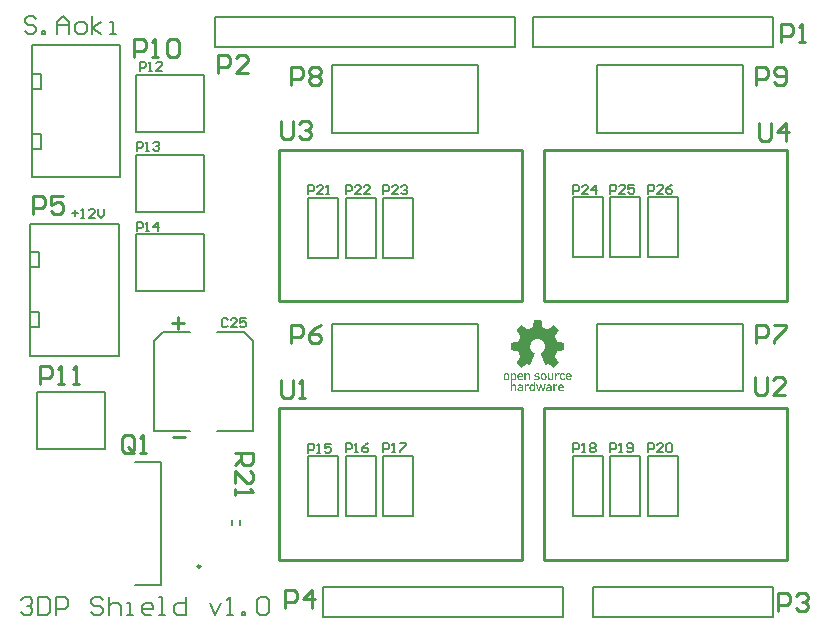
<source format=gto>
G04*
G04 #@! TF.GenerationSoftware,Altium Limited,Altium Designer,18.1.7 (191)*
G04*
G04 Layer_Color=65535*
%FSLAX44Y44*%
%MOMM*%
G71*
G01*
G75*
%ADD10C,0.2500*%
%ADD11C,0.2540*%
%ADD12C,0.1500*%
%ADD13C,0.0254*%
%ADD14C,0.2000*%
%ADD15C,0.1270*%
G36*
X1166314Y698198D02*
X1166465D01*
Y698122D01*
X1166541D01*
Y698047D01*
Y697971D01*
Y697895D01*
X1166617D01*
Y697820D01*
Y697744D01*
Y697668D01*
Y697592D01*
Y697516D01*
X1166692D01*
Y697441D01*
Y697365D01*
Y697289D01*
Y697214D01*
Y697138D01*
X1166768D01*
Y697062D01*
Y696986D01*
Y696910D01*
Y696835D01*
Y696759D01*
Y696683D01*
X1166844D01*
Y696608D01*
Y696532D01*
Y696456D01*
Y696380D01*
Y696304D01*
X1166920D01*
Y696229D01*
Y696153D01*
Y696077D01*
Y696002D01*
Y695926D01*
Y695850D01*
X1166995D01*
Y695774D01*
Y695698D01*
Y695623D01*
Y695547D01*
Y695471D01*
X1167071D01*
Y695396D01*
Y695320D01*
Y695244D01*
Y695168D01*
Y695092D01*
X1167147D01*
Y695017D01*
Y694941D01*
Y694865D01*
Y694790D01*
Y694714D01*
Y694638D01*
X1167223D01*
Y694562D01*
Y694486D01*
Y694411D01*
Y694335D01*
Y694259D01*
X1167298D01*
Y694184D01*
Y694108D01*
Y694032D01*
Y693956D01*
Y693881D01*
X1167374D01*
Y693805D01*
Y693729D01*
Y693653D01*
Y693578D01*
Y693502D01*
Y693426D01*
X1167450D01*
Y693350D01*
Y693275D01*
Y693199D01*
Y693123D01*
Y693047D01*
X1167526D01*
Y692972D01*
Y692896D01*
Y692820D01*
Y692744D01*
Y692669D01*
X1167601D01*
Y692593D01*
Y692517D01*
Y692441D01*
Y692366D01*
Y692290D01*
X1167677D01*
Y692214D01*
Y692138D01*
X1167753D01*
Y692063D01*
X1167829D01*
Y691987D01*
X1167980D01*
Y691911D01*
X1168207D01*
Y691835D01*
X1168359D01*
Y691760D01*
X1168510D01*
Y691684D01*
X1168738D01*
Y691608D01*
X1168889D01*
Y691532D01*
X1169116D01*
Y691457D01*
X1169268D01*
Y691381D01*
X1169495D01*
Y691305D01*
X1169647D01*
Y691229D01*
X1169874D01*
Y691154D01*
X1170025D01*
Y691078D01*
X1170177D01*
Y691002D01*
X1170404D01*
Y690926D01*
X1170556D01*
Y690851D01*
X1170783D01*
Y690775D01*
X1170934D01*
Y690699D01*
X1171162D01*
Y690623D01*
X1171313D01*
Y690548D01*
X1171540D01*
Y690472D01*
X1171692D01*
Y690396D01*
X1172146D01*
Y690472D01*
X1172298D01*
Y690548D01*
X1172374D01*
Y690623D01*
X1172525D01*
Y690699D01*
X1172601D01*
Y690775D01*
X1172752D01*
Y690851D01*
X1172828D01*
Y690926D01*
X1172980D01*
Y691002D01*
X1173055D01*
Y691078D01*
X1173207D01*
Y691154D01*
X1173283D01*
Y691229D01*
X1173434D01*
Y691305D01*
X1173510D01*
Y691381D01*
X1173586D01*
Y691457D01*
X1173737D01*
Y691532D01*
X1173813D01*
Y691608D01*
X1173964D01*
Y691684D01*
X1174040D01*
Y691760D01*
X1174192D01*
Y691835D01*
X1174267D01*
Y691911D01*
X1174419D01*
Y691987D01*
X1174494D01*
Y692063D01*
X1174646D01*
Y692138D01*
X1174722D01*
Y692214D01*
X1174798D01*
Y692290D01*
X1174949D01*
Y692366D01*
X1175025D01*
Y692441D01*
X1175176D01*
Y692517D01*
X1175252D01*
Y692593D01*
X1175404D01*
Y692669D01*
X1175479D01*
Y692744D01*
X1175631D01*
Y692820D01*
X1175706D01*
Y692896D01*
X1175858D01*
Y692972D01*
X1175934D01*
Y693047D01*
X1176085D01*
Y693123D01*
X1176161D01*
Y693199D01*
X1176237D01*
Y693275D01*
X1176388D01*
Y693350D01*
X1176464D01*
Y693426D01*
X1176616D01*
Y693502D01*
X1176691D01*
Y693578D01*
X1176843D01*
Y693653D01*
X1176918D01*
Y693729D01*
X1177222D01*
Y693653D01*
X1177373D01*
Y693578D01*
X1177449D01*
Y693502D01*
X1177524D01*
Y693426D01*
X1177600D01*
Y693350D01*
X1177676D01*
Y693275D01*
X1177752D01*
Y693199D01*
X1177828D01*
Y693123D01*
X1177903D01*
Y693047D01*
X1177979D01*
Y692972D01*
X1178055D01*
Y692896D01*
X1178130D01*
Y692820D01*
X1178206D01*
Y692744D01*
X1178282D01*
Y692669D01*
X1178358D01*
Y692593D01*
X1178434D01*
Y692517D01*
X1178509D01*
Y692441D01*
X1178585D01*
Y692366D01*
X1178661D01*
Y692290D01*
X1178736D01*
Y692214D01*
X1178812D01*
Y692138D01*
X1178888D01*
Y692063D01*
X1178964D01*
Y691987D01*
X1179040D01*
Y691911D01*
X1179115D01*
Y691835D01*
X1179191D01*
Y691760D01*
X1179267D01*
Y691684D01*
X1179342D01*
Y691608D01*
X1179418D01*
Y691532D01*
X1179494D01*
Y691457D01*
X1179570D01*
Y691381D01*
X1179645D01*
Y691305D01*
X1179721D01*
Y691229D01*
X1179797D01*
Y691154D01*
X1179873D01*
Y691078D01*
X1179949D01*
Y691002D01*
X1180024D01*
Y690926D01*
X1180100D01*
Y690851D01*
X1180176D01*
Y690775D01*
X1180251D01*
Y690699D01*
X1180327D01*
Y690623D01*
X1180403D01*
Y690548D01*
X1180479D01*
Y690472D01*
X1180555D01*
Y690396D01*
X1180630D01*
Y690320D01*
X1180706D01*
Y690245D01*
X1180782D01*
Y690169D01*
X1180857D01*
Y690093D01*
X1180933D01*
Y690017D01*
X1181009D01*
Y689942D01*
X1181085D01*
Y689866D01*
X1181160D01*
Y689790D01*
X1181236D01*
Y689714D01*
X1181312D01*
Y689639D01*
Y689563D01*
X1181388D01*
Y689487D01*
X1181312D01*
Y689411D01*
Y689336D01*
Y689260D01*
X1181236D01*
Y689184D01*
X1181160D01*
Y689108D01*
Y689033D01*
X1181085D01*
Y688957D01*
X1181009D01*
Y688881D01*
X1180933D01*
Y688805D01*
Y688730D01*
X1180857D01*
Y688654D01*
X1180782D01*
Y688578D01*
Y688502D01*
X1180706D01*
Y688427D01*
X1180630D01*
Y688351D01*
Y688275D01*
X1180555D01*
Y688199D01*
X1180479D01*
Y688124D01*
Y688048D01*
X1180403D01*
Y687972D01*
X1180327D01*
Y687896D01*
Y687821D01*
X1180251D01*
Y687745D01*
X1180176D01*
Y687669D01*
X1180100D01*
Y687593D01*
Y687518D01*
X1180024D01*
Y687442D01*
X1179949D01*
Y687366D01*
Y687290D01*
X1179873D01*
Y687215D01*
X1179797D01*
Y687139D01*
Y687063D01*
X1179721D01*
Y686987D01*
X1179645D01*
Y686912D01*
Y686836D01*
X1179570D01*
Y686760D01*
X1179494D01*
Y686684D01*
Y686609D01*
X1179418D01*
Y686533D01*
X1179342D01*
Y686457D01*
X1179267D01*
Y686381D01*
Y686306D01*
X1179191D01*
Y686230D01*
X1179115D01*
Y686154D01*
Y686078D01*
X1179040D01*
Y686003D01*
X1178964D01*
Y685927D01*
Y685851D01*
X1178888D01*
Y685775D01*
X1178812D01*
Y685700D01*
Y685624D01*
X1178736D01*
Y685548D01*
X1178661D01*
Y685472D01*
Y685397D01*
X1178585D01*
Y685321D01*
X1178509D01*
Y685245D01*
Y685169D01*
X1178434D01*
Y685094D01*
X1178358D01*
Y685018D01*
X1178282D01*
Y684942D01*
Y684866D01*
X1178206D01*
Y684791D01*
X1178130D01*
Y684715D01*
Y684639D01*
X1178055D01*
Y684564D01*
Y684488D01*
Y684412D01*
Y684336D01*
Y684260D01*
Y684185D01*
X1178130D01*
Y684109D01*
Y684033D01*
X1178206D01*
Y683958D01*
Y683882D01*
Y683806D01*
X1178282D01*
Y683730D01*
Y683654D01*
X1178358D01*
Y683579D01*
Y683503D01*
X1178434D01*
Y683427D01*
Y683351D01*
Y683276D01*
X1178509D01*
Y683200D01*
Y683124D01*
X1178585D01*
Y683048D01*
Y682973D01*
X1178661D01*
Y682897D01*
Y682821D01*
Y682745D01*
X1178736D01*
Y682670D01*
Y682594D01*
X1178812D01*
Y682518D01*
Y682442D01*
X1178888D01*
Y682367D01*
Y682291D01*
Y682215D01*
X1178964D01*
Y682140D01*
Y682064D01*
X1179040D01*
Y681988D01*
Y681912D01*
X1179115D01*
Y681836D01*
Y681761D01*
Y681685D01*
X1179191D01*
Y681609D01*
Y681534D01*
X1179267D01*
Y681458D01*
Y681382D01*
X1179342D01*
Y681306D01*
Y681230D01*
Y681155D01*
X1179418D01*
Y681079D01*
Y681003D01*
X1179494D01*
Y680928D01*
Y680852D01*
X1179570D01*
Y680776D01*
Y680700D01*
Y680624D01*
X1179645D01*
Y680549D01*
Y680473D01*
X1179721D01*
Y680397D01*
Y680322D01*
X1179797D01*
Y680246D01*
Y680170D01*
X1179873D01*
Y680094D01*
X1179949D01*
Y680018D01*
X1180100D01*
Y679943D01*
X1180479D01*
Y679867D01*
X1180933D01*
Y679791D01*
X1181312D01*
Y679715D01*
X1181691D01*
Y679640D01*
X1182145D01*
Y679564D01*
X1182524D01*
Y679488D01*
X1182903D01*
Y679413D01*
X1183357D01*
Y679337D01*
X1183736D01*
Y679261D01*
X1184115D01*
Y679185D01*
X1184569D01*
Y679109D01*
X1184948D01*
Y679034D01*
X1185402D01*
Y678958D01*
X1185630D01*
Y678882D01*
X1185781D01*
Y678807D01*
Y678731D01*
X1185857D01*
Y678655D01*
Y678579D01*
Y678503D01*
Y678428D01*
Y678352D01*
Y678276D01*
Y678201D01*
Y678125D01*
Y678049D01*
Y677973D01*
Y677897D01*
Y677822D01*
Y677746D01*
Y677670D01*
Y677595D01*
Y677519D01*
Y677443D01*
Y677367D01*
Y677291D01*
Y677216D01*
Y677140D01*
Y677064D01*
Y676989D01*
Y676913D01*
Y676837D01*
Y676761D01*
Y676685D01*
Y676610D01*
Y676534D01*
Y676458D01*
Y676383D01*
Y676307D01*
Y676231D01*
Y676155D01*
Y676079D01*
Y676004D01*
Y675928D01*
Y675852D01*
Y675777D01*
Y675701D01*
Y675625D01*
Y675549D01*
Y675474D01*
Y675398D01*
Y675322D01*
Y675246D01*
Y675171D01*
Y675095D01*
Y675019D01*
Y674943D01*
Y674868D01*
Y674792D01*
Y674716D01*
Y674640D01*
Y674565D01*
Y674489D01*
Y674413D01*
Y674337D01*
Y674261D01*
Y674186D01*
Y674110D01*
Y674034D01*
Y673959D01*
Y673883D01*
Y673807D01*
Y673731D01*
Y673656D01*
Y673580D01*
Y673504D01*
Y673428D01*
Y673353D01*
Y673277D01*
Y673201D01*
Y673125D01*
Y673050D01*
Y672974D01*
X1185781D01*
Y672898D01*
Y672822D01*
X1185630D01*
Y672747D01*
X1185251D01*
Y672671D01*
X1184872D01*
Y672595D01*
X1184493D01*
Y672519D01*
X1184039D01*
Y672444D01*
X1183660D01*
Y672368D01*
X1183281D01*
Y672292D01*
X1182827D01*
Y672216D01*
X1182448D01*
Y672141D01*
X1181994D01*
Y672065D01*
X1181615D01*
Y671989D01*
X1181236D01*
Y671913D01*
X1180782D01*
Y671838D01*
X1180403D01*
Y671762D01*
X1180176D01*
Y671686D01*
X1180024D01*
Y671610D01*
X1179949D01*
Y671535D01*
Y671459D01*
X1179873D01*
Y671383D01*
Y671307D01*
X1179797D01*
Y671232D01*
Y671156D01*
Y671080D01*
X1179721D01*
Y671004D01*
Y670929D01*
X1179645D01*
Y670853D01*
Y670777D01*
Y670701D01*
X1179570D01*
Y670626D01*
Y670550D01*
X1179494D01*
Y670474D01*
Y670398D01*
Y670323D01*
X1179418D01*
Y670247D01*
Y670171D01*
X1179342D01*
Y670095D01*
Y670020D01*
Y669944D01*
X1179267D01*
Y669868D01*
Y669792D01*
X1179191D01*
Y669717D01*
Y669641D01*
Y669565D01*
X1179115D01*
Y669489D01*
Y669414D01*
X1179040D01*
Y669338D01*
Y669262D01*
Y669186D01*
X1178964D01*
Y669111D01*
Y669035D01*
X1178888D01*
Y668959D01*
Y668883D01*
Y668808D01*
X1178812D01*
Y668732D01*
Y668656D01*
X1178736D01*
Y668580D01*
Y668505D01*
Y668429D01*
X1178661D01*
Y668353D01*
Y668277D01*
X1178585D01*
Y668202D01*
Y668126D01*
Y668050D01*
X1178509D01*
Y667974D01*
Y667899D01*
X1178434D01*
Y667823D01*
Y667747D01*
Y667671D01*
X1178358D01*
Y667596D01*
Y667520D01*
X1178282D01*
Y667444D01*
Y667368D01*
Y667293D01*
X1178206D01*
Y667217D01*
Y667141D01*
Y667065D01*
Y666990D01*
Y666914D01*
X1178282D01*
Y666838D01*
Y666762D01*
X1178358D01*
Y666687D01*
Y666611D01*
X1178434D01*
Y666535D01*
X1178509D01*
Y666459D01*
Y666384D01*
X1178585D01*
Y666308D01*
X1178661D01*
Y666232D01*
Y666156D01*
X1178736D01*
Y666081D01*
X1178812D01*
Y666005D01*
Y665929D01*
X1178888D01*
Y665853D01*
X1178964D01*
Y665778D01*
X1179040D01*
Y665702D01*
Y665626D01*
X1179115D01*
Y665550D01*
X1179191D01*
Y665475D01*
Y665399D01*
X1179267D01*
Y665323D01*
X1179342D01*
Y665247D01*
Y665172D01*
X1179418D01*
Y665096D01*
X1179494D01*
Y665020D01*
Y664944D01*
X1179570D01*
Y664869D01*
X1179645D01*
Y664793D01*
Y664717D01*
X1179721D01*
Y664641D01*
X1179797D01*
Y664566D01*
X1179873D01*
Y664490D01*
Y664414D01*
X1179949D01*
Y664338D01*
X1180024D01*
Y664263D01*
Y664187D01*
X1180100D01*
Y664111D01*
X1180176D01*
Y664035D01*
Y663960D01*
X1180251D01*
Y663884D01*
X1180327D01*
Y663808D01*
Y663733D01*
X1180403D01*
Y663657D01*
X1180479D01*
Y663581D01*
Y663505D01*
X1180555D01*
Y663429D01*
X1180630D01*
Y663354D01*
Y663278D01*
X1180706D01*
Y663202D01*
X1180782D01*
Y663127D01*
X1180857D01*
Y663051D01*
Y662975D01*
X1180933D01*
Y662899D01*
X1181009D01*
Y662823D01*
Y662748D01*
X1181085D01*
Y662672D01*
X1181160D01*
Y662596D01*
Y662521D01*
X1181236D01*
Y662445D01*
X1181312D01*
Y662369D01*
Y662293D01*
Y662217D01*
Y662142D01*
Y662066D01*
X1181236D01*
Y661990D01*
X1181160D01*
Y661915D01*
X1181085D01*
Y661839D01*
X1181009D01*
Y661763D01*
X1180933D01*
Y661687D01*
X1180857D01*
Y661611D01*
X1180782D01*
Y661536D01*
X1180706D01*
Y661460D01*
X1180630D01*
Y661384D01*
X1180555D01*
Y661309D01*
X1180479D01*
Y661233D01*
X1180403D01*
Y661157D01*
X1180327D01*
Y661081D01*
X1180251D01*
Y661005D01*
X1180176D01*
Y660930D01*
X1180100D01*
Y660854D01*
X1180024D01*
Y660778D01*
X1179949D01*
Y660703D01*
X1179873D01*
Y660627D01*
X1179797D01*
Y660551D01*
X1179721D01*
Y660475D01*
X1179645D01*
Y660399D01*
X1179570D01*
Y660324D01*
X1179494D01*
Y660248D01*
X1179418D01*
Y660172D01*
X1179342D01*
Y660097D01*
X1179267D01*
Y660021D01*
X1179191D01*
Y659945D01*
X1179115D01*
Y659869D01*
X1179040D01*
Y659793D01*
X1178964D01*
Y659718D01*
X1178888D01*
Y659642D01*
X1178812D01*
Y659566D01*
X1178736D01*
Y659491D01*
X1178661D01*
Y659415D01*
X1178585D01*
Y659339D01*
X1178509D01*
Y659263D01*
X1178434D01*
Y659187D01*
X1178358D01*
Y659112D01*
X1178282D01*
Y659036D01*
X1178206D01*
Y658960D01*
X1178130D01*
Y658885D01*
X1178055D01*
Y658809D01*
X1177979D01*
Y658733D01*
X1177903D01*
Y658657D01*
X1177828D01*
Y658581D01*
X1177752D01*
Y658506D01*
X1177676D01*
Y658430D01*
X1177600D01*
Y658354D01*
X1177524D01*
Y658279D01*
X1177449D01*
Y658203D01*
X1177373D01*
Y658127D01*
X1177297D01*
Y658051D01*
X1177222D01*
Y657975D01*
X1176918D01*
Y658051D01*
X1176843D01*
Y658127D01*
X1176767D01*
Y658203D01*
X1176616D01*
Y658279D01*
X1176540D01*
Y658354D01*
X1176388D01*
Y658430D01*
X1176312D01*
Y658506D01*
X1176161D01*
Y658581D01*
X1176085D01*
Y658657D01*
X1175934D01*
Y658733D01*
X1175858D01*
Y658809D01*
X1175706D01*
Y658885D01*
X1175631D01*
Y658960D01*
X1175555D01*
Y659036D01*
X1175404D01*
Y659112D01*
X1175328D01*
Y659187D01*
X1175176D01*
Y659263D01*
X1175100D01*
Y659339D01*
X1174949D01*
Y659415D01*
X1174873D01*
Y659491D01*
X1174722D01*
Y659566D01*
X1174646D01*
Y659642D01*
X1174494D01*
Y659718D01*
X1174419D01*
Y659793D01*
X1174343D01*
Y659869D01*
X1174192D01*
Y659945D01*
X1174116D01*
Y660021D01*
X1173964D01*
Y660097D01*
X1173888D01*
Y660172D01*
X1173737D01*
Y660248D01*
X1173661D01*
Y660324D01*
X1173510D01*
Y660399D01*
X1173434D01*
Y660475D01*
X1173283D01*
Y660551D01*
X1173207D01*
Y660627D01*
X1173131D01*
Y660703D01*
X1172980D01*
Y660778D01*
X1172904D01*
Y660854D01*
X1172752D01*
Y660930D01*
X1172677D01*
Y661005D01*
X1172449D01*
Y661081D01*
X1172222D01*
Y661005D01*
X1171995D01*
Y660930D01*
X1171919D01*
Y660854D01*
X1171768D01*
Y660778D01*
X1171616D01*
Y660703D01*
X1171465D01*
Y660627D01*
X1171313D01*
Y660551D01*
X1171162D01*
Y660475D01*
X1171010D01*
Y660399D01*
X1170859D01*
Y660324D01*
X1170783D01*
Y660248D01*
X1170631D01*
Y660172D01*
X1170480D01*
Y660097D01*
X1170328D01*
Y660021D01*
X1170177D01*
Y659945D01*
X1170101D01*
Y660021D01*
X1169950D01*
Y660097D01*
Y660172D01*
X1169874D01*
Y660248D01*
Y660324D01*
Y660399D01*
X1169798D01*
Y660475D01*
Y660551D01*
X1169722D01*
Y660627D01*
Y660703D01*
X1169647D01*
Y660778D01*
Y660854D01*
Y660930D01*
X1169571D01*
Y661005D01*
Y661081D01*
X1169495D01*
Y661157D01*
Y661233D01*
Y661309D01*
X1169419D01*
Y661384D01*
Y661460D01*
X1169344D01*
Y661536D01*
Y661611D01*
X1169268D01*
Y661687D01*
Y661763D01*
Y661839D01*
X1169192D01*
Y661915D01*
Y661990D01*
X1169116D01*
Y662066D01*
Y662142D01*
Y662217D01*
X1169041D01*
Y662293D01*
Y662369D01*
X1168965D01*
Y662445D01*
Y662521D01*
Y662596D01*
X1168889D01*
Y662672D01*
Y662748D01*
X1168813D01*
Y662823D01*
Y662899D01*
X1168738D01*
Y662975D01*
Y663051D01*
Y663127D01*
X1168662D01*
Y663202D01*
Y663278D01*
X1168586D01*
Y663354D01*
Y663429D01*
Y663505D01*
X1168510D01*
Y663581D01*
Y663657D01*
X1168435D01*
Y663733D01*
Y663808D01*
X1168359D01*
Y663884D01*
Y663960D01*
Y664035D01*
X1168283D01*
Y664111D01*
Y664187D01*
X1168207D01*
Y664263D01*
Y664338D01*
Y664414D01*
X1168132D01*
Y664490D01*
Y664566D01*
X1168056D01*
Y664641D01*
Y664717D01*
Y664793D01*
X1167980D01*
Y664869D01*
Y664944D01*
X1167904D01*
Y665020D01*
Y665096D01*
X1167829D01*
Y665172D01*
Y665247D01*
Y665323D01*
X1167753D01*
Y665399D01*
Y665475D01*
X1167677D01*
Y665550D01*
Y665626D01*
Y665702D01*
X1167601D01*
Y665778D01*
Y665853D01*
X1167526D01*
Y665929D01*
Y666005D01*
X1167450D01*
Y666081D01*
Y666156D01*
Y666232D01*
X1167374D01*
Y666308D01*
Y666384D01*
X1167298D01*
Y666459D01*
Y666535D01*
Y666611D01*
X1167223D01*
Y666687D01*
Y666762D01*
X1167147D01*
Y666838D01*
Y666914D01*
Y666990D01*
X1167071D01*
Y667065D01*
Y667141D01*
X1166995D01*
Y667217D01*
Y667293D01*
X1166920D01*
Y667368D01*
Y667444D01*
Y667520D01*
X1166844D01*
Y667596D01*
Y667671D01*
X1166768D01*
Y667747D01*
Y667823D01*
Y667899D01*
X1166692D01*
Y667974D01*
Y668050D01*
X1166617D01*
Y668126D01*
Y668202D01*
X1166541D01*
Y668277D01*
Y668353D01*
Y668429D01*
X1166465D01*
Y668505D01*
Y668580D01*
X1166389D01*
Y668656D01*
Y668732D01*
Y668808D01*
X1166314D01*
Y668883D01*
Y668959D01*
X1166238D01*
Y669035D01*
Y669111D01*
Y669186D01*
X1166162D01*
Y669262D01*
Y669338D01*
X1166086D01*
Y669414D01*
Y669489D01*
X1166011D01*
Y669565D01*
Y669641D01*
Y669717D01*
Y669792D01*
Y669868D01*
Y669944D01*
X1166086D01*
Y670020D01*
X1166238D01*
Y670095D01*
X1166314D01*
Y670171D01*
X1166465D01*
Y670247D01*
X1166541D01*
Y670323D01*
X1166692D01*
Y670398D01*
X1166768D01*
Y670474D01*
X1166844D01*
Y670550D01*
X1166995D01*
Y670626D01*
X1167071D01*
Y670701D01*
X1167147D01*
Y670777D01*
X1167298D01*
Y670853D01*
X1167374D01*
Y670929D01*
X1167526D01*
Y671004D01*
X1167601D01*
Y671080D01*
X1167677D01*
Y671156D01*
X1167753D01*
Y671232D01*
X1167829D01*
Y671307D01*
X1167904D01*
Y671383D01*
X1167980D01*
Y671459D01*
X1168056D01*
Y671535D01*
X1168132D01*
Y671610D01*
X1168207D01*
Y671686D01*
X1168283D01*
Y671762D01*
Y671838D01*
X1168359D01*
Y671913D01*
X1168435D01*
Y671989D01*
X1168510D01*
Y672065D01*
X1168586D01*
Y672141D01*
Y672216D01*
X1168662D01*
Y672292D01*
X1168738D01*
Y672368D01*
Y672444D01*
X1168813D01*
Y672519D01*
X1168889D01*
Y672595D01*
Y672671D01*
X1168965D01*
Y672747D01*
Y672822D01*
X1169041D01*
Y672898D01*
Y672974D01*
X1169116D01*
Y673050D01*
Y673125D01*
X1169192D01*
Y673201D01*
Y673277D01*
X1169268D01*
Y673353D01*
Y673428D01*
X1169344D01*
Y673504D01*
Y673580D01*
Y673656D01*
X1169419D01*
Y673731D01*
Y673807D01*
Y673883D01*
X1169495D01*
Y673959D01*
Y674034D01*
Y674110D01*
X1169571D01*
Y674186D01*
Y674261D01*
Y674337D01*
Y674413D01*
X1169647D01*
Y674489D01*
Y674565D01*
Y674640D01*
Y674716D01*
Y674792D01*
X1169722D01*
Y674868D01*
Y674943D01*
Y675019D01*
Y675095D01*
Y675171D01*
Y675246D01*
Y675322D01*
Y675398D01*
Y675474D01*
Y675549D01*
Y675625D01*
X1169798D01*
Y675701D01*
Y675777D01*
Y675852D01*
Y675928D01*
Y676004D01*
Y676079D01*
X1169722D01*
Y676155D01*
Y676231D01*
Y676307D01*
Y676383D01*
Y676458D01*
Y676534D01*
Y676610D01*
Y676685D01*
Y676761D01*
Y676837D01*
X1169647D01*
Y676913D01*
Y676989D01*
Y677064D01*
Y677140D01*
Y677216D01*
X1169571D01*
Y677291D01*
Y677367D01*
Y677443D01*
Y677519D01*
X1169495D01*
Y677595D01*
Y677670D01*
Y677746D01*
Y677822D01*
X1169419D01*
Y677897D01*
Y677973D01*
X1169344D01*
Y678049D01*
Y678125D01*
Y678201D01*
X1169268D01*
Y678276D01*
Y678352D01*
Y678428D01*
X1169192D01*
Y678503D01*
Y678579D01*
X1169116D01*
Y678655D01*
Y678731D01*
X1169041D01*
Y678807D01*
Y678882D01*
X1168965D01*
Y678958D01*
X1168889D01*
Y679034D01*
Y679109D01*
X1168813D01*
Y679185D01*
Y679261D01*
X1168738D01*
Y679337D01*
X1168662D01*
Y679413D01*
Y679488D01*
X1168586D01*
Y679564D01*
X1168510D01*
Y679640D01*
X1168435D01*
Y679715D01*
Y679791D01*
X1168359D01*
Y679867D01*
X1168283D01*
Y679943D01*
X1168207D01*
Y680018D01*
X1168132D01*
Y680094D01*
X1168056D01*
Y680170D01*
X1167980D01*
Y680246D01*
X1167904D01*
Y680322D01*
X1167829D01*
Y680397D01*
X1167753D01*
Y680473D01*
X1167677D01*
Y680549D01*
X1167601D01*
Y680624D01*
X1167526D01*
Y680700D01*
X1167450D01*
Y680776D01*
X1167298D01*
Y680852D01*
X1167223D01*
Y680928D01*
X1167147D01*
Y681003D01*
X1166995D01*
Y681079D01*
X1166920D01*
Y681155D01*
X1166768D01*
Y681230D01*
X1166692D01*
Y681306D01*
X1166541D01*
Y681382D01*
X1166389D01*
Y681458D01*
X1166238D01*
Y681534D01*
X1166086D01*
Y681609D01*
X1165935D01*
Y681685D01*
X1165708D01*
Y681761D01*
X1165480D01*
Y681836D01*
X1165253D01*
Y681912D01*
X1164950D01*
Y681988D01*
X1164571D01*
Y682064D01*
X1164041D01*
Y682140D01*
X1162905D01*
Y682064D01*
X1162375D01*
Y681988D01*
X1161996D01*
Y681912D01*
X1161693D01*
Y681836D01*
X1161466D01*
Y681761D01*
X1161238D01*
Y681685D01*
X1161011D01*
Y681609D01*
X1160860D01*
Y681534D01*
X1160708D01*
Y681458D01*
X1160557D01*
Y681382D01*
X1160405D01*
Y681306D01*
X1160254D01*
Y681230D01*
X1160178D01*
Y681155D01*
X1160026D01*
Y681079D01*
X1159951D01*
Y681003D01*
X1159799D01*
Y680928D01*
X1159724D01*
Y680852D01*
X1159648D01*
Y680776D01*
X1159496D01*
Y680700D01*
X1159420D01*
Y680624D01*
X1159345D01*
Y680549D01*
X1159269D01*
Y680473D01*
X1159193D01*
Y680397D01*
X1159118D01*
Y680322D01*
X1159042D01*
Y680246D01*
X1158966D01*
Y680170D01*
X1158890D01*
Y680094D01*
X1158814D01*
Y680018D01*
X1158739D01*
Y679943D01*
X1158663D01*
Y679867D01*
X1158587D01*
Y679791D01*
X1158512D01*
Y679715D01*
Y679640D01*
X1158436D01*
Y679564D01*
X1158360D01*
Y679488D01*
X1158284D01*
Y679413D01*
Y679337D01*
X1158208D01*
Y679261D01*
X1158133D01*
Y679185D01*
Y679109D01*
X1158057D01*
Y679034D01*
Y678958D01*
X1157981D01*
Y678882D01*
X1157906D01*
Y678807D01*
Y678731D01*
X1157830D01*
Y678655D01*
Y678579D01*
X1157754D01*
Y678503D01*
Y678428D01*
X1157678D01*
Y678352D01*
Y678276D01*
Y678201D01*
X1157602D01*
Y678125D01*
Y678049D01*
X1157527D01*
Y677973D01*
Y677897D01*
Y677822D01*
X1157451D01*
Y677746D01*
Y677670D01*
Y677595D01*
Y677519D01*
X1157375D01*
Y677443D01*
Y677367D01*
Y677291D01*
Y677216D01*
X1157299D01*
Y677140D01*
Y677064D01*
Y676989D01*
Y676913D01*
Y676837D01*
X1157224D01*
Y676761D01*
Y676685D01*
Y676610D01*
Y676534D01*
Y676458D01*
Y676383D01*
Y676307D01*
Y676231D01*
Y676155D01*
Y676079D01*
X1157148D01*
Y676004D01*
Y675928D01*
Y675852D01*
Y675777D01*
Y675701D01*
Y675625D01*
X1157224D01*
Y675549D01*
Y675474D01*
Y675398D01*
Y675322D01*
Y675246D01*
Y675171D01*
Y675095D01*
Y675019D01*
Y674943D01*
Y674868D01*
Y674792D01*
X1157299D01*
Y674716D01*
Y674640D01*
Y674565D01*
Y674489D01*
Y674413D01*
X1157375D01*
Y674337D01*
Y674261D01*
Y674186D01*
Y674110D01*
X1157451D01*
Y674034D01*
Y673959D01*
Y673883D01*
X1157527D01*
Y673807D01*
Y673731D01*
Y673656D01*
X1157602D01*
Y673580D01*
Y673504D01*
Y673428D01*
X1157678D01*
Y673353D01*
Y673277D01*
X1157754D01*
Y673201D01*
Y673125D01*
X1157830D01*
Y673050D01*
Y672974D01*
X1157906D01*
Y672898D01*
Y672822D01*
X1157981D01*
Y672747D01*
Y672671D01*
X1158057D01*
Y672595D01*
Y672519D01*
X1158133D01*
Y672444D01*
X1158208D01*
Y672368D01*
Y672292D01*
X1158284D01*
Y672216D01*
X1158360D01*
Y672141D01*
Y672065D01*
X1158436D01*
Y671989D01*
X1158512D01*
Y671913D01*
X1158587D01*
Y671838D01*
X1158663D01*
Y671762D01*
Y671686D01*
X1158739D01*
Y671610D01*
X1158814D01*
Y671535D01*
X1158890D01*
Y671459D01*
X1158966D01*
Y671383D01*
X1159042D01*
Y671307D01*
X1159118D01*
Y671232D01*
X1159193D01*
Y671156D01*
X1159269D01*
Y671080D01*
X1159345D01*
Y671004D01*
X1159420D01*
Y670929D01*
X1159572D01*
Y670853D01*
X1159648D01*
Y670777D01*
X1159799D01*
Y670701D01*
X1159875D01*
Y670626D01*
X1159951D01*
Y670550D01*
X1160102D01*
Y670474D01*
X1160178D01*
Y670398D01*
X1160254D01*
Y670323D01*
X1160405D01*
Y670247D01*
X1160481D01*
Y670171D01*
X1160632D01*
Y670095D01*
X1160708D01*
Y670020D01*
X1160860D01*
Y669944D01*
X1160936D01*
Y669868D01*
Y669792D01*
Y669717D01*
Y669641D01*
Y669565D01*
Y669489D01*
X1160860D01*
Y669414D01*
Y669338D01*
X1160784D01*
Y669262D01*
Y669186D01*
X1160708D01*
Y669111D01*
Y669035D01*
Y668959D01*
X1160632D01*
Y668883D01*
Y668808D01*
X1160557D01*
Y668732D01*
Y668656D01*
Y668580D01*
X1160481D01*
Y668505D01*
Y668429D01*
X1160405D01*
Y668353D01*
Y668277D01*
Y668202D01*
X1160330D01*
Y668126D01*
Y668050D01*
X1160254D01*
Y667974D01*
Y667899D01*
X1160178D01*
Y667823D01*
Y667747D01*
Y667671D01*
X1160102D01*
Y667596D01*
Y667520D01*
X1160026D01*
Y667444D01*
Y667368D01*
Y667293D01*
X1159951D01*
Y667217D01*
Y667141D01*
X1159875D01*
Y667065D01*
Y666990D01*
X1159799D01*
Y666914D01*
Y666838D01*
Y666762D01*
X1159724D01*
Y666687D01*
Y666611D01*
X1159648D01*
Y666535D01*
Y666459D01*
Y666384D01*
X1159572D01*
Y666308D01*
Y666232D01*
X1159496D01*
Y666156D01*
Y666081D01*
Y666005D01*
X1159420D01*
Y665929D01*
Y665853D01*
X1159345D01*
Y665778D01*
Y665702D01*
X1159269D01*
Y665626D01*
Y665550D01*
Y665475D01*
X1159193D01*
Y665399D01*
Y665323D01*
X1159118D01*
Y665247D01*
Y665172D01*
Y665096D01*
X1159042D01*
Y665020D01*
Y664944D01*
X1158966D01*
Y664869D01*
Y664793D01*
X1158890D01*
Y664717D01*
Y664641D01*
Y664566D01*
X1158814D01*
Y664490D01*
Y664414D01*
X1158739D01*
Y664338D01*
Y664263D01*
Y664187D01*
X1158663D01*
Y664111D01*
Y664035D01*
X1158587D01*
Y663960D01*
Y663884D01*
Y663808D01*
X1158512D01*
Y663733D01*
Y663657D01*
X1158436D01*
Y663581D01*
Y663505D01*
X1158360D01*
Y663429D01*
Y663354D01*
Y663278D01*
X1158284D01*
Y663202D01*
Y663127D01*
X1158208D01*
Y663051D01*
Y662975D01*
Y662899D01*
X1158133D01*
Y662823D01*
Y662748D01*
X1158057D01*
Y662672D01*
Y662596D01*
X1157981D01*
Y662521D01*
Y662445D01*
Y662369D01*
X1157906D01*
Y662293D01*
Y662217D01*
X1157830D01*
Y662142D01*
Y662066D01*
Y661990D01*
X1157754D01*
Y661915D01*
Y661839D01*
X1157678D01*
Y661763D01*
Y661687D01*
Y661611D01*
X1157602D01*
Y661536D01*
Y661460D01*
X1157527D01*
Y661384D01*
Y661309D01*
X1157451D01*
Y661233D01*
Y661157D01*
Y661081D01*
X1157375D01*
Y661005D01*
Y660930D01*
X1157299D01*
Y660854D01*
Y660778D01*
Y660703D01*
X1157224D01*
Y660627D01*
Y660551D01*
X1157148D01*
Y660475D01*
Y660399D01*
X1157072D01*
Y660324D01*
Y660248D01*
Y660172D01*
X1156997D01*
Y660097D01*
Y660021D01*
X1156845D01*
Y659945D01*
X1156769D01*
Y660021D01*
X1156618D01*
Y660097D01*
X1156466D01*
Y660172D01*
X1156315D01*
Y660248D01*
X1156163D01*
Y660324D01*
X1156088D01*
Y660399D01*
X1155936D01*
Y660475D01*
X1155785D01*
Y660551D01*
X1155633D01*
Y660627D01*
X1155482D01*
Y660703D01*
X1155330D01*
Y660778D01*
X1155179D01*
Y660854D01*
X1155027D01*
Y660930D01*
X1154951D01*
Y661005D01*
X1154724D01*
Y661081D01*
X1154497D01*
Y661005D01*
X1154270D01*
Y660930D01*
X1154194D01*
Y660854D01*
X1154042D01*
Y660778D01*
X1153967D01*
Y660703D01*
X1153815D01*
Y660627D01*
X1153739D01*
Y660551D01*
X1153664D01*
Y660475D01*
X1153512D01*
Y660399D01*
X1153436D01*
Y660324D01*
X1153285D01*
Y660248D01*
X1153209D01*
Y660172D01*
X1153058D01*
Y660097D01*
X1152982D01*
Y660021D01*
X1152830D01*
Y659945D01*
X1152755D01*
Y659869D01*
X1152603D01*
Y659793D01*
X1152527D01*
Y659718D01*
X1152452D01*
Y659642D01*
X1152300D01*
Y659566D01*
X1152224D01*
Y659491D01*
X1152073D01*
Y659415D01*
X1151997D01*
Y659339D01*
X1151846D01*
Y659263D01*
X1151770D01*
Y659187D01*
X1151618D01*
Y659112D01*
X1151543D01*
Y659036D01*
X1151391D01*
Y658960D01*
X1151315D01*
Y658885D01*
X1151240D01*
Y658809D01*
X1151088D01*
Y658733D01*
X1151012D01*
Y658657D01*
X1150861D01*
Y658581D01*
X1150785D01*
Y658506D01*
X1150634D01*
Y658430D01*
X1150558D01*
Y658354D01*
X1150406D01*
Y658279D01*
X1150331D01*
Y658203D01*
X1150179D01*
Y658127D01*
X1150103D01*
Y658051D01*
X1150028D01*
Y657975D01*
X1149725D01*
Y658051D01*
X1149649D01*
Y658127D01*
X1149573D01*
Y658203D01*
X1149497D01*
Y658279D01*
X1149422D01*
Y658354D01*
X1149346D01*
Y658430D01*
X1149270D01*
Y658506D01*
X1149194D01*
Y658581D01*
X1149119D01*
Y658657D01*
X1149043D01*
Y658733D01*
X1148967D01*
Y658809D01*
X1148891D01*
Y658885D01*
X1148816D01*
Y658960D01*
X1148740D01*
Y659036D01*
X1148664D01*
Y659112D01*
X1148588D01*
Y659187D01*
X1148513D01*
Y659263D01*
X1148437D01*
Y659339D01*
X1148361D01*
Y659415D01*
X1148285D01*
Y659491D01*
X1148210D01*
Y659566D01*
X1148134D01*
Y659642D01*
X1148058D01*
Y659718D01*
X1147982D01*
Y659793D01*
X1147907D01*
Y659869D01*
X1147831D01*
Y659945D01*
X1147755D01*
Y660021D01*
X1147679D01*
Y660097D01*
X1147604D01*
Y660172D01*
X1147528D01*
Y660248D01*
X1147452D01*
Y660324D01*
X1147376D01*
Y660399D01*
X1147301D01*
Y660475D01*
X1147225D01*
Y660551D01*
X1147149D01*
Y660627D01*
X1147073D01*
Y660703D01*
X1146998D01*
Y660778D01*
X1146922D01*
Y660854D01*
X1146846D01*
Y660930D01*
X1146770D01*
Y661005D01*
X1146695D01*
Y661081D01*
X1146619D01*
Y661157D01*
X1146543D01*
Y661233D01*
X1146467D01*
Y661309D01*
X1146392D01*
Y661384D01*
X1146316D01*
Y661460D01*
X1146240D01*
Y661536D01*
X1146164D01*
Y661611D01*
X1146089D01*
Y661687D01*
X1146013D01*
Y661763D01*
X1145937D01*
Y661839D01*
X1145861D01*
Y661915D01*
X1145786D01*
Y661990D01*
X1145710D01*
Y662066D01*
X1145634D01*
Y662142D01*
Y662217D01*
Y662293D01*
Y662369D01*
Y662445D01*
X1145710D01*
Y662521D01*
X1145786D01*
Y662596D01*
Y662672D01*
X1145861D01*
Y662748D01*
X1145937D01*
Y662823D01*
Y662899D01*
X1146013D01*
Y662975D01*
X1146089D01*
Y663051D01*
Y663127D01*
X1146164D01*
Y663202D01*
X1146240D01*
Y663278D01*
X1146316D01*
Y663354D01*
Y663429D01*
X1146392D01*
Y663505D01*
X1146467D01*
Y663581D01*
Y663657D01*
X1146543D01*
Y663733D01*
X1146619D01*
Y663808D01*
Y663884D01*
X1146695D01*
Y663960D01*
X1146770D01*
Y664035D01*
Y664111D01*
X1146846D01*
Y664187D01*
X1146922D01*
Y664263D01*
Y664338D01*
X1146998D01*
Y664414D01*
X1147073D01*
Y664490D01*
Y664566D01*
X1147149D01*
Y664641D01*
X1147225D01*
Y664717D01*
X1147301D01*
Y664793D01*
Y664869D01*
X1147376D01*
Y664944D01*
X1147452D01*
Y665020D01*
Y665096D01*
X1147528D01*
Y665172D01*
X1147604D01*
Y665247D01*
Y665323D01*
X1147679D01*
Y665399D01*
X1147755D01*
Y665475D01*
Y665550D01*
X1147831D01*
Y665626D01*
X1147907D01*
Y665702D01*
Y665778D01*
X1147982D01*
Y665853D01*
X1148058D01*
Y665929D01*
X1148134D01*
Y666005D01*
Y666081D01*
X1148210D01*
Y666156D01*
X1148285D01*
Y666232D01*
Y666308D01*
X1148361D01*
Y666384D01*
X1148437D01*
Y666459D01*
Y666535D01*
X1148513D01*
Y666611D01*
X1148588D01*
Y666687D01*
Y666762D01*
X1148664D01*
Y666838D01*
Y666914D01*
X1148740D01*
Y666990D01*
Y667065D01*
Y667141D01*
Y667217D01*
Y667293D01*
X1148664D01*
Y667368D01*
Y667444D01*
Y667520D01*
X1148588D01*
Y667596D01*
Y667671D01*
X1148513D01*
Y667747D01*
Y667823D01*
Y667899D01*
X1148437D01*
Y667974D01*
Y668050D01*
X1148361D01*
Y668126D01*
Y668202D01*
Y668277D01*
X1148285D01*
Y668353D01*
Y668429D01*
X1148210D01*
Y668505D01*
Y668580D01*
Y668656D01*
X1148134D01*
Y668732D01*
Y668808D01*
X1148058D01*
Y668883D01*
Y668959D01*
Y669035D01*
X1147982D01*
Y669111D01*
Y669186D01*
X1147907D01*
Y669262D01*
Y669338D01*
Y669414D01*
X1147831D01*
Y669489D01*
Y669565D01*
X1147755D01*
Y669641D01*
Y669717D01*
Y669792D01*
X1147679D01*
Y669868D01*
Y669944D01*
X1147604D01*
Y670020D01*
Y670095D01*
Y670171D01*
X1147528D01*
Y670247D01*
Y670323D01*
X1147452D01*
Y670398D01*
Y670474D01*
Y670550D01*
X1147376D01*
Y670626D01*
Y670701D01*
X1147301D01*
Y670777D01*
Y670853D01*
Y670929D01*
X1147225D01*
Y671004D01*
Y671080D01*
X1147149D01*
Y671156D01*
Y671232D01*
Y671307D01*
X1147073D01*
Y671383D01*
Y671459D01*
X1146998D01*
Y671535D01*
Y671610D01*
X1146922D01*
Y671686D01*
X1146770D01*
Y671762D01*
X1146543D01*
Y671838D01*
X1146164D01*
Y671913D01*
X1145710D01*
Y671989D01*
X1145331D01*
Y672065D01*
X1144952D01*
Y672141D01*
X1144498D01*
Y672216D01*
X1144119D01*
Y672292D01*
X1143665D01*
Y672368D01*
X1143286D01*
Y672444D01*
X1142907D01*
Y672519D01*
X1142453D01*
Y672595D01*
X1142074D01*
Y672671D01*
X1141695D01*
Y672747D01*
X1141317D01*
Y672822D01*
X1141165D01*
Y672898D01*
Y672974D01*
X1141089D01*
Y673050D01*
Y673125D01*
Y673201D01*
Y673277D01*
Y673353D01*
Y673428D01*
Y673504D01*
Y673580D01*
Y673656D01*
Y673731D01*
Y673807D01*
Y673883D01*
Y673959D01*
Y674034D01*
Y674110D01*
Y674186D01*
Y674261D01*
Y674337D01*
Y674413D01*
Y674489D01*
Y674565D01*
Y674640D01*
Y674716D01*
Y674792D01*
Y674868D01*
Y674943D01*
Y675019D01*
Y675095D01*
Y675171D01*
Y675246D01*
Y675322D01*
Y675398D01*
Y675474D01*
Y675549D01*
Y675625D01*
Y675701D01*
Y675777D01*
Y675852D01*
Y675928D01*
Y676004D01*
Y676079D01*
Y676155D01*
Y676231D01*
Y676307D01*
Y676383D01*
Y676458D01*
Y676534D01*
Y676610D01*
Y676685D01*
Y676761D01*
Y676837D01*
Y676913D01*
Y676989D01*
Y677064D01*
Y677140D01*
Y677216D01*
Y677291D01*
Y677367D01*
Y677443D01*
Y677519D01*
Y677595D01*
Y677670D01*
Y677746D01*
Y677822D01*
Y677897D01*
Y677973D01*
Y678049D01*
Y678125D01*
Y678201D01*
Y678276D01*
Y678352D01*
Y678428D01*
Y678503D01*
Y678579D01*
Y678655D01*
Y678731D01*
X1141165D01*
Y678807D01*
Y678882D01*
X1141317D01*
Y678958D01*
X1141544D01*
Y679034D01*
X1141998D01*
Y679109D01*
X1142377D01*
Y679185D01*
X1142831D01*
Y679261D01*
X1143210D01*
Y679337D01*
X1143589D01*
Y679413D01*
X1144044D01*
Y679488D01*
X1144422D01*
Y679564D01*
X1144801D01*
Y679640D01*
X1145255D01*
Y679715D01*
X1145634D01*
Y679791D01*
X1146013D01*
Y679867D01*
X1146467D01*
Y679943D01*
X1146846D01*
Y680018D01*
X1146998D01*
Y680094D01*
X1147073D01*
Y680170D01*
X1147149D01*
Y680246D01*
Y680322D01*
X1147225D01*
Y680397D01*
Y680473D01*
X1147301D01*
Y680549D01*
Y680624D01*
X1147376D01*
Y680700D01*
Y680776D01*
Y680852D01*
X1147452D01*
Y680928D01*
Y681003D01*
X1147528D01*
Y681079D01*
Y681155D01*
X1147604D01*
Y681230D01*
Y681306D01*
Y681382D01*
X1147679D01*
Y681458D01*
Y681534D01*
X1147755D01*
Y681609D01*
Y681685D01*
X1147831D01*
Y681761D01*
Y681836D01*
Y681912D01*
X1147907D01*
Y681988D01*
Y682064D01*
X1147982D01*
Y682140D01*
Y682215D01*
X1148058D01*
Y682291D01*
Y682367D01*
Y682442D01*
X1148134D01*
Y682518D01*
Y682594D01*
X1148210D01*
Y682670D01*
Y682745D01*
X1148285D01*
Y682821D01*
Y682897D01*
Y682973D01*
X1148361D01*
Y683048D01*
Y683124D01*
X1148437D01*
Y683200D01*
Y683276D01*
X1148513D01*
Y683351D01*
Y683427D01*
Y683503D01*
X1148588D01*
Y683579D01*
Y683654D01*
X1148664D01*
Y683730D01*
Y683806D01*
X1148740D01*
Y683882D01*
Y683958D01*
Y684033D01*
X1148816D01*
Y684109D01*
Y684185D01*
X1148891D01*
Y684260D01*
Y684336D01*
Y684412D01*
Y684488D01*
Y684564D01*
Y684639D01*
X1148816D01*
Y684715D01*
Y684791D01*
X1148740D01*
Y684866D01*
X1148664D01*
Y684942D01*
Y685018D01*
X1148588D01*
Y685094D01*
X1148513D01*
Y685169D01*
X1148437D01*
Y685245D01*
Y685321D01*
X1148361D01*
Y685397D01*
X1148285D01*
Y685472D01*
Y685548D01*
X1148210D01*
Y685624D01*
X1148134D01*
Y685700D01*
Y685775D01*
X1148058D01*
Y685851D01*
X1147982D01*
Y685927D01*
Y686003D01*
X1147907D01*
Y686078D01*
X1147831D01*
Y686154D01*
Y686230D01*
X1147755D01*
Y686306D01*
X1147679D01*
Y686381D01*
Y686457D01*
X1147604D01*
Y686533D01*
X1147528D01*
Y686609D01*
X1147452D01*
Y686684D01*
Y686760D01*
X1147376D01*
Y686836D01*
X1147301D01*
Y686912D01*
Y686987D01*
X1147225D01*
Y687063D01*
X1147149D01*
Y687139D01*
Y687215D01*
X1147073D01*
Y687290D01*
X1146998D01*
Y687366D01*
Y687442D01*
X1146922D01*
Y687518D01*
X1146846D01*
Y687593D01*
Y687669D01*
X1146770D01*
Y687745D01*
X1146695D01*
Y687821D01*
X1146619D01*
Y687896D01*
Y687972D01*
X1146543D01*
Y688048D01*
X1146467D01*
Y688124D01*
Y688199D01*
X1146392D01*
Y688275D01*
X1146316D01*
Y688351D01*
Y688427D01*
X1146240D01*
Y688502D01*
X1146164D01*
Y688578D01*
Y688654D01*
X1146089D01*
Y688730D01*
X1146013D01*
Y688805D01*
Y688881D01*
X1145937D01*
Y688957D01*
X1145861D01*
Y689033D01*
X1145786D01*
Y689108D01*
Y689184D01*
X1145710D01*
Y689260D01*
X1145634D01*
Y689336D01*
Y689411D01*
Y689487D01*
X1145558D01*
Y689563D01*
X1145634D01*
Y689639D01*
Y689714D01*
X1145710D01*
Y689790D01*
X1145786D01*
Y689866D01*
X1145861D01*
Y689942D01*
X1145937D01*
Y690017D01*
X1146013D01*
Y690093D01*
X1146089D01*
Y690169D01*
X1146164D01*
Y690245D01*
X1146240D01*
Y690320D01*
X1146316D01*
Y690396D01*
X1146392D01*
Y690472D01*
X1146467D01*
Y690548D01*
X1146543D01*
Y690623D01*
X1146619D01*
Y690699D01*
X1146695D01*
Y690775D01*
X1146770D01*
Y690851D01*
X1146846D01*
Y690926D01*
X1146922D01*
Y691002D01*
X1146998D01*
Y691078D01*
X1147073D01*
Y691154D01*
X1147149D01*
Y691229D01*
X1147225D01*
Y691305D01*
X1147301D01*
Y691381D01*
X1147376D01*
Y691457D01*
X1147452D01*
Y691532D01*
X1147528D01*
Y691608D01*
X1147604D01*
Y691684D01*
X1147679D01*
Y691760D01*
X1147755D01*
Y691835D01*
X1147831D01*
Y691911D01*
X1147907D01*
Y691987D01*
X1147982D01*
Y692063D01*
X1148058D01*
Y692138D01*
X1148134D01*
Y692214D01*
X1148210D01*
Y692290D01*
X1148285D01*
Y692366D01*
X1148361D01*
Y692441D01*
X1148437D01*
Y692517D01*
X1148513D01*
Y692593D01*
X1148588D01*
Y692669D01*
X1148664D01*
Y692744D01*
X1148740D01*
Y692820D01*
X1148816D01*
Y692896D01*
X1148891D01*
Y692972D01*
X1148967D01*
Y693047D01*
X1149043D01*
Y693123D01*
X1149119D01*
Y693199D01*
X1149194D01*
Y693275D01*
X1149270D01*
Y693350D01*
X1149346D01*
Y693426D01*
X1149422D01*
Y693502D01*
X1149497D01*
Y693578D01*
X1149573D01*
Y693653D01*
X1149725D01*
Y693729D01*
X1150028D01*
Y693653D01*
X1150103D01*
Y693578D01*
X1150255D01*
Y693502D01*
X1150331D01*
Y693426D01*
X1150482D01*
Y693350D01*
X1150558D01*
Y693275D01*
X1150709D01*
Y693199D01*
X1150785D01*
Y693123D01*
X1150937D01*
Y693047D01*
X1151012D01*
Y692972D01*
X1151088D01*
Y692896D01*
X1151240D01*
Y692820D01*
X1151315D01*
Y692744D01*
X1151467D01*
Y692669D01*
X1151543D01*
Y692593D01*
X1151694D01*
Y692517D01*
X1151770D01*
Y692441D01*
X1151921D01*
Y692366D01*
X1151997D01*
Y692290D01*
X1152149D01*
Y692214D01*
X1152224D01*
Y692138D01*
X1152300D01*
Y692063D01*
X1152452D01*
Y691987D01*
X1152527D01*
Y691911D01*
X1152679D01*
Y691835D01*
X1152755D01*
Y691760D01*
X1152906D01*
Y691684D01*
X1152982D01*
Y691608D01*
X1153133D01*
Y691532D01*
X1153209D01*
Y691457D01*
X1153361D01*
Y691381D01*
X1153436D01*
Y691305D01*
X1153512D01*
Y691229D01*
X1153664D01*
Y691154D01*
X1153739D01*
Y691078D01*
X1153891D01*
Y691002D01*
X1153967D01*
Y690926D01*
X1154118D01*
Y690851D01*
X1154194D01*
Y690775D01*
X1154345D01*
Y690699D01*
X1154421D01*
Y690623D01*
X1154573D01*
Y690548D01*
X1154648D01*
Y690472D01*
X1154800D01*
Y690396D01*
X1155254D01*
Y690472D01*
X1155482D01*
Y690548D01*
X1155633D01*
Y690623D01*
X1155785D01*
Y690699D01*
X1156012D01*
Y690775D01*
X1156163D01*
Y690851D01*
X1156391D01*
Y690926D01*
X1156542D01*
Y691002D01*
X1156769D01*
Y691078D01*
X1156921D01*
Y691154D01*
X1157072D01*
Y691229D01*
X1157299D01*
Y691305D01*
X1157451D01*
Y691381D01*
X1157678D01*
Y691457D01*
X1157830D01*
Y691532D01*
X1158057D01*
Y691608D01*
X1158208D01*
Y691684D01*
X1158436D01*
Y691760D01*
X1158587D01*
Y691835D01*
X1158739D01*
Y691911D01*
X1158966D01*
Y691987D01*
X1159118D01*
Y692063D01*
X1159193D01*
Y692138D01*
X1159269D01*
Y692214D01*
Y692290D01*
X1159345D01*
Y692366D01*
Y692441D01*
Y692517D01*
Y692593D01*
X1159420D01*
Y692669D01*
Y692744D01*
Y692820D01*
Y692896D01*
Y692972D01*
Y693047D01*
X1159496D01*
Y693123D01*
Y693199D01*
Y693275D01*
Y693350D01*
Y693426D01*
X1159572D01*
Y693502D01*
Y693578D01*
Y693653D01*
Y693729D01*
Y693805D01*
X1159648D01*
Y693881D01*
Y693956D01*
Y694032D01*
Y694108D01*
Y694184D01*
Y694259D01*
X1159724D01*
Y694335D01*
Y694411D01*
Y694486D01*
Y694562D01*
Y694638D01*
X1159799D01*
Y694714D01*
Y694790D01*
Y694865D01*
Y694941D01*
Y695017D01*
Y695092D01*
X1159875D01*
Y695168D01*
Y695244D01*
Y695320D01*
Y695396D01*
Y695471D01*
X1159951D01*
Y695547D01*
Y695623D01*
Y695698D01*
Y695774D01*
Y695850D01*
X1160026D01*
Y695926D01*
Y696002D01*
Y696077D01*
Y696153D01*
Y696229D01*
Y696304D01*
X1160102D01*
Y696380D01*
Y696456D01*
Y696532D01*
Y696608D01*
Y696683D01*
X1160178D01*
Y696759D01*
Y696835D01*
Y696910D01*
Y696986D01*
Y697062D01*
Y697138D01*
X1160254D01*
Y697214D01*
Y697289D01*
Y697365D01*
Y697441D01*
Y697516D01*
X1160330D01*
Y697592D01*
Y697668D01*
Y697744D01*
Y697820D01*
Y697895D01*
X1160405D01*
Y697971D01*
Y698047D01*
Y698122D01*
X1160481D01*
Y698198D01*
X1160632D01*
Y698274D01*
X1166314D01*
Y698198D01*
D02*
G37*
G36*
X1181388Y653203D02*
X1181691D01*
Y653128D01*
X1181842D01*
Y653052D01*
X1181994D01*
Y652976D01*
X1182069D01*
Y652900D01*
X1182221D01*
Y652825D01*
X1182145D01*
Y652749D01*
Y652673D01*
X1182069D01*
Y652597D01*
X1181994D01*
Y652522D01*
X1181918D01*
Y652446D01*
X1181842D01*
Y652370D01*
X1181766D01*
Y652294D01*
X1181691D01*
Y652219D01*
Y652143D01*
X1181615D01*
Y652067D01*
X1181539D01*
Y651991D01*
X1181463D01*
Y651916D01*
X1181312D01*
Y651991D01*
X1181160D01*
Y652067D01*
X1180933D01*
Y652143D01*
X1180251D01*
Y652067D01*
X1180024D01*
Y651991D01*
X1179949D01*
Y651916D01*
X1179797D01*
Y651840D01*
X1179721D01*
Y651764D01*
X1179645D01*
Y651688D01*
Y651613D01*
X1179570D01*
Y651537D01*
Y651461D01*
X1179494D01*
Y651385D01*
Y651310D01*
Y651234D01*
X1179418D01*
Y651158D01*
Y651082D01*
Y651007D01*
Y650931D01*
Y650855D01*
Y650779D01*
Y650704D01*
Y650628D01*
Y650552D01*
Y650476D01*
Y650401D01*
Y650325D01*
Y650249D01*
Y650173D01*
Y650098D01*
Y650022D01*
Y649946D01*
Y649870D01*
Y649795D01*
Y649719D01*
Y649643D01*
Y649567D01*
Y649492D01*
Y649416D01*
Y649340D01*
Y649264D01*
Y649189D01*
Y649113D01*
Y649037D01*
Y648961D01*
Y648886D01*
Y648810D01*
Y648734D01*
Y648658D01*
Y648583D01*
Y648507D01*
Y648431D01*
Y648355D01*
Y648280D01*
Y648204D01*
Y648128D01*
Y648052D01*
Y647977D01*
Y647901D01*
Y647825D01*
Y647749D01*
Y647674D01*
Y647598D01*
Y647522D01*
Y647446D01*
Y647371D01*
Y647295D01*
X1178282D01*
Y647371D01*
Y647446D01*
Y647522D01*
Y647598D01*
Y647674D01*
Y647749D01*
Y647825D01*
Y647901D01*
Y647977D01*
Y648052D01*
Y648128D01*
Y648204D01*
Y648280D01*
Y648355D01*
Y648431D01*
Y648507D01*
Y648583D01*
Y648658D01*
Y648734D01*
Y648810D01*
Y648886D01*
Y648961D01*
Y649037D01*
Y649113D01*
Y649189D01*
Y649264D01*
Y649340D01*
Y649416D01*
Y649492D01*
Y649567D01*
Y649643D01*
Y649719D01*
Y649795D01*
Y649870D01*
Y649946D01*
Y650022D01*
Y650098D01*
Y650173D01*
Y650249D01*
Y650325D01*
Y650401D01*
Y650476D01*
Y650552D01*
Y650628D01*
Y650704D01*
Y650779D01*
Y650855D01*
Y650931D01*
Y651007D01*
Y651082D01*
Y651158D01*
Y651234D01*
Y651310D01*
Y651385D01*
Y651461D01*
Y651537D01*
Y651613D01*
Y651688D01*
Y651764D01*
Y651840D01*
Y651916D01*
Y651991D01*
Y652067D01*
Y652143D01*
Y652219D01*
Y652294D01*
Y652370D01*
Y652446D01*
Y652522D01*
Y652597D01*
Y652673D01*
Y652749D01*
Y652825D01*
Y652900D01*
Y652976D01*
Y653052D01*
Y653128D01*
Y653203D01*
X1179418D01*
Y653128D01*
Y653052D01*
Y652976D01*
Y652900D01*
Y652825D01*
Y652749D01*
Y652673D01*
Y652597D01*
X1179570D01*
Y652673D01*
X1179645D01*
Y652749D01*
X1179721D01*
Y652825D01*
X1179797D01*
Y652900D01*
X1179873D01*
Y652976D01*
X1180024D01*
Y653052D01*
X1180176D01*
Y653128D01*
X1180327D01*
Y653203D01*
X1180555D01*
Y653279D01*
X1181388D01*
Y653203D01*
D02*
G37*
G36*
X1155406D02*
X1155709D01*
Y653128D01*
X1155860D01*
Y653052D01*
X1156012D01*
Y652976D01*
X1156088D01*
Y652900D01*
X1156239D01*
Y652825D01*
X1156315D01*
Y652749D01*
X1156391D01*
Y652673D01*
X1156466D01*
Y652597D01*
X1156542D01*
Y652522D01*
X1156618D01*
Y652446D01*
Y652370D01*
X1156693D01*
Y652294D01*
X1156769D01*
Y652219D01*
Y652143D01*
X1156845D01*
Y652067D01*
Y651991D01*
Y651916D01*
X1156921D01*
Y651840D01*
Y651764D01*
Y651688D01*
X1156997D01*
Y651613D01*
Y651537D01*
Y651461D01*
Y651385D01*
Y651310D01*
Y651234D01*
Y651158D01*
Y651082D01*
Y651007D01*
Y650931D01*
Y650855D01*
Y650779D01*
Y650704D01*
Y650628D01*
Y650552D01*
Y650476D01*
Y650401D01*
Y650325D01*
Y650249D01*
Y650173D01*
Y650098D01*
Y650022D01*
Y649946D01*
Y649870D01*
Y649795D01*
Y649719D01*
Y649643D01*
Y649567D01*
Y649492D01*
Y649416D01*
Y649340D01*
Y649264D01*
Y649189D01*
Y649113D01*
Y649037D01*
Y648961D01*
Y648886D01*
Y648810D01*
Y648734D01*
Y648658D01*
Y648583D01*
Y648507D01*
Y648431D01*
Y648355D01*
Y648280D01*
Y648204D01*
Y648128D01*
Y648052D01*
Y647977D01*
Y647901D01*
Y647825D01*
Y647749D01*
Y647674D01*
Y647598D01*
Y647522D01*
Y647446D01*
Y647371D01*
Y647295D01*
X1155860D01*
Y647371D01*
Y647446D01*
Y647522D01*
Y647598D01*
Y647674D01*
Y647749D01*
Y647825D01*
Y647901D01*
Y647977D01*
Y648052D01*
Y648128D01*
Y648204D01*
Y648280D01*
Y648355D01*
Y648431D01*
Y648507D01*
Y648583D01*
Y648658D01*
Y648734D01*
Y648810D01*
Y648886D01*
Y648961D01*
Y649037D01*
Y649113D01*
Y649189D01*
Y649264D01*
Y649340D01*
Y649416D01*
Y649492D01*
Y649567D01*
Y649643D01*
Y649719D01*
Y649795D01*
Y649870D01*
Y649946D01*
Y650022D01*
Y650098D01*
Y650173D01*
Y650249D01*
Y650325D01*
Y650401D01*
Y650476D01*
Y650552D01*
Y650628D01*
Y650704D01*
Y650779D01*
Y650855D01*
Y650931D01*
Y651007D01*
Y651082D01*
Y651158D01*
Y651234D01*
X1155785D01*
Y651310D01*
Y651385D01*
Y651461D01*
X1155709D01*
Y651537D01*
Y651613D01*
X1155633D01*
Y651688D01*
X1155557D01*
Y651764D01*
Y651840D01*
X1155406D01*
Y651916D01*
X1155330D01*
Y651991D01*
X1155179D01*
Y652067D01*
X1155027D01*
Y652143D01*
X1154270D01*
Y652067D01*
X1154042D01*
Y651991D01*
X1153967D01*
Y651916D01*
X1153815D01*
Y651840D01*
X1153739D01*
Y651764D01*
X1153664D01*
Y651688D01*
Y651613D01*
X1153588D01*
Y651537D01*
Y651461D01*
X1153512D01*
Y651385D01*
Y651310D01*
X1153436D01*
Y651234D01*
Y651158D01*
Y651082D01*
Y651007D01*
Y650931D01*
Y650855D01*
Y650779D01*
Y650704D01*
Y650628D01*
Y650552D01*
Y650476D01*
Y650401D01*
Y650325D01*
Y650249D01*
Y650173D01*
Y650098D01*
Y650022D01*
Y649946D01*
Y649870D01*
Y649795D01*
Y649719D01*
Y649643D01*
Y649567D01*
Y649492D01*
Y649416D01*
Y649340D01*
Y649264D01*
Y649189D01*
Y649113D01*
Y649037D01*
Y648961D01*
Y648886D01*
Y648810D01*
Y648734D01*
Y648658D01*
Y648583D01*
Y648507D01*
Y648431D01*
Y648355D01*
Y648280D01*
Y648204D01*
Y648128D01*
Y648052D01*
Y647977D01*
Y647901D01*
Y647825D01*
Y647749D01*
Y647674D01*
Y647598D01*
Y647522D01*
Y647446D01*
Y647371D01*
Y647295D01*
X1152300D01*
Y647371D01*
Y647446D01*
Y647522D01*
Y647598D01*
Y647674D01*
Y647749D01*
Y647825D01*
Y647901D01*
Y647977D01*
Y648052D01*
Y648128D01*
Y648204D01*
Y648280D01*
Y648355D01*
Y648431D01*
Y648507D01*
Y648583D01*
Y648658D01*
Y648734D01*
Y648810D01*
Y648886D01*
Y648961D01*
Y649037D01*
Y649113D01*
Y649189D01*
Y649264D01*
Y649340D01*
Y649416D01*
Y649492D01*
Y649567D01*
Y649643D01*
Y649719D01*
Y649795D01*
Y649870D01*
Y649946D01*
Y650022D01*
Y650098D01*
Y650173D01*
Y650249D01*
Y650325D01*
Y650401D01*
Y650476D01*
Y650552D01*
Y650628D01*
Y650704D01*
Y650779D01*
Y650855D01*
Y650931D01*
Y651007D01*
Y651082D01*
Y651158D01*
Y651234D01*
Y651310D01*
Y651385D01*
Y651461D01*
Y651537D01*
Y651613D01*
Y651688D01*
Y651764D01*
Y651840D01*
Y651916D01*
Y651991D01*
Y652067D01*
Y652143D01*
Y652219D01*
Y652294D01*
Y652370D01*
Y652446D01*
Y652522D01*
Y652597D01*
Y652673D01*
Y652749D01*
Y652825D01*
Y652900D01*
Y652976D01*
Y653052D01*
Y653128D01*
Y653203D01*
X1153436D01*
Y653128D01*
Y653052D01*
Y652976D01*
Y652900D01*
Y652825D01*
Y652749D01*
Y652673D01*
Y652597D01*
X1153588D01*
Y652673D01*
X1153664D01*
Y652749D01*
X1153739D01*
Y652825D01*
X1153815D01*
Y652900D01*
X1153891D01*
Y652976D01*
X1154042D01*
Y653052D01*
X1154118D01*
Y653128D01*
X1154345D01*
Y653203D01*
X1154573D01*
Y653279D01*
X1155406D01*
Y653203D01*
D02*
G37*
G36*
X1143816D02*
X1144044D01*
Y653128D01*
X1144271D01*
Y653052D01*
X1144422D01*
Y652976D01*
X1144498D01*
Y652900D01*
X1144650D01*
Y652825D01*
X1144725D01*
Y652749D01*
X1144801D01*
Y652673D01*
X1144877D01*
Y652597D01*
X1144952D01*
Y652522D01*
X1145028D01*
Y652446D01*
Y652370D01*
X1145104D01*
Y652294D01*
Y652219D01*
X1145180D01*
Y652143D01*
Y652067D01*
X1145255D01*
Y651991D01*
Y651916D01*
Y651840D01*
X1145331D01*
Y651764D01*
Y651688D01*
Y651613D01*
Y651537D01*
Y651461D01*
Y651385D01*
Y651310D01*
Y651234D01*
X1145407D01*
Y651158D01*
Y651082D01*
Y651007D01*
Y650931D01*
Y650855D01*
Y650779D01*
Y650704D01*
Y650628D01*
Y650552D01*
Y650476D01*
Y650401D01*
Y650325D01*
Y650249D01*
Y650173D01*
Y650098D01*
Y650022D01*
Y649946D01*
Y649870D01*
Y649795D01*
Y649719D01*
Y649643D01*
Y649567D01*
Y649492D01*
Y649416D01*
Y649340D01*
Y649264D01*
X1145331D01*
Y649189D01*
Y649113D01*
Y649037D01*
Y648961D01*
Y648886D01*
Y648810D01*
Y648734D01*
Y648658D01*
X1145255D01*
Y648583D01*
Y648507D01*
Y648431D01*
X1145180D01*
Y648355D01*
Y648280D01*
X1145104D01*
Y648204D01*
Y648128D01*
X1145028D01*
Y648052D01*
Y647977D01*
X1144952D01*
Y647901D01*
X1144877D01*
Y647825D01*
X1144801D01*
Y647749D01*
X1144725D01*
Y647674D01*
X1144650D01*
Y647598D01*
X1144498D01*
Y647522D01*
X1144422D01*
Y647446D01*
X1144271D01*
Y647371D01*
X1144044D01*
Y647295D01*
X1143816D01*
Y647219D01*
X1142983D01*
Y647295D01*
X1142756D01*
Y647371D01*
X1142604D01*
Y647446D01*
X1142453D01*
Y647522D01*
X1142301D01*
Y647598D01*
X1142225D01*
Y647674D01*
X1142150D01*
Y647749D01*
X1141998D01*
Y647825D01*
X1141923D01*
Y647901D01*
X1141847D01*
Y647825D01*
Y647749D01*
Y647674D01*
Y647598D01*
Y647522D01*
Y647446D01*
Y647371D01*
Y647295D01*
Y647219D01*
Y647143D01*
Y647068D01*
Y646992D01*
X1141771D01*
Y646916D01*
Y646840D01*
Y646765D01*
Y646689D01*
Y646613D01*
Y646537D01*
Y646462D01*
Y646386D01*
Y646310D01*
Y646235D01*
Y646159D01*
Y646083D01*
Y646007D01*
Y645931D01*
Y645856D01*
Y645780D01*
Y645704D01*
Y645629D01*
Y645553D01*
Y645477D01*
Y645401D01*
Y645325D01*
Y645250D01*
Y645174D01*
Y645098D01*
Y645023D01*
Y644947D01*
Y644871D01*
Y644795D01*
Y644719D01*
Y644644D01*
Y644568D01*
Y644492D01*
Y644417D01*
Y644341D01*
Y644265D01*
Y644189D01*
Y644113D01*
Y644038D01*
Y643962D01*
Y643886D01*
Y643811D01*
Y643735D01*
Y643659D01*
Y643583D01*
Y643508D01*
Y643432D01*
Y643356D01*
Y643280D01*
Y643204D01*
Y643129D01*
X1141923D01*
Y643204D01*
X1142074D01*
Y643280D01*
X1142150D01*
Y643356D01*
X1142225D01*
Y643432D01*
X1142301D01*
Y643508D01*
X1142453D01*
Y643583D01*
X1142604D01*
Y643659D01*
X1142831D01*
Y643735D01*
X1143210D01*
Y643811D01*
X1143665D01*
Y643735D01*
X1143968D01*
Y643659D01*
X1144195D01*
Y643583D01*
X1144346D01*
Y643508D01*
X1144498D01*
Y643432D01*
X1144574D01*
Y643356D01*
X1144650D01*
Y643280D01*
X1144801D01*
Y643204D01*
Y643129D01*
X1144877D01*
Y643053D01*
X1144952D01*
Y642977D01*
X1145028D01*
Y642902D01*
X1145104D01*
Y642826D01*
Y642750D01*
X1145180D01*
Y642674D01*
Y642598D01*
X1145255D01*
Y642523D01*
Y642447D01*
Y642371D01*
X1145331D01*
Y642296D01*
Y642220D01*
Y642144D01*
Y642068D01*
Y641992D01*
X1145407D01*
Y641917D01*
Y641841D01*
Y641765D01*
Y641690D01*
Y641614D01*
Y641538D01*
Y641462D01*
Y641386D01*
Y641311D01*
Y641235D01*
Y641159D01*
Y641084D01*
Y641008D01*
Y640932D01*
Y640856D01*
Y640780D01*
Y640705D01*
Y640629D01*
Y640553D01*
Y640478D01*
Y640402D01*
Y640326D01*
Y640250D01*
Y640174D01*
Y640099D01*
Y640023D01*
Y639947D01*
Y639871D01*
Y639796D01*
Y639720D01*
Y639644D01*
Y639568D01*
Y639493D01*
Y639417D01*
Y639341D01*
Y639266D01*
Y639190D01*
Y639114D01*
Y639038D01*
Y638963D01*
Y638887D01*
Y638811D01*
Y638735D01*
Y638660D01*
Y638584D01*
Y638508D01*
Y638432D01*
Y638357D01*
Y638281D01*
Y638205D01*
Y638129D01*
Y638054D01*
Y637978D01*
Y637902D01*
Y637826D01*
Y637751D01*
X1144271D01*
Y637826D01*
Y637902D01*
Y637978D01*
Y638054D01*
Y638129D01*
Y638205D01*
Y638281D01*
Y638357D01*
Y638432D01*
Y638508D01*
Y638584D01*
Y638660D01*
Y638735D01*
Y638811D01*
Y638887D01*
Y638963D01*
Y639038D01*
Y639114D01*
Y639190D01*
Y639266D01*
Y639341D01*
Y639417D01*
Y639493D01*
Y639568D01*
Y639644D01*
Y639720D01*
Y639796D01*
Y639871D01*
Y639947D01*
Y640023D01*
Y640099D01*
Y640174D01*
Y640250D01*
Y640326D01*
Y640402D01*
Y640478D01*
Y640553D01*
Y640629D01*
Y640705D01*
Y640780D01*
Y640856D01*
Y640932D01*
Y641008D01*
Y641084D01*
Y641159D01*
Y641235D01*
Y641311D01*
Y641386D01*
Y641462D01*
Y641538D01*
Y641614D01*
X1144195D01*
Y641690D01*
Y641765D01*
Y641841D01*
Y641917D01*
X1144119D01*
Y641992D01*
Y642068D01*
X1144044D01*
Y642144D01*
Y642220D01*
X1143968D01*
Y642296D01*
X1143892D01*
Y642371D01*
X1143816D01*
Y642447D01*
X1143665D01*
Y642523D01*
X1143513D01*
Y642598D01*
X1143286D01*
Y642674D01*
X1142756D01*
Y642598D01*
X1142529D01*
Y642523D01*
X1142377D01*
Y642447D01*
X1142301D01*
Y642371D01*
X1142150D01*
Y642296D01*
X1142074D01*
Y642220D01*
Y642144D01*
X1141998D01*
Y642068D01*
X1141923D01*
Y641992D01*
Y641917D01*
Y641841D01*
X1141847D01*
Y641765D01*
Y641690D01*
Y641614D01*
Y641538D01*
Y641462D01*
Y641386D01*
X1141771D01*
Y641311D01*
Y641235D01*
Y641159D01*
Y641084D01*
Y641008D01*
Y640932D01*
Y640856D01*
Y640780D01*
Y640705D01*
Y640629D01*
Y640553D01*
Y640478D01*
Y640402D01*
Y640326D01*
Y640250D01*
Y640174D01*
Y640099D01*
Y640023D01*
Y639947D01*
Y639871D01*
Y639796D01*
Y639720D01*
Y639644D01*
Y639568D01*
Y639493D01*
Y639417D01*
Y639341D01*
Y639266D01*
Y639190D01*
Y639114D01*
Y639038D01*
Y638963D01*
Y638887D01*
Y638811D01*
Y638735D01*
Y638660D01*
Y638584D01*
Y638508D01*
Y638432D01*
Y638357D01*
Y638281D01*
Y638205D01*
Y638129D01*
Y638054D01*
Y637978D01*
Y637902D01*
Y637826D01*
Y637751D01*
X1140635D01*
Y637826D01*
Y637902D01*
Y637978D01*
Y638054D01*
Y638129D01*
Y638205D01*
Y638281D01*
Y638357D01*
Y638432D01*
Y638508D01*
Y638584D01*
Y638660D01*
Y638735D01*
Y638811D01*
Y638887D01*
Y638963D01*
Y639038D01*
Y639114D01*
Y639190D01*
Y639266D01*
Y639341D01*
Y639417D01*
Y639493D01*
Y639568D01*
Y639644D01*
Y639720D01*
Y639796D01*
Y639871D01*
Y639947D01*
Y640023D01*
Y640099D01*
Y640174D01*
Y640250D01*
Y640326D01*
Y640402D01*
Y640478D01*
Y640553D01*
Y640629D01*
Y640705D01*
Y640780D01*
Y640856D01*
Y640932D01*
Y641008D01*
Y641084D01*
Y641159D01*
Y641235D01*
Y641311D01*
Y641386D01*
Y641462D01*
Y641538D01*
Y641614D01*
Y641690D01*
Y641765D01*
Y641841D01*
Y641917D01*
Y641992D01*
Y642068D01*
Y642144D01*
Y642220D01*
Y642296D01*
Y642371D01*
Y642447D01*
Y642523D01*
Y642598D01*
Y642674D01*
Y642750D01*
Y642826D01*
Y642902D01*
Y642977D01*
Y643053D01*
Y643129D01*
Y643204D01*
Y643280D01*
Y643356D01*
Y643432D01*
Y643508D01*
Y643583D01*
Y643659D01*
Y643735D01*
Y643811D01*
Y643886D01*
Y643962D01*
Y644038D01*
Y644113D01*
Y644189D01*
Y644265D01*
Y644341D01*
Y644417D01*
Y644492D01*
Y644568D01*
Y644644D01*
Y644719D01*
Y644795D01*
Y644871D01*
Y644947D01*
Y645023D01*
Y645098D01*
Y645174D01*
Y645250D01*
Y645325D01*
Y645401D01*
Y645477D01*
Y645553D01*
Y645629D01*
Y645704D01*
Y645780D01*
Y645856D01*
Y645931D01*
Y646007D01*
Y646083D01*
Y646159D01*
Y646235D01*
Y646310D01*
Y646386D01*
Y646462D01*
Y646537D01*
Y646613D01*
Y646689D01*
Y646765D01*
Y646840D01*
Y646916D01*
Y646992D01*
Y647068D01*
Y647143D01*
Y647219D01*
Y647295D01*
Y647371D01*
Y647446D01*
Y647522D01*
Y647598D01*
Y647674D01*
Y647749D01*
Y647825D01*
Y647901D01*
Y647977D01*
Y648052D01*
Y648128D01*
Y648204D01*
Y648280D01*
Y648355D01*
Y648431D01*
Y648507D01*
Y648583D01*
Y648658D01*
Y648734D01*
Y648810D01*
Y648886D01*
Y648961D01*
Y649037D01*
Y649113D01*
Y649189D01*
Y649264D01*
Y649340D01*
Y649416D01*
Y649492D01*
Y649567D01*
Y649643D01*
Y649719D01*
Y649795D01*
Y649870D01*
Y649946D01*
Y650022D01*
Y650098D01*
Y650173D01*
Y650249D01*
Y650325D01*
Y650401D01*
Y650476D01*
Y650552D01*
Y650628D01*
Y650704D01*
Y650779D01*
Y650855D01*
Y650931D01*
Y651007D01*
Y651082D01*
Y651158D01*
Y651234D01*
Y651310D01*
Y651385D01*
Y651461D01*
Y651537D01*
Y651613D01*
Y651688D01*
Y651764D01*
Y651840D01*
Y651916D01*
Y651991D01*
Y652067D01*
Y652143D01*
Y652219D01*
Y652294D01*
Y652370D01*
Y652446D01*
Y652522D01*
Y652597D01*
Y652673D01*
Y652749D01*
Y652825D01*
Y652900D01*
Y652976D01*
Y653052D01*
Y653128D01*
Y653203D01*
X1141847D01*
Y653128D01*
Y653052D01*
Y652976D01*
Y652900D01*
Y652825D01*
Y652749D01*
Y652673D01*
Y652597D01*
X1141923D01*
Y652673D01*
X1141998D01*
Y652749D01*
X1142074D01*
Y652825D01*
X1142150D01*
Y652900D01*
X1142301D01*
Y652976D01*
X1142453D01*
Y653052D01*
X1142529D01*
Y653128D01*
X1142756D01*
Y653203D01*
X1142983D01*
Y653279D01*
X1143816D01*
Y653203D01*
D02*
G37*
G36*
X1163511D02*
X1163890D01*
Y653128D01*
X1164193D01*
Y653052D01*
X1164344D01*
Y652976D01*
X1164496D01*
Y652900D01*
X1164723D01*
Y652825D01*
X1164799D01*
Y652749D01*
X1164950D01*
Y652673D01*
X1165026D01*
Y652597D01*
X1165177D01*
Y652522D01*
X1165253D01*
Y652446D01*
X1165177D01*
Y652370D01*
X1165102D01*
Y652294D01*
X1165026D01*
Y652219D01*
X1164950D01*
Y652143D01*
X1164874D01*
Y652067D01*
X1164799D01*
Y651991D01*
Y651916D01*
X1164723D01*
Y651840D01*
X1164647D01*
Y651764D01*
X1164571D01*
Y651688D01*
X1164496D01*
Y651764D01*
X1164344D01*
Y651840D01*
X1164268D01*
Y651916D01*
X1164117D01*
Y651991D01*
X1163890D01*
Y652067D01*
X1163662D01*
Y652143D01*
X1163435D01*
Y652219D01*
X1162526D01*
Y652143D01*
X1162299D01*
Y652067D01*
X1162148D01*
Y651991D01*
X1162072D01*
Y651916D01*
X1161996D01*
Y651840D01*
X1161920D01*
Y651764D01*
Y651688D01*
Y651613D01*
Y651537D01*
X1161844D01*
Y651461D01*
Y651385D01*
X1161920D01*
Y651310D01*
Y651234D01*
Y651158D01*
X1161996D01*
Y651082D01*
X1162072D01*
Y651007D01*
X1162223D01*
Y650931D01*
X1162526D01*
Y650855D01*
X1163208D01*
Y650779D01*
X1163965D01*
Y650704D01*
X1164268D01*
Y650628D01*
X1164496D01*
Y650552D01*
X1164647D01*
Y650476D01*
X1164799D01*
Y650401D01*
X1164874D01*
Y650325D01*
X1164950D01*
Y650249D01*
X1165026D01*
Y650173D01*
Y650098D01*
X1165102D01*
Y650022D01*
X1165177D01*
Y649946D01*
Y649870D01*
X1165253D01*
Y649795D01*
Y649719D01*
X1165329D01*
Y649643D01*
Y649567D01*
Y649492D01*
Y649416D01*
X1165405D01*
Y649340D01*
Y649264D01*
Y649189D01*
Y649113D01*
Y649037D01*
Y648961D01*
Y648886D01*
Y648810D01*
Y648734D01*
X1165329D01*
Y648658D01*
Y648583D01*
Y648507D01*
Y648431D01*
X1165253D01*
Y648355D01*
Y648280D01*
X1165177D01*
Y648204D01*
Y648128D01*
X1165102D01*
Y648052D01*
X1165026D01*
Y647977D01*
X1164950D01*
Y647901D01*
X1164874D01*
Y647825D01*
X1164799D01*
Y647749D01*
X1164723D01*
Y647674D01*
X1164571D01*
Y647598D01*
X1164496D01*
Y647522D01*
X1164344D01*
Y647446D01*
X1164117D01*
Y647371D01*
X1163890D01*
Y647295D01*
X1163511D01*
Y647219D01*
X1162450D01*
Y647295D01*
X1162072D01*
Y647371D01*
X1161769D01*
Y647446D01*
X1161542D01*
Y647522D01*
X1161390D01*
Y647598D01*
X1161238D01*
Y647674D01*
X1161163D01*
Y647749D01*
X1161011D01*
Y647825D01*
X1160860D01*
Y647901D01*
X1160784D01*
Y647977D01*
X1160708D01*
Y648052D01*
X1160557D01*
Y648128D01*
X1160481D01*
Y648204D01*
X1160405D01*
Y648280D01*
Y648355D01*
X1160481D01*
Y648431D01*
X1160632D01*
Y648507D01*
X1160708D01*
Y648583D01*
X1160784D01*
Y648658D01*
X1160860D01*
Y648734D01*
X1160936D01*
Y648810D01*
X1161011D01*
Y648886D01*
X1161087D01*
Y648961D01*
X1161238D01*
Y648886D01*
X1161390D01*
Y648810D01*
X1161466D01*
Y648734D01*
X1161542D01*
Y648658D01*
X1161693D01*
Y648583D01*
X1161844D01*
Y648507D01*
Y648431D01*
X1161920D01*
Y648507D01*
X1161996D01*
Y648431D01*
X1162223D01*
Y648355D01*
X1162526D01*
Y648280D01*
X1163511D01*
Y648355D01*
X1163738D01*
Y648431D01*
X1163890D01*
Y648507D01*
X1164041D01*
Y648583D01*
X1164117D01*
Y648658D01*
X1164193D01*
Y648734D01*
Y648810D01*
X1164268D01*
Y648886D01*
Y648961D01*
Y649037D01*
Y649113D01*
Y649189D01*
Y649264D01*
X1164193D01*
Y649340D01*
Y649416D01*
X1164117D01*
Y649492D01*
X1164041D01*
Y649567D01*
X1163965D01*
Y649643D01*
X1163662D01*
Y649719D01*
X1162981D01*
Y649795D01*
X1162223D01*
Y649870D01*
X1161920D01*
Y649946D01*
X1161693D01*
Y650022D01*
X1161542D01*
Y650098D01*
X1161466D01*
Y650173D01*
X1161314D01*
Y650249D01*
X1161238D01*
Y650325D01*
X1161163D01*
Y650401D01*
X1161087D01*
Y650476D01*
X1161011D01*
Y650552D01*
Y650628D01*
X1160936D01*
Y650704D01*
Y650779D01*
X1160860D01*
Y650855D01*
Y650931D01*
X1160784D01*
Y651007D01*
Y651082D01*
Y651158D01*
Y651234D01*
Y651310D01*
Y651385D01*
X1160708D01*
Y651461D01*
Y651537D01*
X1160784D01*
Y651613D01*
Y651688D01*
Y651764D01*
Y651840D01*
Y651916D01*
Y651991D01*
X1160860D01*
Y652067D01*
Y652143D01*
Y652219D01*
X1160936D01*
Y652294D01*
Y652370D01*
X1161011D01*
Y652446D01*
X1161087D01*
Y652522D01*
Y652597D01*
X1161163D01*
Y652673D01*
X1161238D01*
Y652749D01*
X1161314D01*
Y652825D01*
X1161466D01*
Y652900D01*
X1161542D01*
Y652976D01*
X1161693D01*
Y653052D01*
X1161844D01*
Y653128D01*
X1162072D01*
Y653203D01*
X1162375D01*
Y653279D01*
X1163511D01*
Y653203D01*
D02*
G37*
G36*
X1185327D02*
X1185630D01*
Y653128D01*
X1185857D01*
Y653052D01*
X1186008D01*
Y652976D01*
X1186160D01*
Y652900D01*
X1186311D01*
Y652825D01*
X1186387D01*
Y652749D01*
X1186539D01*
Y652673D01*
X1186614D01*
Y652597D01*
X1186690D01*
Y652522D01*
X1186766D01*
Y652446D01*
X1186842D01*
Y652370D01*
X1186917D01*
Y652294D01*
Y652219D01*
X1186842D01*
Y652143D01*
X1186766D01*
Y652067D01*
X1186690D01*
Y651991D01*
X1186614D01*
Y651916D01*
X1186539D01*
Y651840D01*
X1186463D01*
Y651764D01*
X1186311D01*
Y651688D01*
X1186236D01*
Y651613D01*
X1186160D01*
Y651537D01*
X1186084D01*
Y651613D01*
Y651688D01*
X1186008D01*
Y651764D01*
X1185857D01*
Y651840D01*
X1185781D01*
Y651916D01*
X1185705D01*
Y651991D01*
X1185478D01*
Y652067D01*
X1185327D01*
Y652143D01*
X1184493D01*
Y652067D01*
X1184190D01*
Y651991D01*
X1184039D01*
Y651916D01*
X1183963D01*
Y651840D01*
X1183887D01*
Y651764D01*
X1183736D01*
Y651688D01*
Y651613D01*
X1183660D01*
Y651537D01*
X1183584D01*
Y651461D01*
Y651385D01*
X1183509D01*
Y651310D01*
Y651234D01*
X1183433D01*
Y651158D01*
Y651082D01*
Y651007D01*
Y650931D01*
X1183357D01*
Y650855D01*
Y650779D01*
Y650704D01*
Y650628D01*
Y650552D01*
Y650476D01*
Y650401D01*
Y650325D01*
Y650249D01*
Y650173D01*
Y650098D01*
Y650022D01*
Y649946D01*
Y649870D01*
Y649795D01*
Y649719D01*
Y649643D01*
Y649567D01*
X1183433D01*
Y649492D01*
Y649416D01*
Y649340D01*
Y649264D01*
X1183509D01*
Y649189D01*
Y649113D01*
X1183584D01*
Y649037D01*
Y648961D01*
X1183660D01*
Y648886D01*
X1183736D01*
Y648810D01*
Y648734D01*
X1183812D01*
Y648658D01*
X1183963D01*
Y648583D01*
X1184039D01*
Y648507D01*
X1184190D01*
Y648431D01*
X1184493D01*
Y648355D01*
X1185327D01*
Y648431D01*
X1185478D01*
Y648507D01*
X1185705D01*
Y648583D01*
X1185781D01*
Y648658D01*
X1185857D01*
Y648734D01*
X1186008D01*
Y648810D01*
X1186084D01*
Y648886D01*
X1186236D01*
Y648810D01*
X1186311D01*
Y648734D01*
X1186387D01*
Y648658D01*
X1186539D01*
Y648583D01*
X1186614D01*
Y648507D01*
X1186690D01*
Y648431D01*
X1186766D01*
Y648355D01*
X1186842D01*
Y648280D01*
X1186917D01*
Y648204D01*
Y648128D01*
X1186842D01*
Y648052D01*
X1186766D01*
Y647977D01*
X1186690D01*
Y647901D01*
X1186614D01*
Y647825D01*
X1186539D01*
Y647749D01*
X1186387D01*
Y647674D01*
X1186311D01*
Y647598D01*
X1186160D01*
Y647522D01*
X1186008D01*
Y647446D01*
X1185857D01*
Y647371D01*
X1185630D01*
Y647295D01*
X1185327D01*
Y647219D01*
X1184342D01*
Y647295D01*
X1184039D01*
Y647371D01*
X1183812D01*
Y647446D01*
X1183660D01*
Y647522D01*
X1183509D01*
Y647598D01*
X1183357D01*
Y647674D01*
X1183281D01*
Y647749D01*
X1183206D01*
Y647825D01*
X1183130D01*
Y647901D01*
X1182978D01*
Y647977D01*
Y648052D01*
X1182903D01*
Y648128D01*
X1182827D01*
Y648204D01*
X1182751D01*
Y648280D01*
X1182675D01*
Y648355D01*
Y648431D01*
X1182600D01*
Y648507D01*
Y648583D01*
X1182524D01*
Y648658D01*
Y648734D01*
X1182448D01*
Y648810D01*
Y648886D01*
X1182372D01*
Y648961D01*
Y649037D01*
Y649113D01*
Y649189D01*
X1182297D01*
Y649264D01*
Y649340D01*
Y649416D01*
Y649492D01*
X1182221D01*
Y649567D01*
Y649643D01*
Y649719D01*
Y649795D01*
Y649870D01*
Y649946D01*
Y650022D01*
Y650098D01*
Y650173D01*
Y650249D01*
Y650325D01*
Y650401D01*
Y650476D01*
Y650552D01*
Y650628D01*
Y650704D01*
Y650779D01*
Y650855D01*
Y650931D01*
Y651007D01*
X1182297D01*
Y651082D01*
Y651158D01*
Y651234D01*
Y651310D01*
X1182372D01*
Y651385D01*
Y651461D01*
Y651537D01*
Y651613D01*
X1182448D01*
Y651688D01*
Y651764D01*
X1182524D01*
Y651840D01*
Y651916D01*
X1182600D01*
Y651991D01*
Y652067D01*
X1182675D01*
Y652143D01*
Y652219D01*
X1182751D01*
Y652294D01*
X1182827D01*
Y652370D01*
X1182903D01*
Y652446D01*
X1182978D01*
Y652522D01*
Y652597D01*
X1183130D01*
Y652673D01*
X1183206D01*
Y652749D01*
X1183281D01*
Y652825D01*
X1183357D01*
Y652900D01*
X1183509D01*
Y652976D01*
X1183660D01*
Y653052D01*
X1183812D01*
Y653128D01*
X1184039D01*
Y653203D01*
X1184342D01*
Y653279D01*
X1185327D01*
Y653203D01*
D02*
G37*
G36*
X1176843Y653128D02*
Y653052D01*
Y652976D01*
Y652900D01*
Y652825D01*
Y652749D01*
Y652673D01*
Y652597D01*
Y652522D01*
Y652446D01*
Y652370D01*
Y652294D01*
Y652219D01*
Y652143D01*
Y652067D01*
Y651991D01*
Y651916D01*
Y651840D01*
Y651764D01*
Y651688D01*
Y651613D01*
Y651537D01*
Y651461D01*
Y651385D01*
Y651310D01*
Y651234D01*
Y651158D01*
Y651082D01*
Y651007D01*
Y650931D01*
Y650855D01*
Y650779D01*
Y650704D01*
Y650628D01*
Y650552D01*
Y650476D01*
Y650401D01*
Y650325D01*
Y650249D01*
Y650173D01*
Y650098D01*
Y650022D01*
Y649946D01*
Y649870D01*
Y649795D01*
Y649719D01*
Y649643D01*
Y649567D01*
Y649492D01*
Y649416D01*
Y649340D01*
Y649264D01*
Y649189D01*
Y649113D01*
Y649037D01*
Y648961D01*
Y648886D01*
Y648810D01*
Y648734D01*
Y648658D01*
Y648583D01*
Y648507D01*
Y648431D01*
Y648355D01*
Y648280D01*
Y648204D01*
Y648128D01*
Y648052D01*
Y647977D01*
Y647901D01*
Y647825D01*
Y647749D01*
Y647674D01*
Y647598D01*
Y647522D01*
Y647446D01*
Y647371D01*
Y647295D01*
X1175706D01*
Y647371D01*
Y647446D01*
Y647522D01*
Y647598D01*
Y647674D01*
Y647749D01*
Y647825D01*
Y647901D01*
X1175631D01*
Y647825D01*
X1175555D01*
Y647749D01*
X1175479D01*
Y647674D01*
X1175404D01*
Y647598D01*
X1175252D01*
Y647522D01*
X1175100D01*
Y647446D01*
X1175025D01*
Y647371D01*
X1174798D01*
Y647295D01*
X1174570D01*
Y647219D01*
X1173737D01*
Y647295D01*
X1173434D01*
Y647371D01*
X1173283D01*
Y647446D01*
X1173131D01*
Y647522D01*
X1173055D01*
Y647598D01*
X1172904D01*
Y647674D01*
X1172828D01*
Y647749D01*
X1172752D01*
Y647825D01*
X1172677D01*
Y647901D01*
X1172601D01*
Y647977D01*
X1172525D01*
Y648052D01*
Y648128D01*
X1172449D01*
Y648204D01*
Y648280D01*
X1172374D01*
Y648355D01*
X1172298D01*
Y648431D01*
Y648507D01*
Y648583D01*
X1172222D01*
Y648658D01*
Y648734D01*
Y648810D01*
Y648886D01*
Y648961D01*
X1172146D01*
Y649037D01*
Y649113D01*
Y649189D01*
Y649264D01*
Y649340D01*
Y649416D01*
Y649492D01*
Y649567D01*
Y649643D01*
Y649719D01*
Y649795D01*
Y649870D01*
Y649946D01*
Y650022D01*
Y650098D01*
Y650173D01*
Y650249D01*
Y650325D01*
Y650401D01*
Y650476D01*
Y650552D01*
Y650628D01*
Y650704D01*
Y650779D01*
Y650855D01*
Y650931D01*
Y651007D01*
Y651082D01*
Y651158D01*
Y651234D01*
Y651310D01*
Y651385D01*
Y651461D01*
Y651537D01*
Y651613D01*
Y651688D01*
Y651764D01*
Y651840D01*
Y651916D01*
Y651991D01*
Y652067D01*
Y652143D01*
Y652219D01*
Y652294D01*
Y652370D01*
Y652446D01*
Y652522D01*
Y652597D01*
Y652673D01*
Y652749D01*
Y652825D01*
Y652900D01*
Y652976D01*
Y653052D01*
Y653128D01*
Y653203D01*
X1173283D01*
Y653128D01*
Y653052D01*
Y652976D01*
Y652900D01*
Y652825D01*
Y652749D01*
Y652673D01*
Y652597D01*
Y652522D01*
Y652446D01*
Y652370D01*
Y652294D01*
Y652219D01*
Y652143D01*
Y652067D01*
Y651991D01*
Y651916D01*
Y651840D01*
Y651764D01*
Y651688D01*
Y651613D01*
Y651537D01*
Y651461D01*
Y651385D01*
Y651310D01*
Y651234D01*
Y651158D01*
Y651082D01*
Y651007D01*
Y650931D01*
Y650855D01*
Y650779D01*
Y650704D01*
Y650628D01*
Y650552D01*
Y650476D01*
Y650401D01*
Y650325D01*
Y650249D01*
Y650173D01*
Y650098D01*
Y650022D01*
Y649946D01*
Y649870D01*
Y649795D01*
Y649719D01*
Y649643D01*
Y649567D01*
Y649492D01*
Y649416D01*
Y649340D01*
X1173358D01*
Y649264D01*
Y649189D01*
Y649113D01*
Y649037D01*
X1173434D01*
Y648961D01*
Y648886D01*
X1173510D01*
Y648810D01*
X1173586D01*
Y648734D01*
X1173661D01*
Y648658D01*
X1173737D01*
Y648583D01*
X1173813D01*
Y648507D01*
X1173964D01*
Y648431D01*
X1174192D01*
Y648355D01*
X1174873D01*
Y648431D01*
X1175100D01*
Y648507D01*
X1175252D01*
Y648583D01*
X1175328D01*
Y648658D01*
X1175404D01*
Y648734D01*
X1175479D01*
Y648810D01*
X1175555D01*
Y648886D01*
Y648961D01*
X1175631D01*
Y649037D01*
Y649113D01*
Y649189D01*
X1175706D01*
Y649264D01*
Y649340D01*
Y649416D01*
Y649492D01*
Y649567D01*
Y649643D01*
Y649719D01*
Y649795D01*
Y649870D01*
Y649946D01*
Y650022D01*
Y650098D01*
Y650173D01*
Y650249D01*
Y650325D01*
Y650401D01*
Y650476D01*
Y650552D01*
Y650628D01*
Y650704D01*
Y650779D01*
Y650855D01*
Y650931D01*
Y651007D01*
Y651082D01*
Y651158D01*
Y651234D01*
Y651310D01*
Y651385D01*
Y651461D01*
Y651537D01*
Y651613D01*
Y651688D01*
Y651764D01*
Y651840D01*
Y651916D01*
Y651991D01*
Y652067D01*
Y652143D01*
Y652219D01*
Y652294D01*
Y652370D01*
Y652446D01*
Y652522D01*
Y652597D01*
Y652673D01*
Y652749D01*
Y652825D01*
Y652900D01*
Y652976D01*
Y653052D01*
Y653128D01*
Y653203D01*
X1176843D01*
Y653128D01*
D02*
G37*
G36*
X1190326Y653203D02*
X1190553D01*
Y653128D01*
X1190781D01*
Y653052D01*
X1190932D01*
Y652976D01*
X1191084D01*
Y652900D01*
X1191235D01*
Y652825D01*
X1191311D01*
Y652749D01*
X1191386D01*
Y652673D01*
X1191462D01*
Y652597D01*
X1191538D01*
Y652522D01*
X1191614D01*
Y652446D01*
X1191690D01*
Y652370D01*
X1191765D01*
Y652294D01*
X1191841D01*
Y652219D01*
Y652143D01*
X1191917D01*
Y652067D01*
Y651991D01*
X1191992D01*
Y651916D01*
Y651840D01*
X1192068D01*
Y651764D01*
Y651688D01*
X1192144D01*
Y651613D01*
Y651537D01*
Y651461D01*
Y651385D01*
X1192220D01*
Y651310D01*
Y651234D01*
Y651158D01*
Y651082D01*
Y651007D01*
Y650931D01*
Y650855D01*
Y650779D01*
X1192296D01*
Y650704D01*
Y650628D01*
Y650552D01*
Y650476D01*
Y650401D01*
Y650325D01*
Y650249D01*
Y650173D01*
Y650098D01*
Y650022D01*
Y649946D01*
Y649870D01*
Y649795D01*
X1188508D01*
Y649719D01*
Y649643D01*
Y649567D01*
Y649492D01*
Y649416D01*
X1188584D01*
Y649340D01*
Y649264D01*
Y649189D01*
Y649113D01*
X1188660D01*
Y649037D01*
Y648961D01*
X1188735D01*
Y648886D01*
Y648810D01*
X1188811D01*
Y648734D01*
X1188887D01*
Y648658D01*
X1188963D01*
Y648583D01*
X1189038D01*
Y648507D01*
X1189190D01*
Y648431D01*
X1189341D01*
Y648355D01*
X1189569D01*
Y648280D01*
X1190402D01*
Y648355D01*
X1190629D01*
Y648431D01*
X1190781D01*
Y648507D01*
X1190932D01*
Y648583D01*
X1191084D01*
Y648658D01*
X1191159D01*
Y648734D01*
X1191235D01*
Y648810D01*
X1191386D01*
Y648734D01*
X1191462D01*
Y648658D01*
X1191538D01*
Y648583D01*
X1191614D01*
Y648507D01*
X1191690D01*
Y648431D01*
X1191841D01*
Y648355D01*
X1191917D01*
Y648280D01*
X1191992D01*
Y648204D01*
X1192068D01*
Y648128D01*
Y648052D01*
X1191992D01*
Y647977D01*
X1191917D01*
Y647901D01*
X1191841D01*
Y647825D01*
X1191690D01*
Y647749D01*
X1191614D01*
Y647674D01*
X1191462D01*
Y647598D01*
X1191386D01*
Y647522D01*
X1191235D01*
Y647446D01*
X1191084D01*
Y647371D01*
X1190781D01*
Y647295D01*
X1190553D01*
Y647219D01*
X1189493D01*
Y647295D01*
X1189114D01*
Y647371D01*
X1188963D01*
Y647446D01*
X1188735D01*
Y647522D01*
X1188584D01*
Y647598D01*
X1188508D01*
Y647674D01*
X1188357D01*
Y647749D01*
X1188281D01*
Y647825D01*
X1188205D01*
Y647901D01*
X1188129D01*
Y647977D01*
X1188054D01*
Y648052D01*
X1187978D01*
Y648128D01*
X1187902D01*
Y648204D01*
Y648280D01*
X1187826D01*
Y648355D01*
Y648431D01*
X1187751D01*
Y648507D01*
Y648583D01*
X1187675D01*
Y648658D01*
Y648734D01*
X1187599D01*
Y648810D01*
Y648886D01*
Y648961D01*
X1187523D01*
Y649037D01*
Y649113D01*
Y649189D01*
Y649264D01*
X1187448D01*
Y649340D01*
Y649416D01*
Y649492D01*
Y649567D01*
Y649643D01*
Y649719D01*
Y649795D01*
X1187372D01*
Y649870D01*
Y649946D01*
Y650022D01*
Y650098D01*
Y650173D01*
Y650249D01*
Y650325D01*
Y650401D01*
Y650476D01*
Y650552D01*
Y650628D01*
X1187448D01*
Y650704D01*
Y650779D01*
Y650855D01*
Y650931D01*
Y651007D01*
Y651082D01*
Y651158D01*
Y651234D01*
X1187523D01*
Y651310D01*
Y651385D01*
Y651461D01*
Y651537D01*
X1187599D01*
Y651613D01*
Y651688D01*
Y651764D01*
X1187675D01*
Y651840D01*
Y651916D01*
X1187751D01*
Y651991D01*
Y652067D01*
X1187826D01*
Y652143D01*
Y652219D01*
X1187902D01*
Y652294D01*
X1187978D01*
Y652370D01*
Y652446D01*
X1188054D01*
Y652522D01*
X1188129D01*
Y652597D01*
X1188205D01*
Y652673D01*
X1188281D01*
Y652749D01*
X1188357D01*
Y652825D01*
X1188508D01*
Y652900D01*
X1188584D01*
Y652976D01*
X1188735D01*
Y653052D01*
X1188887D01*
Y653128D01*
X1189114D01*
Y653203D01*
X1189341D01*
Y653279D01*
X1190326D01*
Y653203D01*
D02*
G37*
G36*
X1169116D02*
X1169344D01*
Y653128D01*
X1169571D01*
Y653052D01*
X1169798D01*
Y652976D01*
X1169874D01*
Y652900D01*
X1170025D01*
Y652825D01*
X1170101D01*
Y652749D01*
X1170177D01*
Y652673D01*
X1170253D01*
Y652597D01*
X1170328D01*
Y652522D01*
X1170404D01*
Y652446D01*
X1170480D01*
Y652370D01*
X1170556D01*
Y652294D01*
X1170631D01*
Y652219D01*
Y652143D01*
X1170707D01*
Y652067D01*
Y651991D01*
X1170783D01*
Y651916D01*
Y651840D01*
X1170859D01*
Y651764D01*
Y651688D01*
X1170934D01*
Y651613D01*
Y651537D01*
Y651461D01*
Y651385D01*
Y651310D01*
Y651234D01*
X1171010D01*
Y651158D01*
Y651082D01*
Y651007D01*
Y650931D01*
Y650855D01*
Y650779D01*
Y650704D01*
Y650628D01*
Y650552D01*
Y650476D01*
Y650401D01*
Y650325D01*
Y650249D01*
Y650173D01*
Y650098D01*
Y650022D01*
Y649946D01*
Y649870D01*
Y649795D01*
Y649719D01*
Y649643D01*
Y649567D01*
Y649492D01*
Y649416D01*
Y649340D01*
Y649264D01*
X1170934D01*
Y649189D01*
Y649113D01*
Y649037D01*
Y648961D01*
Y648886D01*
Y648810D01*
X1170859D01*
Y648734D01*
Y648658D01*
X1170783D01*
Y648583D01*
Y648507D01*
X1170707D01*
Y648431D01*
Y648355D01*
X1170631D01*
Y648280D01*
Y648204D01*
X1170556D01*
Y648128D01*
X1170480D01*
Y648052D01*
X1170404D01*
Y647977D01*
X1170328D01*
Y647901D01*
X1170253D01*
Y647825D01*
X1170177D01*
Y647749D01*
X1170101D01*
Y647674D01*
X1170025D01*
Y647598D01*
X1169874D01*
Y647522D01*
X1169798D01*
Y647446D01*
X1169571D01*
Y647371D01*
X1169344D01*
Y647295D01*
X1169041D01*
Y647219D01*
X1168207D01*
Y647295D01*
X1167829D01*
Y647371D01*
X1167601D01*
Y647446D01*
X1167450D01*
Y647522D01*
X1167298D01*
Y647598D01*
X1167223D01*
Y647674D01*
X1167071D01*
Y647749D01*
X1166995D01*
Y647825D01*
X1166920D01*
Y647901D01*
X1166844D01*
Y647977D01*
X1166768D01*
Y648052D01*
X1166692D01*
Y648128D01*
Y648204D01*
X1166617D01*
Y648280D01*
X1166541D01*
Y648355D01*
Y648431D01*
X1166465D01*
Y648507D01*
Y648583D01*
X1166389D01*
Y648658D01*
Y648734D01*
X1166314D01*
Y648810D01*
Y648886D01*
Y648961D01*
Y649037D01*
X1166238D01*
Y649113D01*
Y649189D01*
Y649264D01*
Y649340D01*
Y649416D01*
X1166162D01*
Y649492D01*
Y649567D01*
Y649643D01*
Y649719D01*
Y649795D01*
Y649870D01*
Y649946D01*
Y650022D01*
Y650098D01*
Y650173D01*
Y650249D01*
Y650325D01*
Y650401D01*
Y650476D01*
Y650552D01*
Y650628D01*
Y650704D01*
Y650779D01*
Y650855D01*
Y650931D01*
Y651007D01*
Y651082D01*
X1166238D01*
Y651158D01*
Y651234D01*
Y651310D01*
Y651385D01*
Y651461D01*
X1166314D01*
Y651537D01*
Y651613D01*
Y651688D01*
Y651764D01*
X1166389D01*
Y651840D01*
Y651916D01*
X1166465D01*
Y651991D01*
Y652067D01*
X1166541D01*
Y652143D01*
Y652219D01*
X1166617D01*
Y652294D01*
X1166692D01*
Y652370D01*
Y652446D01*
X1166768D01*
Y652522D01*
X1166844D01*
Y652597D01*
X1166920D01*
Y652673D01*
X1166995D01*
Y652749D01*
X1167071D01*
Y652825D01*
X1167223D01*
Y652900D01*
X1167298D01*
Y652976D01*
X1167450D01*
Y653052D01*
X1167601D01*
Y653128D01*
X1167829D01*
Y653203D01*
X1168132D01*
Y653279D01*
X1169116D01*
Y653203D01*
D02*
G37*
G36*
X1149194D02*
X1149497D01*
Y653128D01*
X1149725D01*
Y653052D01*
X1149876D01*
Y652976D01*
X1149952D01*
Y652900D01*
X1150103D01*
Y652825D01*
X1150179D01*
Y652749D01*
X1150331D01*
Y652673D01*
X1150406D01*
Y652597D01*
X1150482D01*
Y652522D01*
X1150558D01*
Y652446D01*
X1150634D01*
Y652370D01*
Y652294D01*
X1150709D01*
Y652219D01*
X1150785D01*
Y652143D01*
Y652067D01*
X1150861D01*
Y651991D01*
Y651916D01*
X1150937D01*
Y651840D01*
X1151012D01*
Y651764D01*
Y651688D01*
Y651613D01*
Y651537D01*
X1151088D01*
Y651461D01*
Y651385D01*
Y651310D01*
Y651234D01*
X1151164D01*
Y651158D01*
Y651082D01*
Y651007D01*
Y650931D01*
Y650855D01*
Y650779D01*
Y650704D01*
Y650628D01*
Y650552D01*
Y650476D01*
Y650401D01*
Y650325D01*
Y650249D01*
Y650173D01*
Y650098D01*
Y650022D01*
Y649946D01*
Y649870D01*
Y649795D01*
X1147452D01*
Y649719D01*
Y649643D01*
Y649567D01*
Y649492D01*
Y649416D01*
Y649340D01*
Y649264D01*
X1147528D01*
Y649189D01*
Y649113D01*
Y649037D01*
X1147604D01*
Y648961D01*
Y648886D01*
X1147679D01*
Y648810D01*
X1147755D01*
Y648734D01*
X1147831D01*
Y648658D01*
X1147907D01*
Y648583D01*
X1147982D01*
Y648507D01*
X1148058D01*
Y648431D01*
X1148210D01*
Y648355D01*
X1148513D01*
Y648280D01*
X1149270D01*
Y648355D01*
X1149497D01*
Y648431D01*
X1149725D01*
Y648507D01*
X1149800D01*
Y648583D01*
X1149952D01*
Y648658D01*
X1150028D01*
Y648734D01*
X1150179D01*
Y648810D01*
X1150255D01*
Y648734D01*
X1150406D01*
Y648658D01*
X1150482D01*
Y648583D01*
X1150558D01*
Y648507D01*
X1150634D01*
Y648431D01*
X1150709D01*
Y648355D01*
X1150785D01*
Y648280D01*
X1150937D01*
Y648204D01*
X1151012D01*
Y648128D01*
X1150937D01*
Y648052D01*
X1150861D01*
Y647977D01*
X1150785D01*
Y647901D01*
X1150709D01*
Y647825D01*
X1150634D01*
Y647749D01*
X1150558D01*
Y647674D01*
X1150406D01*
Y647598D01*
X1150255D01*
Y647522D01*
X1150179D01*
Y647446D01*
X1149952D01*
Y647371D01*
X1149725D01*
Y647295D01*
X1149422D01*
Y647219D01*
X1148361D01*
Y647295D01*
X1148058D01*
Y647371D01*
X1147831D01*
Y647446D01*
X1147679D01*
Y647522D01*
X1147528D01*
Y647598D01*
X1147376D01*
Y647674D01*
X1147301D01*
Y647749D01*
X1147149D01*
Y647825D01*
X1147073D01*
Y647901D01*
Y647977D01*
X1146998D01*
Y648052D01*
X1146922D01*
Y648128D01*
X1146846D01*
Y648204D01*
X1146770D01*
Y648280D01*
Y648355D01*
X1146695D01*
Y648431D01*
Y648507D01*
X1146619D01*
Y648583D01*
Y648658D01*
X1146543D01*
Y648734D01*
Y648810D01*
X1146467D01*
Y648886D01*
Y648961D01*
Y649037D01*
Y649113D01*
X1146392D01*
Y649189D01*
Y649264D01*
Y649340D01*
Y649416D01*
X1146316D01*
Y649492D01*
Y649567D01*
Y649643D01*
Y649719D01*
Y649795D01*
Y649870D01*
Y649946D01*
Y650022D01*
Y650098D01*
Y650173D01*
Y650249D01*
Y650325D01*
Y650401D01*
Y650476D01*
Y650552D01*
Y650628D01*
Y650704D01*
Y650779D01*
Y650855D01*
Y650931D01*
Y651007D01*
X1146392D01*
Y651082D01*
Y651158D01*
Y651234D01*
Y651310D01*
X1146467D01*
Y651385D01*
Y651461D01*
Y651537D01*
Y651613D01*
X1146543D01*
Y651688D01*
Y651764D01*
Y651840D01*
X1146619D01*
Y651916D01*
Y651991D01*
X1146695D01*
Y652067D01*
Y652143D01*
X1146770D01*
Y652219D01*
Y652294D01*
X1146846D01*
Y652370D01*
X1146922D01*
Y652446D01*
X1146998D01*
Y652522D01*
X1147073D01*
Y652597D01*
Y652673D01*
X1147225D01*
Y652749D01*
X1147301D01*
Y652825D01*
X1147376D01*
Y652900D01*
X1147452D01*
Y652976D01*
X1147604D01*
Y653052D01*
X1147755D01*
Y653128D01*
X1147982D01*
Y653203D01*
X1148285D01*
Y653279D01*
X1149194D01*
Y653203D01*
D02*
G37*
G36*
X1137605D02*
X1137908D01*
Y653128D01*
X1138135D01*
Y653052D01*
X1138287D01*
Y652976D01*
X1138438D01*
Y652900D01*
X1138514D01*
Y652825D01*
X1138665D01*
Y652749D01*
X1138741D01*
Y652673D01*
X1138817D01*
Y652597D01*
X1138893D01*
Y652522D01*
X1138968D01*
Y652446D01*
X1139044D01*
Y652370D01*
Y652294D01*
X1139120D01*
Y652219D01*
X1139195D01*
Y652143D01*
Y652067D01*
X1139271D01*
Y651991D01*
Y651916D01*
X1139347D01*
Y651840D01*
Y651764D01*
X1139423D01*
Y651688D01*
Y651613D01*
Y651537D01*
Y651461D01*
X1139499D01*
Y651385D01*
Y651310D01*
Y651234D01*
Y651158D01*
Y651082D01*
Y651007D01*
Y650931D01*
X1139574D01*
Y650855D01*
Y650779D01*
Y650704D01*
Y650628D01*
Y650552D01*
Y650476D01*
Y650401D01*
Y650325D01*
Y650249D01*
Y650173D01*
Y650098D01*
Y650022D01*
Y649946D01*
Y649870D01*
Y649795D01*
Y649719D01*
Y649643D01*
Y649567D01*
X1139499D01*
Y649492D01*
Y649416D01*
Y649340D01*
Y649264D01*
Y649189D01*
Y649113D01*
Y649037D01*
X1139423D01*
Y648961D01*
Y648886D01*
Y648810D01*
Y648734D01*
X1139347D01*
Y648658D01*
Y648583D01*
X1139271D01*
Y648507D01*
Y648431D01*
X1139195D01*
Y648355D01*
Y648280D01*
X1139120D01*
Y648204D01*
X1139044D01*
Y648128D01*
Y648052D01*
X1138968D01*
Y647977D01*
X1138893D01*
Y647901D01*
X1138817D01*
Y647825D01*
X1138741D01*
Y647749D01*
X1138665D01*
Y647674D01*
X1138514D01*
Y647598D01*
X1138438D01*
Y647522D01*
X1138287D01*
Y647446D01*
X1138135D01*
Y647371D01*
X1137908D01*
Y647295D01*
X1137529D01*
Y647219D01*
X1136696D01*
Y647295D01*
X1136393D01*
Y647371D01*
X1136165D01*
Y647446D01*
X1135938D01*
Y647522D01*
X1135863D01*
Y647598D01*
X1135711D01*
Y647674D01*
X1135635D01*
Y647749D01*
X1135560D01*
Y647825D01*
X1135484D01*
Y647901D01*
X1135408D01*
Y647977D01*
X1135332D01*
Y648052D01*
X1135257D01*
Y648128D01*
X1135181D01*
Y648204D01*
X1135105D01*
Y648280D01*
Y648355D01*
X1135029D01*
Y648431D01*
Y648507D01*
X1134954D01*
Y648583D01*
Y648658D01*
X1134878D01*
Y648734D01*
Y648810D01*
X1134802D01*
Y648886D01*
Y648961D01*
Y649037D01*
Y649113D01*
Y649189D01*
X1134726D01*
Y649264D01*
Y649340D01*
Y649416D01*
Y649492D01*
Y649567D01*
Y649643D01*
Y649719D01*
Y649795D01*
Y649870D01*
Y649946D01*
Y650022D01*
Y650098D01*
Y650173D01*
Y650249D01*
Y650325D01*
Y650401D01*
Y650476D01*
Y650552D01*
Y650628D01*
Y650704D01*
Y650779D01*
Y650855D01*
Y650931D01*
Y651007D01*
Y651082D01*
Y651158D01*
Y651234D01*
Y651310D01*
X1134802D01*
Y651385D01*
Y651461D01*
Y651537D01*
Y651613D01*
Y651688D01*
X1134878D01*
Y651764D01*
Y651840D01*
X1134954D01*
Y651916D01*
Y651991D01*
X1135029D01*
Y652067D01*
Y652143D01*
X1135105D01*
Y652219D01*
Y652294D01*
X1135181D01*
Y652370D01*
X1135257D01*
Y652446D01*
X1135332D01*
Y652522D01*
X1135408D01*
Y652597D01*
X1135484D01*
Y652673D01*
X1135560D01*
Y652749D01*
X1135635D01*
Y652825D01*
X1135711D01*
Y652900D01*
X1135863D01*
Y652976D01*
X1135938D01*
Y653052D01*
X1136165D01*
Y653128D01*
X1136393D01*
Y653203D01*
X1136620D01*
Y653279D01*
X1137605D01*
Y653203D01*
D02*
G37*
G36*
X1179721Y643735D02*
X1180100D01*
Y643659D01*
X1180251D01*
Y643583D01*
X1180479D01*
Y643508D01*
X1180555D01*
Y643432D01*
X1180706D01*
Y643356D01*
Y643280D01*
X1180630D01*
Y643204D01*
X1180555D01*
Y643129D01*
X1180479D01*
Y643053D01*
Y642977D01*
X1180403D01*
Y642902D01*
X1180327D01*
Y642826D01*
X1180251D01*
Y642750D01*
X1180176D01*
Y642674D01*
X1180100D01*
Y642598D01*
X1180024D01*
Y642523D01*
Y642447D01*
X1179949D01*
Y642371D01*
X1179873D01*
Y642447D01*
X1179721D01*
Y642523D01*
X1179570D01*
Y642598D01*
X1179342D01*
Y642674D01*
X1178888D01*
Y642598D01*
X1178585D01*
Y642523D01*
X1178434D01*
Y642447D01*
X1178358D01*
Y642371D01*
X1178282D01*
Y642296D01*
X1178206D01*
Y642220D01*
X1178130D01*
Y642144D01*
Y642068D01*
X1178055D01*
Y641992D01*
Y641917D01*
X1177979D01*
Y641841D01*
Y641765D01*
Y641690D01*
X1177903D01*
Y641614D01*
Y641538D01*
Y641462D01*
Y641386D01*
Y641311D01*
Y641235D01*
Y641159D01*
Y641084D01*
Y641008D01*
Y640932D01*
Y640856D01*
Y640780D01*
Y640705D01*
Y640629D01*
Y640553D01*
Y640478D01*
Y640402D01*
Y640326D01*
Y640250D01*
Y640174D01*
Y640099D01*
Y640023D01*
Y639947D01*
Y639871D01*
Y639796D01*
Y639720D01*
Y639644D01*
Y639568D01*
Y639493D01*
Y639417D01*
Y639341D01*
Y639266D01*
Y639190D01*
Y639114D01*
Y639038D01*
Y638963D01*
Y638887D01*
Y638811D01*
Y638735D01*
Y638660D01*
Y638584D01*
Y638508D01*
Y638432D01*
Y638357D01*
Y638281D01*
Y638205D01*
Y638129D01*
Y638054D01*
Y637978D01*
Y637902D01*
Y637826D01*
Y637751D01*
X1176767D01*
Y637826D01*
Y637902D01*
Y637978D01*
Y638054D01*
Y638129D01*
Y638205D01*
Y638281D01*
Y638357D01*
Y638432D01*
Y638508D01*
Y638584D01*
Y638660D01*
Y638735D01*
Y638811D01*
Y638887D01*
Y638963D01*
Y639038D01*
Y639114D01*
Y639190D01*
Y639266D01*
Y639341D01*
Y639417D01*
Y639493D01*
Y639568D01*
Y639644D01*
Y639720D01*
Y639796D01*
Y639871D01*
Y639947D01*
Y640023D01*
Y640099D01*
Y640174D01*
Y640250D01*
Y640326D01*
Y640402D01*
Y640478D01*
Y640553D01*
Y640629D01*
Y640705D01*
Y640780D01*
Y640856D01*
Y640932D01*
Y641008D01*
Y641084D01*
Y641159D01*
Y641235D01*
Y641311D01*
Y641386D01*
Y641462D01*
Y641538D01*
Y641614D01*
Y641690D01*
Y641765D01*
Y641841D01*
Y641917D01*
Y641992D01*
Y642068D01*
Y642144D01*
Y642220D01*
Y642296D01*
Y642371D01*
Y642447D01*
Y642523D01*
Y642598D01*
Y642674D01*
Y642750D01*
Y642826D01*
Y642902D01*
Y642977D01*
Y643053D01*
Y643129D01*
Y643204D01*
Y643280D01*
Y643356D01*
Y643432D01*
Y643508D01*
Y643583D01*
Y643659D01*
Y643735D01*
X1177903D01*
Y643659D01*
Y643583D01*
Y643508D01*
Y643432D01*
Y643356D01*
Y643280D01*
Y643204D01*
Y643129D01*
Y643053D01*
X1177979D01*
Y643129D01*
X1178055D01*
Y643204D01*
X1178130D01*
Y643280D01*
X1178206D01*
Y643356D01*
X1178282D01*
Y643432D01*
X1178434D01*
Y643508D01*
X1178585D01*
Y643583D01*
X1178736D01*
Y643659D01*
X1178964D01*
Y643735D01*
X1179342D01*
Y643811D01*
X1179721D01*
Y643735D01*
D02*
G37*
G36*
X1161314Y646083D02*
Y646007D01*
Y645931D01*
Y645856D01*
Y645780D01*
Y645704D01*
Y645629D01*
Y645553D01*
Y645477D01*
Y645401D01*
Y645325D01*
Y645250D01*
Y645174D01*
Y645098D01*
Y645023D01*
Y644947D01*
Y644871D01*
Y644795D01*
Y644719D01*
Y644644D01*
Y644568D01*
Y644492D01*
Y644417D01*
Y644341D01*
Y644265D01*
Y644189D01*
Y644113D01*
Y644038D01*
Y643962D01*
Y643886D01*
Y643811D01*
Y643735D01*
Y643659D01*
Y643583D01*
Y643508D01*
Y643432D01*
Y643356D01*
Y643280D01*
Y643204D01*
Y643129D01*
Y643053D01*
Y642977D01*
Y642902D01*
Y642826D01*
Y642750D01*
Y642674D01*
Y642598D01*
Y642523D01*
Y642447D01*
Y642371D01*
Y642296D01*
Y642220D01*
Y642144D01*
Y642068D01*
Y641992D01*
Y641917D01*
Y641841D01*
Y641765D01*
Y641690D01*
Y641614D01*
Y641538D01*
Y641462D01*
Y641386D01*
Y641311D01*
Y641235D01*
Y641159D01*
Y641084D01*
Y641008D01*
Y640932D01*
Y640856D01*
Y640780D01*
Y640705D01*
Y640629D01*
Y640553D01*
Y640478D01*
Y640402D01*
Y640326D01*
Y640250D01*
Y640174D01*
Y640099D01*
Y640023D01*
Y639947D01*
Y639871D01*
Y639796D01*
Y639720D01*
Y639644D01*
Y639568D01*
Y639493D01*
Y639417D01*
Y639341D01*
Y639266D01*
Y639190D01*
Y639114D01*
Y639038D01*
Y638963D01*
Y638887D01*
Y638811D01*
Y638735D01*
Y638660D01*
Y638584D01*
Y638508D01*
Y638432D01*
Y638357D01*
Y638281D01*
Y638205D01*
Y638129D01*
Y638054D01*
Y637978D01*
Y637902D01*
Y637826D01*
Y637751D01*
X1160178D01*
Y637826D01*
Y637902D01*
Y637978D01*
Y638054D01*
Y638129D01*
Y638205D01*
Y638281D01*
Y638357D01*
Y638432D01*
X1160102D01*
Y638357D01*
X1159951D01*
Y638281D01*
X1159875D01*
Y638205D01*
X1159799D01*
Y638129D01*
X1159724D01*
Y638054D01*
X1159572D01*
Y637978D01*
X1159496D01*
Y637902D01*
X1159269D01*
Y637826D01*
X1159042D01*
Y637751D01*
X1158057D01*
Y637826D01*
X1157830D01*
Y637902D01*
X1157602D01*
Y637978D01*
X1157527D01*
Y638054D01*
X1157375D01*
Y638129D01*
X1157299D01*
Y638205D01*
X1157224D01*
Y638281D01*
X1157148D01*
Y638357D01*
X1157072D01*
Y638432D01*
X1156997D01*
Y638508D01*
X1156921D01*
Y638584D01*
Y638660D01*
X1156845D01*
Y638735D01*
Y638811D01*
X1156769D01*
Y638887D01*
Y638963D01*
X1156693D01*
Y639038D01*
Y639114D01*
Y639190D01*
X1156618D01*
Y639266D01*
Y639341D01*
Y639417D01*
Y639493D01*
Y639568D01*
Y639644D01*
Y639720D01*
Y639796D01*
Y639871D01*
Y639947D01*
Y640023D01*
X1156542D01*
Y640099D01*
Y640174D01*
Y640250D01*
Y640326D01*
Y640402D01*
Y640478D01*
Y640553D01*
Y640629D01*
Y640705D01*
Y640780D01*
Y640856D01*
Y640932D01*
Y641008D01*
Y641084D01*
Y641159D01*
Y641235D01*
Y641311D01*
Y641386D01*
Y641462D01*
X1156618D01*
Y641538D01*
Y641614D01*
Y641690D01*
Y641765D01*
Y641841D01*
Y641917D01*
Y641992D01*
Y642068D01*
Y642144D01*
Y642220D01*
Y642296D01*
X1156693D01*
Y642371D01*
Y642447D01*
Y642523D01*
X1156769D01*
Y642598D01*
Y642674D01*
Y642750D01*
X1156845D01*
Y642826D01*
X1156921D01*
Y642902D01*
Y642977D01*
X1156997D01*
Y643053D01*
X1157072D01*
Y643129D01*
X1157148D01*
Y643204D01*
X1157224D01*
Y643280D01*
X1157299D01*
Y643356D01*
X1157375D01*
Y643432D01*
X1157527D01*
Y643508D01*
X1157602D01*
Y643583D01*
X1157754D01*
Y643659D01*
X1157981D01*
Y643735D01*
X1158436D01*
Y643811D01*
X1158739D01*
Y643735D01*
X1159118D01*
Y643659D01*
X1159345D01*
Y643583D01*
X1159496D01*
Y643508D01*
X1159572D01*
Y643432D01*
X1159724D01*
Y643356D01*
X1159799D01*
Y643280D01*
X1159875D01*
Y643204D01*
X1160026D01*
Y643129D01*
X1160102D01*
Y643053D01*
X1160178D01*
Y643129D01*
Y643204D01*
Y643280D01*
Y643356D01*
Y643432D01*
Y643508D01*
Y643583D01*
Y643659D01*
Y643735D01*
Y643811D01*
Y643886D01*
Y643962D01*
Y644038D01*
Y644113D01*
Y644189D01*
Y644265D01*
Y644341D01*
Y644417D01*
Y644492D01*
Y644568D01*
Y644644D01*
Y644719D01*
Y644795D01*
Y644871D01*
Y644947D01*
Y645023D01*
Y645098D01*
Y645174D01*
Y645250D01*
Y645325D01*
Y645401D01*
Y645477D01*
Y645553D01*
Y645629D01*
Y645704D01*
Y645780D01*
Y645856D01*
Y645931D01*
Y646007D01*
Y646083D01*
Y646159D01*
X1161314D01*
Y646083D01*
D02*
G37*
G36*
X1155482Y643735D02*
X1155785D01*
Y643659D01*
X1156012D01*
Y643583D01*
X1156163D01*
Y643508D01*
X1156239D01*
Y643432D01*
X1156391D01*
Y643356D01*
Y643280D01*
X1156315D01*
Y643204D01*
X1156239D01*
Y643129D01*
Y643053D01*
X1156163D01*
Y642977D01*
X1156088D01*
Y642902D01*
X1156012D01*
Y642826D01*
X1155936D01*
Y642750D01*
X1155860D01*
Y642674D01*
Y642598D01*
X1155785D01*
Y642523D01*
X1155709D01*
Y642447D01*
X1155633D01*
Y642371D01*
X1155557D01*
Y642447D01*
X1155406D01*
Y642523D01*
X1155330D01*
Y642598D01*
X1155103D01*
Y642674D01*
X1154573D01*
Y642598D01*
X1154345D01*
Y642523D01*
X1154194D01*
Y642447D01*
X1154042D01*
Y642371D01*
X1153967D01*
Y642296D01*
X1153891D01*
Y642220D01*
X1153815D01*
Y642144D01*
Y642068D01*
X1153739D01*
Y641992D01*
Y641917D01*
X1153664D01*
Y641841D01*
Y641765D01*
Y641690D01*
Y641614D01*
Y641538D01*
Y641462D01*
X1153588D01*
Y641386D01*
Y641311D01*
Y641235D01*
Y641159D01*
Y641084D01*
Y641008D01*
Y640932D01*
Y640856D01*
Y640780D01*
Y640705D01*
Y640629D01*
Y640553D01*
Y640478D01*
Y640402D01*
Y640326D01*
Y640250D01*
Y640174D01*
Y640099D01*
Y640023D01*
Y639947D01*
Y639871D01*
Y639796D01*
Y639720D01*
Y639644D01*
Y639568D01*
Y639493D01*
Y639417D01*
Y639341D01*
Y639266D01*
Y639190D01*
Y639114D01*
Y639038D01*
Y638963D01*
Y638887D01*
Y638811D01*
Y638735D01*
Y638660D01*
Y638584D01*
Y638508D01*
Y638432D01*
Y638357D01*
Y638281D01*
Y638205D01*
Y638129D01*
Y638054D01*
Y637978D01*
Y637902D01*
Y637826D01*
Y637751D01*
X1152452D01*
Y637826D01*
Y637902D01*
Y637978D01*
Y638054D01*
Y638129D01*
Y638205D01*
Y638281D01*
Y638357D01*
Y638432D01*
Y638508D01*
Y638584D01*
Y638660D01*
Y638735D01*
Y638811D01*
Y638887D01*
Y638963D01*
Y639038D01*
Y639114D01*
Y639190D01*
Y639266D01*
Y639341D01*
Y639417D01*
Y639493D01*
Y639568D01*
Y639644D01*
Y639720D01*
Y639796D01*
Y639871D01*
Y639947D01*
Y640023D01*
Y640099D01*
Y640174D01*
Y640250D01*
Y640326D01*
Y640402D01*
Y640478D01*
Y640553D01*
Y640629D01*
Y640705D01*
Y640780D01*
Y640856D01*
Y640932D01*
Y641008D01*
Y641084D01*
Y641159D01*
Y641235D01*
Y641311D01*
Y641386D01*
Y641462D01*
Y641538D01*
Y641614D01*
Y641690D01*
Y641765D01*
Y641841D01*
Y641917D01*
Y641992D01*
Y642068D01*
Y642144D01*
Y642220D01*
Y642296D01*
Y642371D01*
Y642447D01*
Y642523D01*
Y642598D01*
Y642674D01*
Y642750D01*
Y642826D01*
Y642902D01*
Y642977D01*
Y643053D01*
Y643129D01*
Y643204D01*
Y643280D01*
Y643356D01*
Y643432D01*
Y643508D01*
Y643583D01*
Y643659D01*
Y643735D01*
X1153588D01*
Y643659D01*
Y643583D01*
Y643508D01*
Y643432D01*
Y643356D01*
Y643280D01*
Y643204D01*
Y643129D01*
Y643053D01*
X1153739D01*
Y643129D01*
X1153815D01*
Y643204D01*
X1153891D01*
Y643280D01*
X1153967D01*
Y643356D01*
X1154042D01*
Y643432D01*
X1154118D01*
Y643508D01*
X1154270D01*
Y643583D01*
X1154421D01*
Y643659D01*
X1154648D01*
Y643735D01*
X1155027D01*
Y643811D01*
X1155482D01*
Y643735D01*
D02*
G37*
G36*
X1170404Y643659D02*
Y643583D01*
Y643508D01*
X1170328D01*
Y643432D01*
Y643356D01*
Y643280D01*
X1170253D01*
Y643204D01*
Y643129D01*
Y643053D01*
X1170177D01*
Y642977D01*
Y642902D01*
Y642826D01*
X1170101D01*
Y642750D01*
Y642674D01*
Y642598D01*
X1170025D01*
Y642523D01*
Y642447D01*
Y642371D01*
X1169950D01*
Y642296D01*
Y642220D01*
Y642144D01*
Y642068D01*
X1169874D01*
Y641992D01*
Y641917D01*
Y641841D01*
X1169798D01*
Y641765D01*
Y641690D01*
Y641614D01*
X1169722D01*
Y641538D01*
Y641462D01*
Y641386D01*
X1169647D01*
Y641311D01*
Y641235D01*
Y641159D01*
X1169571D01*
Y641084D01*
Y641008D01*
Y640932D01*
X1169495D01*
Y640856D01*
Y640780D01*
Y640705D01*
X1169419D01*
Y640629D01*
Y640553D01*
Y640478D01*
Y640402D01*
X1169344D01*
Y640326D01*
Y640250D01*
Y640174D01*
X1169268D01*
Y640099D01*
Y640023D01*
Y639947D01*
X1169192D01*
Y639871D01*
Y639796D01*
Y639720D01*
X1169116D01*
Y639644D01*
Y639568D01*
Y639493D01*
X1169041D01*
Y639417D01*
Y639341D01*
Y639266D01*
X1168965D01*
Y639190D01*
Y639114D01*
Y639038D01*
X1168889D01*
Y638963D01*
Y638887D01*
Y638811D01*
X1168813D01*
Y638735D01*
Y638660D01*
Y638584D01*
Y638508D01*
X1168738D01*
Y638432D01*
Y638357D01*
Y638281D01*
X1168662D01*
Y638205D01*
Y638129D01*
Y638054D01*
X1168586D01*
Y637978D01*
Y637902D01*
Y637826D01*
X1168510D01*
Y637751D01*
X1167526D01*
Y637826D01*
Y637902D01*
X1167450D01*
Y637978D01*
Y638054D01*
Y638129D01*
Y638205D01*
X1167374D01*
Y638281D01*
Y638357D01*
Y638432D01*
X1167298D01*
Y638508D01*
Y638584D01*
Y638660D01*
X1167223D01*
Y638735D01*
Y638811D01*
Y638887D01*
Y638963D01*
X1167147D01*
Y639038D01*
Y639114D01*
Y639190D01*
X1167071D01*
Y639266D01*
Y639341D01*
Y639417D01*
X1166995D01*
Y639493D01*
Y639568D01*
Y639644D01*
Y639720D01*
X1166920D01*
Y639796D01*
Y639871D01*
Y639947D01*
X1166844D01*
Y640023D01*
Y640099D01*
Y640174D01*
X1166768D01*
Y640250D01*
Y640326D01*
Y640402D01*
Y640478D01*
X1166692D01*
Y640553D01*
Y640629D01*
Y640705D01*
X1166617D01*
Y640780D01*
Y640856D01*
Y640932D01*
X1166541D01*
Y641008D01*
Y641084D01*
Y641159D01*
Y641235D01*
X1166465D01*
Y641311D01*
Y641386D01*
Y641462D01*
X1166389D01*
Y641538D01*
Y641614D01*
Y641690D01*
X1166314D01*
Y641765D01*
Y641841D01*
Y641917D01*
Y641992D01*
X1166162D01*
Y641917D01*
Y641841D01*
Y641765D01*
X1166086D01*
Y641690D01*
Y641614D01*
Y641538D01*
X1166011D01*
Y641462D01*
Y641386D01*
Y641311D01*
X1165935D01*
Y641235D01*
Y641159D01*
Y641084D01*
Y641008D01*
X1165859D01*
Y640932D01*
Y640856D01*
Y640780D01*
X1165783D01*
Y640705D01*
Y640629D01*
Y640553D01*
X1165708D01*
Y640478D01*
Y640402D01*
Y640326D01*
Y640250D01*
X1165632D01*
Y640174D01*
Y640099D01*
Y640023D01*
X1165556D01*
Y639947D01*
Y639871D01*
Y639796D01*
X1165480D01*
Y639720D01*
Y639644D01*
Y639568D01*
Y639493D01*
X1165405D01*
Y639417D01*
Y639341D01*
Y639266D01*
X1165329D01*
Y639190D01*
Y639114D01*
Y639038D01*
Y638963D01*
X1165253D01*
Y638887D01*
Y638811D01*
Y638735D01*
X1165177D01*
Y638660D01*
Y638584D01*
Y638508D01*
X1165102D01*
Y638432D01*
Y638357D01*
Y638281D01*
Y638205D01*
X1165026D01*
Y638129D01*
Y638054D01*
Y637978D01*
X1164950D01*
Y637902D01*
Y637826D01*
Y637751D01*
X1163890D01*
Y637826D01*
Y637902D01*
Y637978D01*
X1163814D01*
Y638054D01*
Y638129D01*
Y638205D01*
Y638281D01*
X1163738D01*
Y638357D01*
Y638432D01*
Y638508D01*
X1163662D01*
Y638584D01*
Y638660D01*
Y638735D01*
X1163587D01*
Y638811D01*
Y638887D01*
Y638963D01*
X1163511D01*
Y639038D01*
Y639114D01*
Y639190D01*
X1163435D01*
Y639266D01*
Y639341D01*
Y639417D01*
X1163359D01*
Y639493D01*
Y639568D01*
Y639644D01*
X1163284D01*
Y639720D01*
Y639796D01*
Y639871D01*
Y639947D01*
X1163208D01*
Y640023D01*
Y640099D01*
Y640174D01*
X1163132D01*
Y640250D01*
Y640326D01*
Y640402D01*
X1163056D01*
Y640478D01*
Y640553D01*
Y640629D01*
X1162981D01*
Y640705D01*
Y640780D01*
Y640856D01*
X1162905D01*
Y640932D01*
Y641008D01*
Y641084D01*
X1162829D01*
Y641159D01*
Y641235D01*
Y641311D01*
X1162754D01*
Y641386D01*
Y641462D01*
Y641538D01*
X1162678D01*
Y641614D01*
Y641690D01*
Y641765D01*
Y641841D01*
X1162602D01*
Y641917D01*
Y641992D01*
Y642068D01*
X1162526D01*
Y642144D01*
Y642220D01*
Y642296D01*
X1162450D01*
Y642371D01*
Y642447D01*
Y642523D01*
X1162375D01*
Y642598D01*
Y642674D01*
Y642750D01*
X1162299D01*
Y642826D01*
Y642902D01*
Y642977D01*
X1162223D01*
Y643053D01*
Y643129D01*
Y643204D01*
X1162148D01*
Y643280D01*
Y643356D01*
Y643432D01*
Y643508D01*
X1162072D01*
Y643583D01*
Y643659D01*
Y643735D01*
X1163208D01*
Y643659D01*
X1163284D01*
Y643583D01*
Y643508D01*
Y643432D01*
Y643356D01*
X1163359D01*
Y643280D01*
Y643204D01*
Y643129D01*
Y643053D01*
X1163435D01*
Y642977D01*
Y642902D01*
Y642826D01*
X1163511D01*
Y642750D01*
Y642674D01*
Y642598D01*
Y642523D01*
X1163587D01*
Y642447D01*
Y642371D01*
Y642296D01*
Y642220D01*
X1163662D01*
Y642144D01*
Y642068D01*
Y641992D01*
X1163738D01*
Y641917D01*
Y641841D01*
Y641765D01*
Y641690D01*
X1163814D01*
Y641614D01*
Y641538D01*
Y641462D01*
Y641386D01*
X1163890D01*
Y641311D01*
Y641235D01*
Y641159D01*
X1163965D01*
Y641084D01*
Y641008D01*
Y640932D01*
Y640856D01*
X1164041D01*
Y640780D01*
Y640705D01*
Y640629D01*
Y640553D01*
X1164117D01*
Y640478D01*
Y640402D01*
Y640326D01*
X1164193D01*
Y640250D01*
Y640174D01*
Y640099D01*
Y640023D01*
X1164268D01*
Y639947D01*
Y639871D01*
Y639796D01*
Y639720D01*
X1164344D01*
Y639644D01*
Y639568D01*
Y639493D01*
X1164496D01*
Y639568D01*
Y639644D01*
Y639720D01*
X1164571D01*
Y639796D01*
Y639871D01*
Y639947D01*
X1164647D01*
Y640023D01*
Y640099D01*
Y640174D01*
X1164723D01*
Y640250D01*
Y640326D01*
Y640402D01*
Y640478D01*
X1164799D01*
Y640553D01*
Y640629D01*
Y640705D01*
X1164874D01*
Y640780D01*
Y640856D01*
Y640932D01*
X1164950D01*
Y641008D01*
Y641084D01*
Y641159D01*
X1165026D01*
Y641235D01*
Y641311D01*
Y641386D01*
X1165102D01*
Y641462D01*
Y641538D01*
Y641614D01*
X1165177D01*
Y641690D01*
Y641765D01*
Y641841D01*
X1165253D01*
Y641917D01*
Y641992D01*
Y642068D01*
X1165329D01*
Y642144D01*
Y642220D01*
Y642296D01*
X1165405D01*
Y642371D01*
Y642447D01*
Y642523D01*
X1165480D01*
Y642598D01*
Y642674D01*
Y642750D01*
X1165556D01*
Y642826D01*
Y642902D01*
Y642977D01*
Y643053D01*
X1165632D01*
Y643129D01*
Y643204D01*
Y643280D01*
X1165708D01*
Y643356D01*
Y643432D01*
Y643508D01*
X1165783D01*
Y643583D01*
Y643659D01*
Y643735D01*
X1166617D01*
Y643659D01*
X1166692D01*
Y643583D01*
Y643508D01*
Y643432D01*
X1166768D01*
Y643356D01*
Y643280D01*
Y643204D01*
X1166844D01*
Y643129D01*
Y643053D01*
Y642977D01*
X1166920D01*
Y642902D01*
Y642826D01*
Y642750D01*
X1166995D01*
Y642674D01*
Y642598D01*
Y642523D01*
X1167071D01*
Y642447D01*
Y642371D01*
Y642296D01*
X1167147D01*
Y642220D01*
Y642144D01*
Y642068D01*
Y641992D01*
X1167223D01*
Y641917D01*
Y641841D01*
Y641765D01*
X1167298D01*
Y641690D01*
Y641614D01*
Y641538D01*
X1167374D01*
Y641462D01*
Y641386D01*
Y641311D01*
X1167450D01*
Y641235D01*
Y641159D01*
Y641084D01*
X1167526D01*
Y641008D01*
Y640932D01*
Y640856D01*
X1167601D01*
Y640780D01*
Y640705D01*
Y640629D01*
X1167677D01*
Y640553D01*
Y640478D01*
Y640402D01*
X1167753D01*
Y640326D01*
Y640250D01*
Y640174D01*
X1167829D01*
Y640099D01*
Y640023D01*
Y639947D01*
X1167904D01*
Y639871D01*
Y639796D01*
Y639720D01*
X1167980D01*
Y639644D01*
Y639568D01*
Y639493D01*
X1168056D01*
Y639568D01*
X1168132D01*
Y639644D01*
Y639720D01*
Y639796D01*
X1168207D01*
Y639871D01*
Y639947D01*
Y640023D01*
Y640099D01*
X1168283D01*
Y640174D01*
Y640250D01*
Y640326D01*
Y640402D01*
X1168359D01*
Y640478D01*
Y640553D01*
Y640629D01*
X1168435D01*
Y640705D01*
Y640780D01*
Y640856D01*
Y640932D01*
X1168510D01*
Y641008D01*
Y641084D01*
Y641159D01*
Y641235D01*
X1168586D01*
Y641311D01*
Y641386D01*
Y641462D01*
X1168662D01*
Y641538D01*
Y641614D01*
Y641690D01*
Y641765D01*
X1168738D01*
Y641841D01*
Y641917D01*
Y641992D01*
Y642068D01*
X1168813D01*
Y642144D01*
Y642220D01*
Y642296D01*
X1168889D01*
Y642371D01*
Y642447D01*
Y642523D01*
Y642598D01*
X1168965D01*
Y642674D01*
Y642750D01*
Y642826D01*
Y642902D01*
X1169041D01*
Y642977D01*
Y643053D01*
Y643129D01*
X1169116D01*
Y643204D01*
Y643280D01*
Y643356D01*
Y643432D01*
X1169192D01*
Y643508D01*
Y643583D01*
Y643659D01*
Y643735D01*
X1170404D01*
Y643659D01*
D02*
G37*
G36*
X1183509Y643735D02*
X1183963D01*
Y643659D01*
X1184190D01*
Y643583D01*
X1184342D01*
Y643508D01*
X1184493D01*
Y643432D01*
X1184645D01*
Y643356D01*
X1184721D01*
Y643280D01*
X1184872D01*
Y643204D01*
X1184948D01*
Y643129D01*
X1185024D01*
Y643053D01*
X1185099D01*
Y642977D01*
X1185175D01*
Y642902D01*
Y642826D01*
X1185251D01*
Y642750D01*
X1185327D01*
Y642674D01*
X1185402D01*
Y642598D01*
Y642523D01*
X1185478D01*
Y642447D01*
Y642371D01*
X1185554D01*
Y642296D01*
Y642220D01*
Y642144D01*
X1185630D01*
Y642068D01*
Y641992D01*
Y641917D01*
X1185705D01*
Y641841D01*
Y641765D01*
Y641690D01*
Y641614D01*
Y641538D01*
Y641462D01*
Y641386D01*
Y641311D01*
Y641235D01*
Y641159D01*
Y641084D01*
Y641008D01*
Y640932D01*
Y640856D01*
Y640780D01*
Y640705D01*
Y640629D01*
Y640553D01*
Y640478D01*
Y640402D01*
Y640326D01*
X1181994D01*
Y640250D01*
Y640174D01*
Y640099D01*
Y640023D01*
Y639947D01*
Y639871D01*
X1182069D01*
Y639796D01*
Y639720D01*
Y639644D01*
X1182145D01*
Y639568D01*
Y639493D01*
X1182221D01*
Y639417D01*
Y639341D01*
X1182297D01*
Y639266D01*
X1182372D01*
Y639190D01*
Y639114D01*
X1182524D01*
Y639038D01*
X1182600D01*
Y638963D01*
X1182751D01*
Y638887D01*
X1182978D01*
Y638811D01*
X1183963D01*
Y638887D01*
X1184190D01*
Y638963D01*
X1184342D01*
Y639038D01*
X1184418D01*
Y639114D01*
X1184569D01*
Y639190D01*
X1184645D01*
Y639266D01*
X1184721D01*
Y639341D01*
X1184796D01*
Y639266D01*
X1184872D01*
Y639190D01*
X1185024D01*
Y639114D01*
X1185099D01*
Y639038D01*
X1185175D01*
Y638963D01*
X1185251D01*
Y638887D01*
X1185327D01*
Y638811D01*
X1185402D01*
Y638735D01*
X1185554D01*
Y638660D01*
Y638584D01*
X1185478D01*
Y638508D01*
X1185402D01*
Y638432D01*
X1185327D01*
Y638357D01*
X1185251D01*
Y638281D01*
X1185175D01*
Y638205D01*
X1185024D01*
Y638129D01*
X1184872D01*
Y638054D01*
X1184721D01*
Y637978D01*
X1184645D01*
Y637902D01*
X1184342D01*
Y637826D01*
X1184115D01*
Y637751D01*
X1182827D01*
Y637826D01*
X1182524D01*
Y637902D01*
X1182372D01*
Y637978D01*
X1182145D01*
Y638054D01*
X1182069D01*
Y638129D01*
X1181918D01*
Y638205D01*
X1181842D01*
Y638281D01*
X1181691D01*
Y638357D01*
X1181615D01*
Y638432D01*
Y638508D01*
X1181539D01*
Y638584D01*
X1181463D01*
Y638660D01*
X1181388D01*
Y638735D01*
X1181312D01*
Y638811D01*
Y638887D01*
X1181236D01*
Y638963D01*
Y639038D01*
X1181160D01*
Y639114D01*
Y639190D01*
X1181085D01*
Y639266D01*
Y639341D01*
Y639417D01*
X1181009D01*
Y639493D01*
Y639568D01*
Y639644D01*
Y639720D01*
X1180933D01*
Y639796D01*
Y639871D01*
Y639947D01*
Y640023D01*
Y640099D01*
Y640174D01*
Y640250D01*
X1180857D01*
Y640326D01*
Y640402D01*
Y640478D01*
Y640553D01*
Y640629D01*
Y640705D01*
Y640780D01*
Y640856D01*
Y640932D01*
Y641008D01*
Y641084D01*
Y641159D01*
Y641235D01*
Y641311D01*
X1180933D01*
Y641386D01*
Y641462D01*
Y641538D01*
Y641614D01*
Y641690D01*
Y641765D01*
X1181009D01*
Y641841D01*
Y641917D01*
Y641992D01*
Y642068D01*
X1181085D01*
Y642144D01*
Y642220D01*
Y642296D01*
X1181160D01*
Y642371D01*
Y642447D01*
X1181236D01*
Y642523D01*
Y642598D01*
X1181312D01*
Y642674D01*
Y642750D01*
X1181388D01*
Y642826D01*
X1181463D01*
Y642902D01*
X1181539D01*
Y642977D01*
Y643053D01*
X1181615D01*
Y643129D01*
X1181691D01*
Y643204D01*
X1181766D01*
Y643280D01*
X1181918D01*
Y643356D01*
X1181994D01*
Y643432D01*
X1182069D01*
Y643508D01*
X1182221D01*
Y643583D01*
X1182448D01*
Y643659D01*
X1182675D01*
Y643735D01*
X1183054D01*
Y643811D01*
X1183509D01*
Y643735D01*
D02*
G37*
G36*
X1173358D02*
X1173888D01*
Y643659D01*
X1174116D01*
Y643583D01*
X1174343D01*
Y643508D01*
X1174494D01*
Y643432D01*
X1174646D01*
Y643356D01*
X1174722D01*
Y643280D01*
X1174798D01*
Y643204D01*
X1174873D01*
Y643129D01*
X1174949D01*
Y643053D01*
X1175025D01*
Y642977D01*
X1175100D01*
Y642902D01*
Y642826D01*
X1175176D01*
Y642750D01*
Y642674D01*
X1175252D01*
Y642598D01*
Y642523D01*
Y642447D01*
X1175328D01*
Y642371D01*
Y642296D01*
Y642220D01*
Y642144D01*
Y642068D01*
Y641992D01*
X1175404D01*
Y641917D01*
Y641841D01*
Y641765D01*
Y641690D01*
Y641614D01*
Y641538D01*
Y641462D01*
Y641386D01*
Y641311D01*
Y641235D01*
Y641159D01*
Y641084D01*
Y641008D01*
Y640932D01*
Y640856D01*
Y640780D01*
Y640705D01*
Y640629D01*
Y640553D01*
Y640478D01*
Y640402D01*
Y640326D01*
Y640250D01*
Y640174D01*
Y640099D01*
Y640023D01*
Y639947D01*
Y639871D01*
Y639796D01*
Y639720D01*
Y639644D01*
Y639568D01*
Y639493D01*
Y639417D01*
Y639341D01*
Y639266D01*
Y639190D01*
Y639114D01*
Y639038D01*
Y638963D01*
Y638887D01*
Y638811D01*
Y638735D01*
Y638660D01*
Y638584D01*
Y638508D01*
Y638432D01*
Y638357D01*
Y638281D01*
Y638205D01*
Y638129D01*
Y638054D01*
Y637978D01*
Y637902D01*
Y637826D01*
Y637751D01*
X1174267D01*
Y637826D01*
Y637902D01*
Y637978D01*
Y638054D01*
Y638129D01*
Y638205D01*
Y638281D01*
X1174116D01*
Y638205D01*
X1174040D01*
Y638129D01*
X1173964D01*
Y638054D01*
X1173888D01*
Y637978D01*
X1173737D01*
Y637902D01*
X1173661D01*
Y637826D01*
X1173358D01*
Y637751D01*
X1172071D01*
Y637826D01*
X1171768D01*
Y637902D01*
X1171616D01*
Y637978D01*
X1171465D01*
Y638054D01*
X1171389D01*
Y638129D01*
X1171237D01*
Y638205D01*
X1171162D01*
Y638281D01*
X1171086D01*
Y638357D01*
X1171010D01*
Y638432D01*
X1170934D01*
Y638508D01*
Y638584D01*
X1170859D01*
Y638660D01*
Y638735D01*
X1170783D01*
Y638811D01*
X1170707D01*
Y638887D01*
Y638963D01*
Y639038D01*
Y639114D01*
X1170631D01*
Y639190D01*
Y639266D01*
Y639341D01*
Y639417D01*
Y639493D01*
Y639568D01*
Y639644D01*
Y639720D01*
Y639796D01*
Y639871D01*
Y639947D01*
X1170707D01*
Y640023D01*
Y640099D01*
Y640174D01*
X1170783D01*
Y640250D01*
Y640326D01*
X1170859D01*
Y640402D01*
Y640478D01*
X1170934D01*
Y640553D01*
X1171010D01*
Y640629D01*
X1171086D01*
Y640705D01*
Y640780D01*
X1171237D01*
Y640856D01*
X1171313D01*
Y640932D01*
X1171389D01*
Y641008D01*
X1171540D01*
Y641084D01*
X1171768D01*
Y641159D01*
X1171995D01*
Y641235D01*
X1174267D01*
Y641311D01*
Y641386D01*
Y641462D01*
Y641538D01*
Y641614D01*
Y641690D01*
Y641765D01*
Y641841D01*
Y641917D01*
Y641992D01*
Y642068D01*
X1174192D01*
Y642144D01*
Y642220D01*
Y642296D01*
X1174116D01*
Y642371D01*
Y642447D01*
X1174040D01*
Y642523D01*
X1173888D01*
Y642598D01*
X1173661D01*
Y642674D01*
X1173207D01*
Y642750D01*
X1172677D01*
Y642674D01*
X1172298D01*
Y642598D01*
X1172146D01*
Y642523D01*
X1171995D01*
Y642447D01*
X1171919D01*
Y642371D01*
X1171843D01*
Y642296D01*
X1171768D01*
Y642371D01*
X1171692D01*
Y642447D01*
X1171540D01*
Y642523D01*
X1171465D01*
Y642598D01*
X1171389D01*
Y642674D01*
X1171237D01*
Y642750D01*
X1171162D01*
Y642826D01*
X1171086D01*
Y642902D01*
X1171010D01*
Y642977D01*
Y643053D01*
X1171086D01*
Y643129D01*
X1171162D01*
Y643204D01*
X1171237D01*
Y643280D01*
X1171313D01*
Y643356D01*
X1171389D01*
Y643432D01*
X1171540D01*
Y643508D01*
X1171692D01*
Y643583D01*
X1171843D01*
Y643659D01*
X1172146D01*
Y643735D01*
X1172677D01*
Y643811D01*
X1173358D01*
Y643735D01*
D02*
G37*
G36*
X1149043D02*
X1149573D01*
Y643659D01*
X1149800D01*
Y643583D01*
X1150028D01*
Y643508D01*
X1150179D01*
Y643432D01*
X1150331D01*
Y643356D01*
X1150406D01*
Y643280D01*
X1150558D01*
Y643204D01*
X1150634D01*
Y643129D01*
X1150709D01*
Y643053D01*
Y642977D01*
X1150785D01*
Y642902D01*
X1150861D01*
Y642826D01*
Y642750D01*
X1150937D01*
Y642674D01*
Y642598D01*
Y642523D01*
X1151012D01*
Y642447D01*
Y642371D01*
Y642296D01*
Y642220D01*
X1151088D01*
Y642144D01*
Y642068D01*
Y641992D01*
Y641917D01*
Y641841D01*
Y641765D01*
Y641690D01*
Y641614D01*
Y641538D01*
Y641462D01*
Y641386D01*
Y641311D01*
Y641235D01*
Y641159D01*
Y641084D01*
Y641008D01*
Y640932D01*
Y640856D01*
Y640780D01*
Y640705D01*
Y640629D01*
Y640553D01*
Y640478D01*
Y640402D01*
Y640326D01*
Y640250D01*
Y640174D01*
Y640099D01*
Y640023D01*
Y639947D01*
Y639871D01*
Y639796D01*
Y639720D01*
Y639644D01*
Y639568D01*
Y639493D01*
Y639417D01*
Y639341D01*
Y639266D01*
Y639190D01*
Y639114D01*
Y639038D01*
Y638963D01*
Y638887D01*
Y638811D01*
Y638735D01*
Y638660D01*
Y638584D01*
Y638508D01*
Y638432D01*
Y638357D01*
Y638281D01*
Y638205D01*
Y638129D01*
Y638054D01*
Y637978D01*
Y637902D01*
Y637826D01*
Y637751D01*
X1149952D01*
Y637826D01*
Y637902D01*
Y637978D01*
Y638054D01*
Y638129D01*
Y638205D01*
Y638281D01*
X1149800D01*
Y638205D01*
X1149725D01*
Y638129D01*
X1149649D01*
Y638054D01*
X1149573D01*
Y637978D01*
X1149497D01*
Y637902D01*
X1149346D01*
Y637826D01*
X1149119D01*
Y637751D01*
X1147755D01*
Y637826D01*
X1147528D01*
Y637902D01*
X1147301D01*
Y637978D01*
X1147149D01*
Y638054D01*
X1147073D01*
Y638129D01*
X1146998D01*
Y638205D01*
X1146846D01*
Y638281D01*
X1146770D01*
Y638357D01*
Y638432D01*
X1146695D01*
Y638508D01*
X1146619D01*
Y638584D01*
X1146543D01*
Y638660D01*
Y638735D01*
X1146467D01*
Y638811D01*
Y638887D01*
X1146392D01*
Y638963D01*
Y639038D01*
Y639114D01*
Y639190D01*
X1146316D01*
Y639266D01*
Y639341D01*
Y639417D01*
Y639493D01*
Y639568D01*
Y639644D01*
Y639720D01*
Y639796D01*
Y639871D01*
X1146392D01*
Y639947D01*
Y640023D01*
Y640099D01*
X1146467D01*
Y640174D01*
Y640250D01*
Y640326D01*
X1146543D01*
Y640402D01*
Y640478D01*
X1146619D01*
Y640553D01*
X1146695D01*
Y640629D01*
X1146770D01*
Y640705D01*
X1146846D01*
Y640780D01*
X1146922D01*
Y640856D01*
X1146998D01*
Y640932D01*
X1147149D01*
Y641008D01*
X1147301D01*
Y641084D01*
X1147452D01*
Y641159D01*
X1147755D01*
Y641235D01*
X1149952D01*
Y641311D01*
Y641386D01*
Y641462D01*
Y641538D01*
Y641614D01*
Y641690D01*
Y641765D01*
Y641841D01*
Y641917D01*
Y641992D01*
Y642068D01*
Y642144D01*
Y642220D01*
X1149876D01*
Y642296D01*
Y642371D01*
X1149800D01*
Y642447D01*
X1149725D01*
Y642523D01*
X1149649D01*
Y642598D01*
X1149422D01*
Y642674D01*
X1148891D01*
Y642750D01*
X1148437D01*
Y642674D01*
X1147982D01*
Y642598D01*
X1147831D01*
Y642523D01*
X1147679D01*
Y642447D01*
X1147604D01*
Y642371D01*
Y642296D01*
X1147452D01*
Y642371D01*
X1147376D01*
Y642447D01*
X1147301D01*
Y642523D01*
X1147149D01*
Y642598D01*
X1147073D01*
Y642674D01*
X1146998D01*
Y642750D01*
X1146846D01*
Y642826D01*
X1146770D01*
Y642902D01*
X1146695D01*
Y642977D01*
Y643053D01*
X1146770D01*
Y643129D01*
X1146846D01*
Y643204D01*
X1146922D01*
Y643280D01*
X1146998D01*
Y643356D01*
X1147073D01*
Y643432D01*
X1147225D01*
Y643508D01*
X1147376D01*
Y643583D01*
X1147528D01*
Y643659D01*
X1147831D01*
Y643735D01*
X1148361D01*
Y643811D01*
X1149043D01*
Y643735D01*
D02*
G37*
%LPC*%
G36*
X1143437Y652143D02*
X1142604D01*
Y652067D01*
X1142453D01*
Y651991D01*
X1142301D01*
Y651916D01*
X1142225D01*
Y651840D01*
X1142150D01*
Y651764D01*
X1142074D01*
Y651688D01*
Y651613D01*
X1141998D01*
Y651537D01*
Y651461D01*
X1141923D01*
Y651385D01*
Y651310D01*
Y651234D01*
X1141847D01*
Y651158D01*
Y651082D01*
Y651007D01*
Y650931D01*
Y650855D01*
Y650779D01*
Y650704D01*
Y650628D01*
Y650552D01*
Y650476D01*
Y650401D01*
Y650325D01*
Y650249D01*
Y650173D01*
Y650098D01*
Y650022D01*
Y649946D01*
Y649870D01*
Y649795D01*
Y649719D01*
Y649643D01*
Y649567D01*
Y649492D01*
Y649416D01*
Y649340D01*
Y649264D01*
X1141923D01*
Y649189D01*
Y649113D01*
Y649037D01*
X1141998D01*
Y648961D01*
Y648886D01*
X1142074D01*
Y648810D01*
Y648734D01*
X1142150D01*
Y648658D01*
X1142225D01*
Y648583D01*
X1142301D01*
Y648507D01*
X1142453D01*
Y648431D01*
X1142604D01*
Y648355D01*
X1143437D01*
Y648431D01*
X1143665D01*
Y648507D01*
X1143740D01*
Y648583D01*
X1143892D01*
Y648658D01*
X1143968D01*
Y648734D01*
Y648810D01*
X1144044D01*
Y648886D01*
X1144119D01*
Y648961D01*
Y649037D01*
Y649113D01*
X1144195D01*
Y649189D01*
Y649264D01*
Y649340D01*
Y649416D01*
Y649492D01*
X1144271D01*
Y649567D01*
Y649643D01*
Y649719D01*
Y649795D01*
Y649870D01*
Y649946D01*
Y650022D01*
Y650098D01*
Y650173D01*
Y650249D01*
Y650325D01*
Y650401D01*
Y650476D01*
Y650552D01*
Y650628D01*
Y650704D01*
Y650779D01*
Y650855D01*
Y650931D01*
Y651007D01*
X1144195D01*
Y651082D01*
Y651158D01*
Y651234D01*
Y651310D01*
Y651385D01*
X1144119D01*
Y651461D01*
Y651537D01*
Y651613D01*
X1144044D01*
Y651688D01*
X1143968D01*
Y651764D01*
Y651840D01*
X1143892D01*
Y651916D01*
X1143740D01*
Y651991D01*
X1143665D01*
Y652067D01*
X1143437D01*
Y652143D01*
D02*
G37*
G36*
X1190175Y652219D02*
X1189493D01*
Y652143D01*
X1189266D01*
Y652067D01*
X1189114D01*
Y651991D01*
X1189038D01*
Y651916D01*
X1188887D01*
Y651840D01*
Y651764D01*
X1188811D01*
Y651688D01*
X1188735D01*
Y651613D01*
Y651537D01*
X1188660D01*
Y651461D01*
Y651385D01*
X1188584D01*
Y651310D01*
Y651234D01*
Y651158D01*
X1188508D01*
Y651082D01*
Y651007D01*
Y650931D01*
Y650855D01*
Y650779D01*
X1191084D01*
Y650855D01*
Y650931D01*
Y651007D01*
Y651082D01*
Y651158D01*
Y651234D01*
Y651310D01*
X1191008D01*
Y651385D01*
Y651461D01*
X1190932D01*
Y651537D01*
Y651613D01*
Y651688D01*
X1190856D01*
Y651764D01*
X1190781D01*
Y651840D01*
X1190705D01*
Y651916D01*
X1190629D01*
Y651991D01*
X1190553D01*
Y652067D01*
X1190402D01*
Y652143D01*
X1190175D01*
Y652219D01*
D02*
G37*
G36*
X1168965Y652143D02*
X1168207D01*
Y652067D01*
X1168056D01*
Y651991D01*
X1167904D01*
Y651916D01*
X1167753D01*
Y651840D01*
X1167677D01*
Y651764D01*
X1167601D01*
Y651688D01*
Y651613D01*
X1167526D01*
Y651537D01*
X1167450D01*
Y651461D01*
Y651385D01*
Y651310D01*
X1167374D01*
Y651234D01*
Y651158D01*
Y651082D01*
Y651007D01*
X1167298D01*
Y650931D01*
Y650855D01*
Y650779D01*
Y650704D01*
Y650628D01*
Y650552D01*
Y650476D01*
Y650401D01*
Y650325D01*
Y650249D01*
Y650173D01*
Y650098D01*
Y650022D01*
Y649946D01*
Y649870D01*
Y649795D01*
Y649719D01*
Y649643D01*
Y649567D01*
Y649492D01*
X1167374D01*
Y649416D01*
Y649340D01*
Y649264D01*
Y649189D01*
X1167450D01*
Y649113D01*
Y649037D01*
Y648961D01*
X1167526D01*
Y648886D01*
X1167601D01*
Y648810D01*
Y648734D01*
X1167677D01*
Y648658D01*
X1167753D01*
Y648583D01*
X1167904D01*
Y648507D01*
X1167980D01*
Y648431D01*
X1168207D01*
Y648355D01*
X1168965D01*
Y648431D01*
X1169192D01*
Y648507D01*
X1169344D01*
Y648583D01*
X1169419D01*
Y648658D01*
X1169495D01*
Y648734D01*
X1169571D01*
Y648810D01*
X1169647D01*
Y648886D01*
X1169722D01*
Y648961D01*
Y649037D01*
X1169798D01*
Y649113D01*
Y649189D01*
Y649264D01*
X1169874D01*
Y649340D01*
Y649416D01*
Y649492D01*
Y649567D01*
Y649643D01*
Y649719D01*
Y649795D01*
Y649870D01*
Y649946D01*
Y650022D01*
Y650098D01*
Y650173D01*
Y650249D01*
Y650325D01*
Y650401D01*
Y650476D01*
Y650552D01*
Y650628D01*
Y650704D01*
Y650779D01*
Y650855D01*
Y650931D01*
Y651007D01*
Y651082D01*
Y651158D01*
Y651234D01*
X1169798D01*
Y651310D01*
Y651385D01*
Y651461D01*
X1169722D01*
Y651537D01*
Y651613D01*
X1169647D01*
Y651688D01*
X1169571D01*
Y651764D01*
X1169495D01*
Y651840D01*
X1169419D01*
Y651916D01*
X1169344D01*
Y651991D01*
X1169192D01*
Y652067D01*
X1168965D01*
Y652143D01*
D02*
G37*
G36*
X1149043Y652219D02*
X1148361D01*
Y652143D01*
X1148134D01*
Y652067D01*
X1147982D01*
Y651991D01*
X1147907D01*
Y651916D01*
X1147831D01*
Y651840D01*
X1147755D01*
Y651764D01*
X1147679D01*
Y651688D01*
Y651613D01*
X1147604D01*
Y651537D01*
Y651461D01*
X1147528D01*
Y651385D01*
Y651310D01*
Y651234D01*
X1147452D01*
Y651158D01*
Y651082D01*
Y651007D01*
Y650931D01*
Y650855D01*
Y650779D01*
X1150028D01*
Y650855D01*
Y650931D01*
Y651007D01*
Y651082D01*
Y651158D01*
X1149952D01*
Y651234D01*
Y651310D01*
Y651385D01*
Y651461D01*
X1149876D01*
Y651537D01*
Y651613D01*
X1149800D01*
Y651688D01*
X1149725D01*
Y651764D01*
Y651840D01*
X1149649D01*
Y651916D01*
X1149573D01*
Y651991D01*
X1149422D01*
Y652067D01*
X1149270D01*
Y652143D01*
X1149043D01*
Y652219D01*
D02*
G37*
G36*
X1137453Y652143D02*
X1136771D01*
Y652067D01*
X1136544D01*
Y651991D01*
X1136393D01*
Y651916D01*
X1136317D01*
Y651840D01*
X1136241D01*
Y651764D01*
X1136165D01*
Y651688D01*
X1136090D01*
Y651613D01*
X1136014D01*
Y651537D01*
Y651461D01*
X1135938D01*
Y651385D01*
Y651310D01*
Y651234D01*
X1135863D01*
Y651158D01*
Y651082D01*
Y651007D01*
Y650931D01*
Y650855D01*
Y650779D01*
Y650704D01*
Y650628D01*
Y650552D01*
Y650476D01*
Y650401D01*
Y650325D01*
X1135787D01*
Y650249D01*
Y650173D01*
X1135863D01*
Y650098D01*
Y650022D01*
Y649946D01*
Y649870D01*
Y649795D01*
Y649719D01*
Y649643D01*
Y649567D01*
Y649492D01*
Y649416D01*
Y649340D01*
Y649264D01*
X1135938D01*
Y649189D01*
Y649113D01*
Y649037D01*
X1136014D01*
Y648961D01*
Y648886D01*
X1136090D01*
Y648810D01*
X1136165D01*
Y648734D01*
X1136241D01*
Y648658D01*
X1136317D01*
Y648583D01*
X1136393D01*
Y648507D01*
X1136544D01*
Y648431D01*
X1136771D01*
Y648355D01*
X1137529D01*
Y648431D01*
X1137756D01*
Y648507D01*
X1137832D01*
Y648583D01*
X1137984D01*
Y648658D01*
X1138059D01*
Y648734D01*
X1138135D01*
Y648810D01*
Y648886D01*
X1138211D01*
Y648961D01*
X1138287D01*
Y649037D01*
Y649113D01*
Y649189D01*
X1138362D01*
Y649264D01*
Y649340D01*
Y649416D01*
Y649492D01*
Y649567D01*
X1138438D01*
Y649643D01*
Y649719D01*
Y649795D01*
Y649870D01*
Y649946D01*
Y650022D01*
Y650098D01*
Y650173D01*
Y650249D01*
Y650325D01*
Y650401D01*
Y650476D01*
Y650552D01*
Y650628D01*
Y650704D01*
Y650779D01*
Y650855D01*
Y650931D01*
X1138362D01*
Y651007D01*
Y651082D01*
Y651158D01*
Y651234D01*
Y651310D01*
X1138287D01*
Y651385D01*
Y651461D01*
Y651537D01*
X1138211D01*
Y651613D01*
X1138135D01*
Y651688D01*
Y651764D01*
X1138059D01*
Y651840D01*
X1137984D01*
Y651916D01*
X1137832D01*
Y651991D01*
X1137681D01*
Y652067D01*
X1137453D01*
Y652143D01*
D02*
G37*
G36*
X1159118Y642674D02*
X1158739D01*
Y642598D01*
X1158436D01*
Y642523D01*
X1158208D01*
Y642447D01*
X1158133D01*
Y642371D01*
X1158057D01*
Y642296D01*
X1157981D01*
Y642220D01*
Y642144D01*
X1157906D01*
Y642068D01*
X1157830D01*
Y641992D01*
Y641917D01*
Y641841D01*
X1157754D01*
Y641765D01*
Y641690D01*
Y641614D01*
Y641538D01*
Y641462D01*
Y641386D01*
Y641311D01*
Y641235D01*
Y641159D01*
X1157678D01*
Y641084D01*
Y641008D01*
Y640932D01*
Y640856D01*
Y640780D01*
Y640705D01*
Y640629D01*
Y640553D01*
Y640478D01*
Y640402D01*
Y640326D01*
X1157754D01*
Y640250D01*
Y640174D01*
Y640099D01*
Y640023D01*
Y639947D01*
Y639871D01*
Y639796D01*
Y639720D01*
X1157830D01*
Y639644D01*
Y639568D01*
Y639493D01*
X1157906D01*
Y639417D01*
Y639341D01*
X1157981D01*
Y639266D01*
Y639190D01*
X1158057D01*
Y639114D01*
X1158133D01*
Y639038D01*
X1158284D01*
Y638963D01*
X1158436D01*
Y638887D01*
X1159420D01*
Y638963D01*
X1159572D01*
Y639038D01*
X1159648D01*
Y639114D01*
X1159799D01*
Y639190D01*
X1159875D01*
Y639266D01*
Y639341D01*
X1159951D01*
Y639417D01*
Y639493D01*
X1160026D01*
Y639568D01*
Y639644D01*
Y639720D01*
X1160102D01*
Y639796D01*
Y639871D01*
Y639947D01*
Y640023D01*
Y640099D01*
Y640174D01*
Y640250D01*
Y640326D01*
Y640402D01*
X1160178D01*
Y640478D01*
Y640553D01*
Y640629D01*
Y640705D01*
Y640780D01*
Y640856D01*
Y640932D01*
Y641008D01*
Y641084D01*
Y641159D01*
X1160102D01*
Y641235D01*
Y641311D01*
Y641386D01*
Y641462D01*
Y641538D01*
Y641614D01*
Y641690D01*
Y641765D01*
X1160026D01*
Y641841D01*
Y641917D01*
Y641992D01*
X1159951D01*
Y642068D01*
Y642144D01*
X1159875D01*
Y642220D01*
Y642296D01*
X1159799D01*
Y642371D01*
X1159724D01*
Y642447D01*
X1159648D01*
Y642523D01*
X1159420D01*
Y642598D01*
X1159118D01*
Y642674D01*
D02*
G37*
G36*
X1183509Y642750D02*
X1183130D01*
Y642674D01*
X1182751D01*
Y642598D01*
X1182600D01*
Y642523D01*
X1182524D01*
Y642447D01*
X1182448D01*
Y642371D01*
X1182372D01*
Y642296D01*
X1182297D01*
Y642220D01*
X1182221D01*
Y642144D01*
Y642068D01*
X1182145D01*
Y641992D01*
Y641917D01*
X1182069D01*
Y641841D01*
Y641765D01*
Y641690D01*
X1181994D01*
Y641614D01*
Y641538D01*
Y641462D01*
Y641386D01*
Y641311D01*
Y641235D01*
X1184569D01*
Y641311D01*
Y641386D01*
Y641462D01*
Y641538D01*
Y641614D01*
Y641690D01*
Y641765D01*
X1184493D01*
Y641841D01*
Y641917D01*
Y641992D01*
X1184418D01*
Y642068D01*
Y642144D01*
X1184342D01*
Y642220D01*
X1184266D01*
Y642296D01*
Y642371D01*
X1184190D01*
Y642447D01*
X1184039D01*
Y642523D01*
X1183963D01*
Y642598D01*
X1183812D01*
Y642674D01*
X1183509D01*
Y642750D01*
D02*
G37*
G36*
X1174267Y640326D02*
X1172374D01*
Y640250D01*
X1172146D01*
Y640174D01*
X1171919D01*
Y640099D01*
X1171843D01*
Y640023D01*
Y639947D01*
X1171768D01*
Y639871D01*
Y639796D01*
X1171692D01*
Y639720D01*
Y639644D01*
Y639568D01*
Y639493D01*
Y639417D01*
Y639341D01*
X1171768D01*
Y639266D01*
Y639190D01*
X1171843D01*
Y639114D01*
Y639038D01*
X1171995D01*
Y638963D01*
X1172071D01*
Y638887D01*
X1172298D01*
Y638811D01*
X1173661D01*
Y638887D01*
X1173888D01*
Y638963D01*
X1173964D01*
Y639038D01*
X1174040D01*
Y639114D01*
X1174116D01*
Y639190D01*
Y639266D01*
X1174192D01*
Y639341D01*
Y639417D01*
Y639493D01*
Y639568D01*
X1174267D01*
Y639644D01*
Y639720D01*
Y639796D01*
Y639871D01*
Y639947D01*
Y640023D01*
Y640099D01*
Y640174D01*
Y640250D01*
Y640326D01*
D02*
G37*
G36*
X1149952D02*
X1148058D01*
Y640250D01*
X1147831D01*
Y640174D01*
X1147679D01*
Y640099D01*
X1147604D01*
Y640023D01*
X1147528D01*
Y639947D01*
X1147452D01*
Y639871D01*
Y639796D01*
Y639720D01*
X1147376D01*
Y639644D01*
Y639568D01*
Y639493D01*
Y639417D01*
X1147452D01*
Y639341D01*
Y639266D01*
Y639190D01*
X1147528D01*
Y639114D01*
X1147604D01*
Y639038D01*
X1147679D01*
Y638963D01*
X1147831D01*
Y638887D01*
X1147982D01*
Y638811D01*
X1149422D01*
Y638887D01*
X1149573D01*
Y638963D01*
X1149725D01*
Y639038D01*
X1149800D01*
Y639114D01*
Y639190D01*
X1149876D01*
Y639266D01*
Y639341D01*
Y639417D01*
X1149952D01*
Y639493D01*
Y639568D01*
Y639644D01*
Y639720D01*
Y639796D01*
Y639871D01*
Y639947D01*
Y640023D01*
Y640099D01*
Y640174D01*
Y640250D01*
Y640326D01*
D02*
G37*
%LPD*%
D10*
X877950Y489630D02*
G03*
X877950Y489630I-1250J0D01*
G01*
D11*
X1168923Y842440D02*
X1374663D01*
X1168923Y714170D02*
X1374663D01*
X1168923D02*
Y842440D01*
X1374663Y714170D02*
Y842440D01*
X944690Y842249D02*
X1150430D01*
X944690Y713979D02*
X1150430D01*
X944690D02*
Y842249D01*
X1150430Y713979D02*
Y842249D01*
X1168923Y623700D02*
X1374663D01*
X1168923Y495430D02*
X1374663D01*
X1168923D02*
Y623700D01*
X1374663Y495430D02*
Y623700D01*
X944690Y623508D02*
X1150430D01*
X944690Y495238D02*
X1150430D01*
X944690D02*
Y623508D01*
X1150430Y495238D02*
Y623508D01*
X1350482Y865224D02*
Y852528D01*
X1353022Y849989D01*
X1358100D01*
X1360639Y852528D01*
Y865224D01*
X1373335Y849989D02*
Y865224D01*
X1365717Y857606D01*
X1375874D01*
X1347291Y649642D02*
Y636946D01*
X1349830Y634407D01*
X1354908D01*
X1357447Y636946D01*
Y649642D01*
X1372682Y634407D02*
X1362526D01*
X1372682Y644564D01*
Y647103D01*
X1370143Y649642D01*
X1365065D01*
X1362526Y647103D01*
X821661Y920865D02*
Y936100D01*
X829278D01*
X831817Y933561D01*
Y928483D01*
X829278Y925944D01*
X821661D01*
X836896Y920865D02*
X841974D01*
X839435D01*
Y936100D01*
X836896Y933561D01*
X849592D02*
X852131Y936100D01*
X857209D01*
X859748Y933561D01*
Y923404D01*
X857209Y920865D01*
X852131D01*
X849592Y923404D01*
Y933561D01*
X1369286Y933550D02*
Y948785D01*
X1376903D01*
X1379443Y946245D01*
Y941167D01*
X1376903Y938628D01*
X1369286D01*
X1384521Y933550D02*
X1389599D01*
X1387060D01*
Y948785D01*
X1384521Y946245D01*
X863833Y695380D02*
X853676D01*
X858755Y690302D02*
Y700459D01*
X865103Y598861D02*
X854946D01*
X955046Y896858D02*
Y912093D01*
X962663D01*
X965203Y909554D01*
Y904476D01*
X962663Y901936D01*
X955046D01*
X970281Y909554D02*
X972820Y912093D01*
X977899D01*
X980438Y909554D01*
Y907015D01*
X977899Y904476D01*
X980438Y901936D01*
Y899397D01*
X977899Y896858D01*
X972820D01*
X970281Y899397D01*
Y901936D01*
X972820Y904476D01*
X970281Y907015D01*
Y909554D01*
X972820Y904476D02*
X977899D01*
X945896Y866389D02*
Y853693D01*
X948435Y851154D01*
X953513D01*
X956053Y853693D01*
Y866389D01*
X961131Y863850D02*
X963670Y866389D01*
X968749D01*
X971288Y863850D01*
Y861311D01*
X968749Y858772D01*
X966209D01*
X968749D01*
X971288Y856232D01*
Y853693D01*
X968749Y851154D01*
X963670D01*
X961131Y853693D01*
X1348705Y896858D02*
Y912093D01*
X1356323D01*
X1358862Y909554D01*
Y904476D01*
X1356323Y901936D01*
X1348705D01*
X1363940Y899397D02*
X1366480Y896858D01*
X1371558D01*
X1374097Y899397D01*
Y909554D01*
X1371558Y912093D01*
X1366480D01*
X1363940Y909554D01*
Y907015D01*
X1366480Y904476D01*
X1374097D01*
X1348705Y678409D02*
Y693644D01*
X1356323D01*
X1358862Y691105D01*
Y686026D01*
X1356323Y683487D01*
X1348705D01*
X1363940Y693644D02*
X1374097D01*
Y691105D01*
X1363940Y680948D01*
Y678409D01*
X907463Y585305D02*
X922698D01*
Y577688D01*
X920159Y575149D01*
X915081D01*
X912541Y577688D01*
Y585305D01*
Y580227D02*
X907463Y575149D01*
Y559913D02*
Y570070D01*
X917620Y559913D01*
X920159D01*
X922698Y562453D01*
Y567531D01*
X920159Y570070D01*
X907463Y554835D02*
Y549757D01*
Y552296D01*
X922698D01*
X920159Y554835D01*
X1367328Y452204D02*
Y467439D01*
X1374945D01*
X1377484Y464899D01*
Y459821D01*
X1374945Y457282D01*
X1367328D01*
X1382563Y464899D02*
X1385102Y467439D01*
X1390180D01*
X1392720Y464899D01*
Y462360D01*
X1390180Y459821D01*
X1387641D01*
X1390180D01*
X1392720Y457282D01*
Y454743D01*
X1390180Y452204D01*
X1385102D01*
X1382563Y454743D01*
X945896Y647695D02*
Y634999D01*
X948435Y632460D01*
X953513D01*
X956053Y634999D01*
Y647695D01*
X961131Y632460D02*
X966209D01*
X963670D01*
Y647695D01*
X961131Y645156D01*
X955046Y678409D02*
Y693644D01*
X962663D01*
X965203Y691105D01*
Y686026D01*
X962663Y683487D01*
X955046D01*
X980438Y693644D02*
X975359Y691105D01*
X970281Y686026D01*
Y680948D01*
X972820Y678409D01*
X977899D01*
X980438Y680948D01*
Y683487D01*
X977899Y686026D01*
X970281D01*
X821827Y588251D02*
Y598408D01*
X819288Y600947D01*
X814210D01*
X811671Y598408D01*
Y588251D01*
X814210Y585712D01*
X819288D01*
X816749Y590790D02*
X821827Y585712D01*
X819288D02*
X821827Y588251D01*
X826906Y585712D02*
X831984D01*
X829445D01*
Y600947D01*
X826906Y598408D01*
X742188Y643890D02*
Y659125D01*
X749806D01*
X752345Y656586D01*
Y651507D01*
X749806Y648968D01*
X742188D01*
X757423Y643890D02*
X762501D01*
X759962D01*
Y659125D01*
X757423Y656586D01*
X770119Y643890D02*
X775197D01*
X772658D01*
Y659125D01*
X770119Y656586D01*
X735838Y788162D02*
Y803397D01*
X743456D01*
X745995Y800858D01*
Y795779D01*
X743456Y793240D01*
X735838D01*
X761230Y803397D02*
X751073D01*
Y795779D01*
X756151Y798319D01*
X758691D01*
X761230Y795779D01*
Y790701D01*
X758691Y788162D01*
X753612D01*
X751073Y790701D01*
X949960Y454660D02*
Y469895D01*
X957578D01*
X960117Y467356D01*
Y462277D01*
X957578Y459738D01*
X949960D01*
X972813Y454660D02*
Y469895D01*
X965195Y462277D01*
X975352D01*
X892543Y907179D02*
Y922414D01*
X900161D01*
X902700Y919874D01*
Y914796D01*
X900161Y912257D01*
X892543D01*
X917935Y907179D02*
X907778D01*
X917935Y917335D01*
Y919874D01*
X915396Y922414D01*
X910317D01*
X907778Y919874D01*
D12*
X735330Y819150D02*
X736600D01*
X735330Y843280D02*
X736600D01*
X735330Y819157D02*
Y847090D01*
X736600Y819150D02*
X810260D01*
Y848360D01*
Y930910D01*
X735330Y847090D02*
Y930910D01*
X768350D01*
X784860D02*
X810260D01*
X768350D02*
X784860D01*
X735330Y855980D02*
X742950D01*
Y843280D02*
Y855980D01*
X736600Y843280D02*
X742950D01*
X735330Y906780D02*
X742950D01*
Y894080D02*
Y906780D01*
X735330Y894080D02*
X742950D01*
X734060Y668020D02*
X735330D01*
X734060Y692150D02*
X735330D01*
X734060Y668027D02*
Y695960D01*
X735330Y668020D02*
X808990D01*
Y697230D01*
Y779780D01*
X734060Y695960D02*
Y779780D01*
X767080D01*
X783590D02*
X808990D01*
X767080D02*
X783590D01*
X734060Y704850D02*
X741680D01*
Y692150D02*
Y704850D01*
X735330Y692150D02*
X741680D01*
X734060Y755650D02*
X741680D01*
Y742950D02*
Y755650D01*
X734060Y742950D02*
X741680D01*
X823667Y722630D02*
X881380D01*
Y770890D01*
X823667Y722630D02*
Y770890D01*
X881380D01*
X823667Y789940D02*
X881380D01*
Y838200D01*
X823667Y789940D02*
Y838200D01*
X881380D01*
X823667Y857250D02*
X881380D01*
Y905510D01*
X823667Y857250D02*
Y905510D01*
X881380D01*
X739847Y589280D02*
X797560D01*
Y637540D01*
X739847Y589280D02*
Y637540D01*
X797560D01*
X891773Y603938D02*
X922253D01*
X838433D02*
X868913D01*
X922253D02*
Y680138D01*
X914633Y687758D02*
X922253Y680138D01*
X838433Y603938D02*
Y680138D01*
X846053Y687758D01*
X868913D01*
X891773D02*
X914633D01*
X1112704Y856665D02*
Y888416D01*
X989514Y856665D02*
X1112704D01*
X989514D02*
Y888416D01*
Y913816D01*
X1112704D01*
Y888416D02*
Y913816D01*
X1336937Y856857D02*
Y888607D01*
X1213747Y856857D02*
X1336937D01*
X1213747D02*
Y888607D01*
Y914007D01*
X1336937D01*
Y888607D02*
Y914007D01*
Y638117D02*
Y669867D01*
X1213747Y638117D02*
X1336937D01*
X1213747D02*
Y669867D01*
Y695267D01*
X1336937D01*
Y669867D02*
Y695267D01*
X822700Y577780D02*
X844200D01*
X1112704Y669675D02*
Y695075D01*
X989514D02*
X1112704D01*
X989514Y669675D02*
Y695075D01*
Y637925D02*
Y669675D01*
Y637925D02*
X1112704D01*
Y669675D01*
X725748Y460996D02*
X728247Y463495D01*
X733245D01*
X735744Y460996D01*
Y458497D01*
X733245Y455998D01*
X730746D01*
X733245D01*
X735744Y453499D01*
Y450999D01*
X733245Y448500D01*
X728247D01*
X725748Y450999D01*
X740743Y463495D02*
Y448500D01*
X748240D01*
X750740Y450999D01*
Y460996D01*
X748240Y463495D01*
X740743D01*
X755738Y448500D02*
Y463495D01*
X763235D01*
X765735Y460996D01*
Y455998D01*
X763235Y453499D01*
X755738D01*
X795725Y460996D02*
X793226Y463495D01*
X788227D01*
X785728Y460996D01*
Y458497D01*
X788227Y455998D01*
X793226D01*
X795725Y453499D01*
Y450999D01*
X793226Y448500D01*
X788227D01*
X785728Y450999D01*
X800723Y463495D02*
Y448500D01*
Y455998D01*
X803223Y458497D01*
X808221D01*
X810720Y455998D01*
Y448500D01*
X815719D02*
X820717D01*
X818218D01*
Y458497D01*
X815719D01*
X835712Y448500D02*
X830714D01*
X828214Y450999D01*
Y455998D01*
X830714Y458497D01*
X835712D01*
X838211Y455998D01*
Y453499D01*
X828214D01*
X843210Y448500D02*
X848208D01*
X845709D01*
Y463495D01*
X843210D01*
X865702D02*
Y448500D01*
X858205D01*
X855706Y450999D01*
Y455998D01*
X858205Y458497D01*
X865702D01*
X885696D02*
X890694Y448500D01*
X895693Y458497D01*
X900691Y448500D02*
X905689D01*
X903190D01*
Y463495D01*
X900691Y460996D01*
X913187Y448500D02*
Y450999D01*
X915686D01*
Y448500D01*
X913187D01*
X925683Y460996D02*
X928182Y463495D01*
X933180D01*
X935680Y460996D01*
Y450999D01*
X933180Y448500D01*
X928182D01*
X925683Y450999D01*
Y460996D01*
X739068Y953246D02*
X736569Y955745D01*
X731570D01*
X729071Y953246D01*
Y950747D01*
X731570Y948247D01*
X736569D01*
X739068Y945748D01*
Y943249D01*
X736569Y940750D01*
X731570D01*
X729071Y943249D01*
X744066Y940750D02*
Y943249D01*
X746565D01*
Y940750D01*
X744066D01*
X756562D02*
Y950747D01*
X761561Y955745D01*
X766559Y950747D01*
Y940750D01*
Y948247D01*
X756562D01*
X774056Y940750D02*
X779055D01*
X781554Y943249D01*
Y948247D01*
X779055Y950747D01*
X774056D01*
X771557Y948247D01*
Y943249D01*
X774056Y940750D01*
X786552D02*
Y955745D01*
Y945748D02*
X794050Y950747D01*
X786552Y945748D02*
X794050Y940750D01*
X801547D02*
X806546D01*
X804047D01*
Y950747D01*
X801547D01*
D13*
X735323Y819150D02*
X735330Y819157D01*
X735323Y819150D02*
X735330Y819157D01*
X735323Y819150D02*
X736600D01*
X734053Y668020D02*
X734060Y668027D01*
X734053Y668020D02*
X734060Y668027D01*
X734053Y668020D02*
X735330D01*
D14*
X1159510Y929640D02*
X1362710D01*
Y955040D01*
X1159510D02*
X1362710D01*
X1159510Y929640D02*
Y955040D01*
X969110Y751110D02*
X994510D01*
X969110D02*
Y801910D01*
X994510D01*
Y751110D02*
Y801910D01*
X1000810Y751110D02*
X1026210D01*
X1000810D02*
Y801910D01*
X1026210D01*
Y751110D02*
Y801910D01*
X1032510Y751110D02*
X1057910D01*
X1032510D02*
Y801910D01*
X1057910D01*
Y751110D02*
Y801910D01*
X1256743Y751301D02*
X1282143D01*
X1256743D02*
Y802101D01*
X1282143D01*
Y751301D02*
Y802101D01*
X1225043Y751301D02*
X1250443D01*
X1225043D02*
Y802101D01*
X1250443D01*
Y751301D02*
Y802101D01*
X1193343Y751301D02*
X1218743D01*
X1193343D02*
Y802101D01*
X1218743D01*
Y751301D02*
Y802101D01*
X1193343Y532561D02*
X1218743D01*
X1193343D02*
Y583361D01*
X1218743D01*
Y532561D02*
Y583361D01*
X1225043Y532561D02*
X1250443D01*
X1225043D02*
Y583361D01*
X1250443D01*
Y532561D02*
Y583361D01*
X1256743Y532561D02*
X1282143D01*
X1256743D02*
Y583361D01*
X1282143D01*
Y532561D02*
Y583361D01*
X1032510Y532370D02*
X1057910D01*
X1032510D02*
Y583170D01*
X1057910D01*
Y532370D02*
Y583170D01*
X1000810Y532370D02*
X1026210D01*
X1000810D02*
Y583170D01*
X1026210D01*
Y532370D02*
Y583170D01*
X969110Y532370D02*
X994510D01*
X969110D02*
Y583170D01*
X994510D01*
Y532370D02*
Y583170D01*
X904390Y524816D02*
Y528816D01*
X911390Y524816D02*
Y528816D01*
X1210310Y472440D02*
X1362710D01*
X1210310Y447040D02*
X1362710D01*
Y472440D01*
X1210310Y447040D02*
Y472440D01*
X822700Y473780D02*
X844200D01*
Y577780D01*
X981710Y447040D02*
Y472440D01*
X1184910D01*
Y447040D02*
Y472440D01*
X981710Y447040D02*
X1184910D01*
X890270Y929640D02*
X1125220D01*
X1144270D01*
Y955040D01*
X890270D02*
X1144270D01*
X890270Y929640D02*
Y955040D01*
D15*
X969202Y804698D02*
Y812316D01*
X973010D01*
X974280Y811046D01*
Y808507D01*
X973010Y807237D01*
X969202D01*
X981897Y804698D02*
X976819D01*
X981897Y809777D01*
Y811046D01*
X980628Y812316D01*
X978089D01*
X976819Y811046D01*
X984437Y804698D02*
X986976D01*
X985706D01*
Y812316D01*
X984437Y811046D01*
X1000922Y804944D02*
Y812562D01*
X1004731D01*
X1006001Y811292D01*
Y808753D01*
X1004731Y807483D01*
X1000922D01*
X1013618Y804944D02*
X1008540D01*
X1013618Y810023D01*
Y811292D01*
X1012349Y812562D01*
X1009810D01*
X1008540Y811292D01*
X1021236Y804944D02*
X1016158D01*
X1021236Y810023D01*
Y811292D01*
X1019966Y812562D01*
X1017427D01*
X1016158Y811292D01*
X1032764Y804944D02*
Y812562D01*
X1036573D01*
X1037842Y811292D01*
Y808753D01*
X1036573Y807483D01*
X1032764D01*
X1045460Y804944D02*
X1040381D01*
X1045460Y810023D01*
Y811292D01*
X1044190Y812562D01*
X1041651D01*
X1040381Y811292D01*
X1047999D02*
X1049269Y812562D01*
X1051808D01*
X1053077Y811292D01*
Y810023D01*
X1051808Y808753D01*
X1050538D01*
X1051808D01*
X1053077Y807483D01*
Y806214D01*
X1051808Y804944D01*
X1049269D01*
X1047999Y806214D01*
X1256997Y805135D02*
Y812753D01*
X1260806D01*
X1262075Y811484D01*
Y808944D01*
X1260806Y807675D01*
X1256997D01*
X1269693Y805135D02*
X1264614D01*
X1269693Y810214D01*
Y811484D01*
X1268423Y812753D01*
X1265884D01*
X1264614Y811484D01*
X1277310Y812753D02*
X1274771Y811484D01*
X1272232Y808944D01*
Y806405D01*
X1273501Y805135D01*
X1276041D01*
X1277310Y806405D01*
Y807675D01*
X1276041Y808944D01*
X1272232D01*
X1225155Y805135D02*
Y812753D01*
X1228964D01*
X1230234Y811484D01*
Y808944D01*
X1228964Y807675D01*
X1225155D01*
X1237851Y805135D02*
X1232773D01*
X1237851Y810214D01*
Y811484D01*
X1236581Y812753D01*
X1234042D01*
X1232773Y811484D01*
X1245469Y812753D02*
X1240390D01*
Y808944D01*
X1242929Y810214D01*
X1244199D01*
X1245469Y808944D01*
Y806405D01*
X1244199Y805135D01*
X1241660D01*
X1240390Y806405D01*
X1193434Y804890D02*
Y812507D01*
X1197243D01*
X1198513Y811238D01*
Y808698D01*
X1197243Y807429D01*
X1193434D01*
X1206130Y804890D02*
X1201052D01*
X1206130Y809968D01*
Y811238D01*
X1204861Y812507D01*
X1202321D01*
X1201052Y811238D01*
X1212478Y804890D02*
Y812507D01*
X1208669Y808698D01*
X1213748D01*
X1193434Y586149D02*
Y593767D01*
X1197243D01*
X1198513Y592497D01*
Y589958D01*
X1197243Y588689D01*
X1193434D01*
X1201052Y586149D02*
X1203591D01*
X1202321D01*
Y593767D01*
X1201052Y592497D01*
X1207400D02*
X1208669Y593767D01*
X1211208D01*
X1212478Y592497D01*
Y591228D01*
X1211208Y589958D01*
X1212478Y588689D01*
Y587419D01*
X1211208Y586149D01*
X1208669D01*
X1207400Y587419D01*
Y588689D01*
X1208669Y589958D01*
X1207400Y591228D01*
Y592497D01*
X1208669Y589958D02*
X1211208D01*
X1225155Y586395D02*
Y594013D01*
X1228964D01*
X1230234Y592743D01*
Y590204D01*
X1228964Y588934D01*
X1225155D01*
X1232773Y586395D02*
X1235312D01*
X1234042D01*
Y594013D01*
X1232773Y592743D01*
X1239121Y587665D02*
X1240390Y586395D01*
X1242929D01*
X1244199Y587665D01*
Y592743D01*
X1242929Y594013D01*
X1240390D01*
X1239121Y592743D01*
Y591474D01*
X1240390Y590204D01*
X1244199D01*
X1256997Y586395D02*
Y594013D01*
X1260806D01*
X1262075Y592743D01*
Y590204D01*
X1260806Y588934D01*
X1256997D01*
X1269693Y586395D02*
X1264614D01*
X1269693Y591474D01*
Y592743D01*
X1268423Y594013D01*
X1265884D01*
X1264614Y592743D01*
X1272232D02*
X1273501Y594013D01*
X1276041D01*
X1277310Y592743D01*
Y587665D01*
X1276041Y586395D01*
X1273501D01*
X1272232Y587665D01*
Y592743D01*
X1032764Y586204D02*
Y593821D01*
X1036573D01*
X1037842Y592552D01*
Y590013D01*
X1036573Y588743D01*
X1032764D01*
X1040381Y586204D02*
X1042921D01*
X1041651D01*
Y593821D01*
X1040381Y592552D01*
X1046730Y593821D02*
X1051808D01*
Y592552D01*
X1046730Y587473D01*
Y586204D01*
X1000922D02*
Y593821D01*
X1004731D01*
X1006001Y592552D01*
Y590013D01*
X1004731Y588743D01*
X1000922D01*
X1008540Y586204D02*
X1011079D01*
X1009810D01*
Y593821D01*
X1008540Y592552D01*
X1019966Y593821D02*
X1017427Y592552D01*
X1014888Y590013D01*
Y587473D01*
X1016158Y586204D01*
X1018697D01*
X1019966Y587473D01*
Y588743D01*
X1018697Y590013D01*
X1014888D01*
X969202Y585958D02*
Y593575D01*
X973010D01*
X974280Y592306D01*
Y589767D01*
X973010Y588497D01*
X969202D01*
X976819Y585958D02*
X979358D01*
X978089D01*
Y593575D01*
X976819Y592306D01*
X988245Y593575D02*
X983167D01*
Y589767D01*
X985706Y591036D01*
X986976D01*
X988245Y589767D01*
Y587228D01*
X986976Y585958D01*
X984437D01*
X983167Y587228D01*
X769620Y788669D02*
X774698D01*
X772159Y791208D02*
Y786130D01*
X777237Y784860D02*
X779777D01*
X778507D01*
Y792477D01*
X777237Y791208D01*
X788664Y784860D02*
X783586D01*
X788664Y789938D01*
Y791208D01*
X787394Y792477D01*
X784855D01*
X783586Y791208D01*
X791203Y792477D02*
Y787399D01*
X793742Y784860D01*
X796281Y787399D01*
Y792477D01*
X824230Y773430D02*
Y781048D01*
X828039D01*
X829308Y779778D01*
Y777239D01*
X828039Y775969D01*
X824230D01*
X831848Y773430D02*
X834387D01*
X833117D01*
Y781048D01*
X831848Y779778D01*
X842004Y773430D02*
Y781048D01*
X838195Y777239D01*
X843274D01*
X824230Y841375D02*
Y848992D01*
X828039D01*
X829308Y847723D01*
Y845184D01*
X828039Y843914D01*
X824230D01*
X831848Y841375D02*
X834387D01*
X833117D01*
Y848992D01*
X831848Y847723D01*
X838195D02*
X839465Y848992D01*
X842004D01*
X843274Y847723D01*
Y846453D01*
X842004Y845184D01*
X840735D01*
X842004D01*
X843274Y843914D01*
Y842645D01*
X842004Y841375D01*
X839465D01*
X838195Y842645D01*
X826770Y909320D02*
Y916937D01*
X830579D01*
X831848Y915668D01*
Y913129D01*
X830579Y911859D01*
X826770D01*
X834388Y909320D02*
X836927D01*
X835657D01*
Y916937D01*
X834388Y915668D01*
X845814Y909320D02*
X840735D01*
X845814Y914398D01*
Y915668D01*
X844544Y916937D01*
X842005D01*
X840735Y915668D01*
X900973Y698457D02*
X899703Y699727D01*
X897164D01*
X895894Y698457D01*
Y693379D01*
X897164Y692109D01*
X899703D01*
X900973Y693379D01*
X908590Y692109D02*
X903512D01*
X908590Y697188D01*
Y698457D01*
X907320Y699727D01*
X904781D01*
X903512Y698457D01*
X916208Y699727D02*
X911129D01*
Y695918D01*
X913668Y697188D01*
X914938D01*
X916208Y695918D01*
Y693379D01*
X914938Y692109D01*
X912399D01*
X911129Y693379D01*
M02*

</source>
